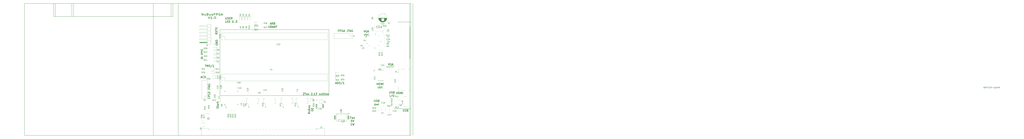
<source format=gbr>
G04 #@! TF.GenerationSoftware,KiCad,Pcbnew,5.0.2+dfsg1-1~bpo9+1*
G04 #@! TF.CreationDate,2022-01-09T11:10:32+01:00*
G04 #@! TF.ProjectId,nubus-to-ztex,6e756275-732d-4746-9f2d-7a7465782e6b,rev?*
G04 #@! TF.SameCoordinates,Original*
G04 #@! TF.FileFunction,Legend,Top*
G04 #@! TF.FilePolarity,Positive*
%FSLAX46Y46*%
G04 Gerber Fmt 4.6, Leading zero omitted, Abs format (unit mm)*
G04 Created by KiCad (PCBNEW 5.0.2+dfsg1-1~bpo9+1) date Sun Jan  9 11:10:32 2022*
%MOMM*%
%LPD*%
G01*
G04 APERTURE LIST*
%ADD10C,0.200000*%
%ADD11C,0.300000*%
%ADD12C,0.250000*%
%ADD13C,0.120000*%
%ADD14C,0.150000*%
%ADD15C,0.127000*%
%ADD16C,0.100000*%
G04 APERTURE END LIST*
D10*
X187885714Y-83442380D02*
X187314285Y-83442380D01*
X187600000Y-83442380D02*
X187600000Y-82442380D01*
X187504761Y-82585238D01*
X187409523Y-82680476D01*
X187314285Y-82728095D01*
D11*
X166142857Y-19225000D02*
X166857142Y-19225000D01*
X166000000Y-19653571D02*
X166500000Y-18153571D01*
X167000000Y-19653571D01*
X168357142Y-19653571D02*
X167857142Y-18939285D01*
X167500000Y-19653571D02*
X167500000Y-18153571D01*
X168071428Y-18153571D01*
X168214285Y-18225000D01*
X168285714Y-18296428D01*
X168357142Y-18439285D01*
X168357142Y-18653571D01*
X168285714Y-18796428D01*
X168214285Y-18867857D01*
X168071428Y-18939285D01*
X167500000Y-18939285D01*
X169500000Y-18867857D02*
X169714285Y-18939285D01*
X169785714Y-19010714D01*
X169857142Y-19153571D01*
X169857142Y-19367857D01*
X169785714Y-19510714D01*
X169714285Y-19582142D01*
X169571428Y-19653571D01*
X169000000Y-19653571D01*
X169000000Y-18153571D01*
X169500000Y-18153571D01*
X169642857Y-18225000D01*
X169714285Y-18296428D01*
X169785714Y-18439285D01*
X169785714Y-18582142D01*
X169714285Y-18725000D01*
X169642857Y-18796428D01*
X169500000Y-18867857D01*
X169000000Y-18867857D01*
X165642857Y-20775000D02*
X165500000Y-20703571D01*
X165285714Y-20703571D01*
X165071428Y-20775000D01*
X164928571Y-20917857D01*
X164857142Y-21060714D01*
X164785714Y-21346428D01*
X164785714Y-21560714D01*
X164857142Y-21846428D01*
X164928571Y-21989285D01*
X165071428Y-22132142D01*
X165285714Y-22203571D01*
X165428571Y-22203571D01*
X165642857Y-22132142D01*
X165714285Y-22060714D01*
X165714285Y-21560714D01*
X165428571Y-21560714D01*
X167214285Y-22203571D02*
X166714285Y-21489285D01*
X166357142Y-22203571D02*
X166357142Y-20703571D01*
X166928571Y-20703571D01*
X167071428Y-20775000D01*
X167142857Y-20846428D01*
X167214285Y-20989285D01*
X167214285Y-21203571D01*
X167142857Y-21346428D01*
X167071428Y-21417857D01*
X166928571Y-21489285D01*
X166357142Y-21489285D01*
X167785714Y-21775000D02*
X168500000Y-21775000D01*
X167642857Y-22203571D02*
X168142857Y-20703571D01*
X168642857Y-22203571D01*
X169142857Y-22203571D02*
X169142857Y-20703571D01*
X170000000Y-22203571D01*
X170000000Y-20703571D01*
X170500000Y-20703571D02*
X171357142Y-20703571D01*
X170928571Y-22203571D02*
X170928571Y-20703571D01*
X216288571Y-65060000D02*
X217002857Y-65060000D01*
X216145714Y-65488571D02*
X216645714Y-63988571D01*
X217145714Y-65488571D01*
X217645714Y-65488571D02*
X217645714Y-63988571D01*
X218002857Y-63988571D01*
X218217142Y-64060000D01*
X218360000Y-64202857D01*
X218431428Y-64345714D01*
X218502857Y-64631428D01*
X218502857Y-64845714D01*
X218431428Y-65131428D01*
X218360000Y-65274285D01*
X218217142Y-65417142D01*
X218002857Y-65488571D01*
X217645714Y-65488571D01*
X219431428Y-63988571D02*
X219574285Y-63988571D01*
X219717142Y-64060000D01*
X219788571Y-64131428D01*
X219860000Y-64274285D01*
X219931428Y-64560000D01*
X219931428Y-64917142D01*
X219860000Y-65202857D01*
X219788571Y-65345714D01*
X219717142Y-65417142D01*
X219574285Y-65488571D01*
X219431428Y-65488571D01*
X219288571Y-65417142D01*
X219217142Y-65345714D01*
X219145714Y-65202857D01*
X219074285Y-64917142D01*
X219074285Y-64560000D01*
X219145714Y-64274285D01*
X219217142Y-64131428D01*
X219288571Y-64060000D01*
X219431428Y-63988571D01*
X221645714Y-63917142D02*
X220360000Y-65845714D01*
X222931428Y-65488571D02*
X222074285Y-65488571D01*
X222502857Y-65488571D02*
X222502857Y-63988571D01*
X222360000Y-64202857D01*
X222217142Y-64345714D01*
X222074285Y-64417142D01*
X126407142Y-84328571D02*
X126478571Y-84114285D01*
X126478571Y-83757142D01*
X126407142Y-83614285D01*
X126335714Y-83542857D01*
X126192857Y-83471428D01*
X126050000Y-83471428D01*
X125907142Y-83542857D01*
X125835714Y-83614285D01*
X125764285Y-83757142D01*
X125692857Y-84042857D01*
X125621428Y-84185714D01*
X125550000Y-84257142D01*
X125407142Y-84328571D01*
X125264285Y-84328571D01*
X125121428Y-84257142D01*
X125050000Y-84185714D01*
X124978571Y-84042857D01*
X124978571Y-83685714D01*
X125050000Y-83471428D01*
X125478571Y-83042857D02*
X125478571Y-82471428D01*
X124978571Y-82828571D02*
X126264285Y-82828571D01*
X126407142Y-82757142D01*
X126478571Y-82614285D01*
X126478571Y-82471428D01*
X126478571Y-81328571D02*
X125692857Y-81328571D01*
X125550000Y-81400000D01*
X125478571Y-81542857D01*
X125478571Y-81828571D01*
X125550000Y-81971428D01*
X126407142Y-81328571D02*
X126478571Y-81471428D01*
X126478571Y-81828571D01*
X126407142Y-81971428D01*
X126264285Y-82042857D01*
X126121428Y-82042857D01*
X125978571Y-81971428D01*
X125907142Y-81828571D01*
X125907142Y-81471428D01*
X125835714Y-81328571D01*
X126478571Y-80614285D02*
X125478571Y-80614285D01*
X125764285Y-80614285D02*
X125621428Y-80542857D01*
X125550000Y-80471428D01*
X125478571Y-80328571D01*
X125478571Y-80185714D01*
X125478571Y-79900000D02*
X125478571Y-79328571D01*
X124978571Y-79685714D02*
X126264285Y-79685714D01*
X126407142Y-79614285D01*
X126478571Y-79471428D01*
X126478571Y-79328571D01*
X112942857Y-60450000D02*
X113657142Y-60450000D01*
X112800000Y-60878571D02*
X113300000Y-59378571D01*
X113800000Y-60878571D01*
X115157142Y-60735714D02*
X115085714Y-60807142D01*
X114871428Y-60878571D01*
X114728571Y-60878571D01*
X114514285Y-60807142D01*
X114371428Y-60664285D01*
X114300000Y-60521428D01*
X114228571Y-60235714D01*
X114228571Y-60021428D01*
X114300000Y-59735714D01*
X114371428Y-59592857D01*
X114514285Y-59450000D01*
X114728571Y-59378571D01*
X114871428Y-59378571D01*
X115085714Y-59450000D01*
X115157142Y-59521428D01*
X115800000Y-60878571D02*
X115800000Y-59378571D01*
X116657142Y-60878571D02*
X116014285Y-60021428D01*
X116657142Y-59378571D02*
X115800000Y-60235714D01*
X116100000Y-50778571D02*
X116957142Y-50778571D01*
X116528571Y-52278571D02*
X116528571Y-50778571D01*
X117457142Y-52278571D02*
X117457142Y-50778571D01*
X117957142Y-51850000D01*
X118457142Y-50778571D01*
X118457142Y-52278571D01*
X119457142Y-50778571D02*
X119600000Y-50778571D01*
X119742857Y-50850000D01*
X119814285Y-50921428D01*
X119885714Y-51064285D01*
X119957142Y-51350000D01*
X119957142Y-51707142D01*
X119885714Y-51992857D01*
X119814285Y-52135714D01*
X119742857Y-52207142D01*
X119600000Y-52278571D01*
X119457142Y-52278571D01*
X119314285Y-52207142D01*
X119242857Y-52135714D01*
X119171428Y-51992857D01*
X119100000Y-51707142D01*
X119100000Y-51350000D01*
X119171428Y-51064285D01*
X119242857Y-50921428D01*
X119314285Y-50850000D01*
X119457142Y-50778571D01*
X121671428Y-50707142D02*
X120385714Y-52635714D01*
X122957142Y-52278571D02*
X122100000Y-52278571D01*
X122528571Y-52278571D02*
X122528571Y-50778571D01*
X122385714Y-50992857D01*
X122242857Y-51135714D01*
X122100000Y-51207142D01*
X196653571Y-88321428D02*
X195153571Y-88321428D01*
X196653571Y-87464285D01*
X195153571Y-87464285D01*
X195653571Y-86107142D02*
X196653571Y-86107142D01*
X195653571Y-86750000D02*
X196439285Y-86750000D01*
X196582142Y-86678571D01*
X196653571Y-86535714D01*
X196653571Y-86321428D01*
X196582142Y-86178571D01*
X196510714Y-86107142D01*
X196653571Y-85392857D02*
X195153571Y-85392857D01*
X195725000Y-85392857D02*
X195653571Y-85250000D01*
X195653571Y-84964285D01*
X195725000Y-84821428D01*
X195796428Y-84750000D01*
X195939285Y-84678571D01*
X196367857Y-84678571D01*
X196510714Y-84750000D01*
X196582142Y-84821428D01*
X196653571Y-84964285D01*
X196653571Y-85250000D01*
X196582142Y-85392857D01*
X195653571Y-83392857D02*
X196653571Y-83392857D01*
X195653571Y-84035714D02*
X196439285Y-84035714D01*
X196582142Y-83964285D01*
X196653571Y-83821428D01*
X196653571Y-83607142D01*
X196582142Y-83464285D01*
X196510714Y-83392857D01*
X196582142Y-82750000D02*
X196653571Y-82607142D01*
X196653571Y-82321428D01*
X196582142Y-82178571D01*
X196439285Y-82107142D01*
X196367857Y-82107142D01*
X196225000Y-82178571D01*
X196153571Y-82321428D01*
X196153571Y-82535714D01*
X196082142Y-82678571D01*
X195939285Y-82750000D01*
X195867857Y-82750000D01*
X195725000Y-82678571D01*
X195653571Y-82535714D01*
X195653571Y-82321428D01*
X195725000Y-82178571D01*
X197703571Y-86071428D02*
X197703571Y-85785714D01*
X197775000Y-85642857D01*
X197917857Y-85500000D01*
X198203571Y-85428571D01*
X198703571Y-85428571D01*
X198989285Y-85500000D01*
X199132142Y-85642857D01*
X199203571Y-85785714D01*
X199203571Y-86071428D01*
X199132142Y-86214285D01*
X198989285Y-86357142D01*
X198703571Y-86428571D01*
X198203571Y-86428571D01*
X197917857Y-86357142D01*
X197775000Y-86214285D01*
X197703571Y-86071428D01*
X198417857Y-84785714D02*
X198417857Y-84285714D01*
X199203571Y-84071428D02*
X199203571Y-84785714D01*
X197703571Y-84785714D01*
X197703571Y-84071428D01*
X112992857Y-38992857D02*
X112921428Y-39207142D01*
X112921428Y-39564285D01*
X112992857Y-39707142D01*
X113064285Y-39778571D01*
X113207142Y-39850000D01*
X113350000Y-39850000D01*
X113492857Y-39778571D01*
X113564285Y-39707142D01*
X113635714Y-39564285D01*
X113707142Y-39278571D01*
X113778571Y-39135714D01*
X113850000Y-39064285D01*
X113992857Y-38992857D01*
X114135714Y-38992857D01*
X114278571Y-39064285D01*
X114350000Y-39135714D01*
X114421428Y-39278571D01*
X114421428Y-39635714D01*
X114350000Y-39850000D01*
X112921428Y-40707142D02*
X112992857Y-40564285D01*
X113135714Y-40492857D01*
X114421428Y-40492857D01*
X112921428Y-41492857D02*
X112992857Y-41350000D01*
X113064285Y-41278571D01*
X113207142Y-41207142D01*
X113635714Y-41207142D01*
X113778571Y-41278571D01*
X113850000Y-41350000D01*
X113921428Y-41492857D01*
X113921428Y-41707142D01*
X113850000Y-41850000D01*
X113778571Y-41921428D01*
X113635714Y-41992857D01*
X113207142Y-41992857D01*
X113064285Y-41921428D01*
X112992857Y-41850000D01*
X112921428Y-41707142D01*
X112921428Y-41492857D01*
X113921428Y-42421428D02*
X113921428Y-42992857D01*
X114421428Y-42635714D02*
X113135714Y-42635714D01*
X112992857Y-42707142D01*
X112921428Y-42850000D01*
X112921428Y-42992857D01*
X112921428Y-44635714D02*
X114421428Y-44635714D01*
X112921428Y-45350000D02*
X114421428Y-45350000D01*
X114421428Y-45707142D01*
X114350000Y-45921428D01*
X114207142Y-46064285D01*
X114064285Y-46135714D01*
X113778571Y-46207142D01*
X113564285Y-46207142D01*
X113278571Y-46135714D01*
X113135714Y-46064285D01*
X112992857Y-45921428D01*
X112921428Y-45707142D01*
X112921428Y-45350000D01*
D10*
X275770000Y-105080000D02*
X275770000Y-3480000D01*
X274170000Y-84560000D02*
X261140000Y-84560000D01*
X239935714Y-29802380D02*
X239364285Y-29802380D01*
X239650000Y-29802380D02*
X239650000Y-28802380D01*
X239554761Y-28945238D01*
X239459523Y-29040476D01*
X239364285Y-29088095D01*
X246185714Y-55552380D02*
X245614285Y-55552380D01*
X245900000Y-55552380D02*
X245900000Y-54552380D01*
X245804761Y-54695238D01*
X245709523Y-54790476D01*
X245614285Y-54838095D01*
X268005714Y-81092380D02*
X267434285Y-81092380D01*
X267720000Y-81092380D02*
X267720000Y-80092380D01*
X267624761Y-80235238D01*
X267529523Y-80330476D01*
X267434285Y-80378095D01*
X176485714Y-83602380D02*
X175914285Y-83602380D01*
X176200000Y-83602380D02*
X176200000Y-82602380D01*
X176104761Y-82745238D01*
X176009523Y-82840476D01*
X175914285Y-82888095D01*
X162935714Y-83502380D02*
X162364285Y-83502380D01*
X162650000Y-83502380D02*
X162650000Y-82502380D01*
X162554761Y-82645238D01*
X162459523Y-82740476D01*
X162364285Y-82788095D01*
X149935714Y-83552380D02*
X149364285Y-83552380D01*
X149650000Y-83552380D02*
X149650000Y-82552380D01*
X149554761Y-82695238D01*
X149459523Y-82790476D01*
X149364285Y-82838095D01*
X132535714Y-84052380D02*
X131964285Y-84052380D01*
X132250000Y-84052380D02*
X132250000Y-83052380D01*
X132154761Y-83195238D01*
X132059523Y-83290476D01*
X131964285Y-83338095D01*
D12*
X220631428Y-87605714D02*
X220631428Y-86843809D01*
X221012380Y-87224761D02*
X220250476Y-87224761D01*
X220012380Y-85891428D02*
X220012380Y-86367619D01*
X220488571Y-86415238D01*
X220440952Y-86367619D01*
X220393333Y-86272380D01*
X220393333Y-86034285D01*
X220440952Y-85939047D01*
X220488571Y-85891428D01*
X220583809Y-85843809D01*
X220821904Y-85843809D01*
X220917142Y-85891428D01*
X220964761Y-85939047D01*
X221012380Y-86034285D01*
X221012380Y-86272380D01*
X220964761Y-86367619D01*
X220917142Y-86415238D01*
X220012380Y-85558095D02*
X221012380Y-85224761D01*
X220012380Y-84891428D01*
X225620000Y-92021904D02*
X225572380Y-92117142D01*
X225572380Y-92260000D01*
X225620000Y-92402857D01*
X225715238Y-92498095D01*
X225810476Y-92545714D01*
X226000952Y-92593333D01*
X226143809Y-92593333D01*
X226334285Y-92545714D01*
X226429523Y-92498095D01*
X226524761Y-92402857D01*
X226572380Y-92260000D01*
X226572380Y-92164761D01*
X226524761Y-92021904D01*
X226477142Y-91974285D01*
X226143809Y-91974285D01*
X226143809Y-92164761D01*
X226572380Y-91545714D02*
X225572380Y-91545714D01*
X226572380Y-90974285D01*
X225572380Y-90974285D01*
X226572380Y-90498095D02*
X225572380Y-90498095D01*
X225572380Y-90260000D01*
X225620000Y-90117142D01*
X225715238Y-90021904D01*
X225810476Y-89974285D01*
X226000952Y-89926666D01*
X226143809Y-89926666D01*
X226334285Y-89974285D01*
X226429523Y-90021904D01*
X226524761Y-90117142D01*
X226572380Y-90260000D01*
X226572380Y-90498095D01*
X215220000Y-92021904D02*
X215172380Y-92117142D01*
X215172380Y-92260000D01*
X215220000Y-92402857D01*
X215315238Y-92498095D01*
X215410476Y-92545714D01*
X215600952Y-92593333D01*
X215743809Y-92593333D01*
X215934285Y-92545714D01*
X216029523Y-92498095D01*
X216124761Y-92402857D01*
X216172380Y-92260000D01*
X216172380Y-92164761D01*
X216124761Y-92021904D01*
X216077142Y-91974285D01*
X215743809Y-91974285D01*
X215743809Y-92164761D01*
X216172380Y-91545714D02*
X215172380Y-91545714D01*
X216172380Y-90974285D01*
X215172380Y-90974285D01*
X216172380Y-90498095D02*
X215172380Y-90498095D01*
X215172380Y-90260000D01*
X215220000Y-90117142D01*
X215315238Y-90021904D01*
X215410476Y-89974285D01*
X215600952Y-89926666D01*
X215743809Y-89926666D01*
X215934285Y-89974285D01*
X216029523Y-90021904D01*
X216124761Y-90117142D01*
X216172380Y-90260000D01*
X216172380Y-90498095D01*
X206200000Y-83261904D02*
X206152380Y-83357142D01*
X206152380Y-83500000D01*
X206200000Y-83642857D01*
X206295238Y-83738095D01*
X206390476Y-83785714D01*
X206580952Y-83833333D01*
X206723809Y-83833333D01*
X206914285Y-83785714D01*
X207009523Y-83738095D01*
X207104761Y-83642857D01*
X207152380Y-83500000D01*
X207152380Y-83404761D01*
X207104761Y-83261904D01*
X207057142Y-83214285D01*
X206723809Y-83214285D01*
X206723809Y-83404761D01*
X207152380Y-82785714D02*
X206152380Y-82785714D01*
X207152380Y-82214285D01*
X206152380Y-82214285D01*
X207152380Y-81738095D02*
X206152380Y-81738095D01*
X206152380Y-81500000D01*
X206200000Y-81357142D01*
X206295238Y-81261904D01*
X206390476Y-81214285D01*
X206580952Y-81166666D01*
X206723809Y-81166666D01*
X206914285Y-81214285D01*
X207009523Y-81261904D01*
X207104761Y-81357142D01*
X207152380Y-81500000D01*
X207152380Y-81738095D01*
X201771428Y-84661904D02*
X201771428Y-83900000D01*
X202152380Y-84280952D02*
X201390476Y-84280952D01*
X201152380Y-83519047D02*
X201152380Y-82900000D01*
X201533333Y-83233333D01*
X201533333Y-83090476D01*
X201580952Y-82995238D01*
X201628571Y-82947619D01*
X201723809Y-82900000D01*
X201961904Y-82900000D01*
X202057142Y-82947619D01*
X202104761Y-82995238D01*
X202152380Y-83090476D01*
X202152380Y-83376190D01*
X202104761Y-83471428D01*
X202057142Y-83519047D01*
X201152380Y-82614285D02*
X202152380Y-82280952D01*
X201152380Y-81947619D01*
X201152380Y-81709523D02*
X201152380Y-81090476D01*
X201533333Y-81423809D01*
X201533333Y-81280952D01*
X201580952Y-81185714D01*
X201628571Y-81138095D01*
X201723809Y-81090476D01*
X201961904Y-81090476D01*
X202057142Y-81138095D01*
X202104761Y-81185714D01*
X202152380Y-81280952D01*
X202152380Y-81566666D01*
X202104761Y-81661904D01*
X202057142Y-81709523D01*
D11*
X119735714Y-75900000D02*
X119807142Y-75971428D01*
X119878571Y-76185714D01*
X119878571Y-76328571D01*
X119807142Y-76542857D01*
X119664285Y-76685714D01*
X119521428Y-76757142D01*
X119235714Y-76828571D01*
X119021428Y-76828571D01*
X118735714Y-76757142D01*
X118592857Y-76685714D01*
X118450000Y-76542857D01*
X118378571Y-76328571D01*
X118378571Y-76185714D01*
X118450000Y-75971428D01*
X118521428Y-75900000D01*
X119878571Y-75257142D02*
X118378571Y-75257142D01*
X118378571Y-74685714D01*
X118450000Y-74542857D01*
X118521428Y-74471428D01*
X118664285Y-74400000D01*
X118878571Y-74400000D01*
X119021428Y-74471428D01*
X119092857Y-74542857D01*
X119164285Y-74685714D01*
X119164285Y-75257142D01*
X119878571Y-73042857D02*
X119878571Y-73757142D01*
X118378571Y-73757142D01*
X119878571Y-72542857D02*
X118378571Y-72542857D01*
X118378571Y-72185714D01*
X118450000Y-71971428D01*
X118592857Y-71828571D01*
X118735714Y-71757142D01*
X119021428Y-71685714D01*
X119235714Y-71685714D01*
X119521428Y-71757142D01*
X119664285Y-71828571D01*
X119807142Y-71971428D01*
X119878571Y-72185714D01*
X119878571Y-72542857D01*
X118378571Y-69471428D02*
X119450000Y-69471428D01*
X119664285Y-69542857D01*
X119807142Y-69685714D01*
X119878571Y-69900000D01*
X119878571Y-70042857D01*
X118378571Y-68971428D02*
X118378571Y-68114285D01*
X119878571Y-68542857D02*
X118378571Y-68542857D01*
X119450000Y-67685714D02*
X119450000Y-66971428D01*
X119878571Y-67828571D02*
X118378571Y-67328571D01*
X119878571Y-66828571D01*
X118450000Y-65542857D02*
X118378571Y-65685714D01*
X118378571Y-65900000D01*
X118450000Y-66114285D01*
X118592857Y-66257142D01*
X118735714Y-66328571D01*
X119021428Y-66400000D01*
X119235714Y-66400000D01*
X119521428Y-66328571D01*
X119664285Y-66257142D01*
X119807142Y-66114285D01*
X119878571Y-65900000D01*
X119878571Y-65757142D01*
X119807142Y-65542857D01*
X119735714Y-65471428D01*
X119235714Y-65471428D01*
X119235714Y-65757142D01*
X228137142Y-91422857D02*
X227637142Y-91422857D01*
X227637142Y-92208571D02*
X227637142Y-90708571D01*
X228351428Y-90708571D01*
X229565714Y-92208571D02*
X229565714Y-91422857D01*
X229494285Y-91280000D01*
X229351428Y-91208571D01*
X229065714Y-91208571D01*
X228922857Y-91280000D01*
X229565714Y-92137142D02*
X229422857Y-92208571D01*
X229065714Y-92208571D01*
X228922857Y-92137142D01*
X228851428Y-91994285D01*
X228851428Y-91851428D01*
X228922857Y-91708571D01*
X229065714Y-91637142D01*
X229422857Y-91637142D01*
X229565714Y-91565714D01*
X230280000Y-91208571D02*
X230280000Y-92208571D01*
X230280000Y-91351428D02*
X230351428Y-91280000D01*
X230494285Y-91208571D01*
X230708571Y-91208571D01*
X230851428Y-91280000D01*
X230922857Y-91422857D01*
X230922857Y-92208571D01*
X228994285Y-93258571D02*
X228280000Y-93258571D01*
X228208571Y-93972857D01*
X228280000Y-93901428D01*
X228422857Y-93830000D01*
X228780000Y-93830000D01*
X228922857Y-93901428D01*
X228994285Y-93972857D01*
X229065714Y-94115714D01*
X229065714Y-94472857D01*
X228994285Y-94615714D01*
X228922857Y-94687142D01*
X228780000Y-94758571D01*
X228422857Y-94758571D01*
X228280000Y-94687142D01*
X228208571Y-94615714D01*
X229494285Y-93258571D02*
X229994285Y-94758571D01*
X230494285Y-93258571D01*
X228851428Y-97308571D02*
X227994285Y-97308571D01*
X228422857Y-97308571D02*
X228422857Y-95808571D01*
X228280000Y-96022857D01*
X228137142Y-96165714D01*
X227994285Y-96237142D01*
X229351428Y-95808571D02*
X229708571Y-97308571D01*
X229994285Y-96237142D01*
X230280000Y-97308571D01*
X230637142Y-95808571D01*
D10*
X211270000Y-74450000D02*
X211270000Y-23650000D01*
D11*
X113595238Y-12653571D02*
X113595238Y-11153571D01*
X114738095Y-12653571D01*
X114738095Y-11153571D01*
X116547619Y-11653571D02*
X116547619Y-12653571D01*
X115690476Y-11653571D02*
X115690476Y-12439285D01*
X115785714Y-12582142D01*
X115976190Y-12653571D01*
X116261904Y-12653571D01*
X116452380Y-12582142D01*
X116547619Y-12510714D01*
X118166666Y-11867857D02*
X118452380Y-11939285D01*
X118547619Y-12010714D01*
X118642857Y-12153571D01*
X118642857Y-12367857D01*
X118547619Y-12510714D01*
X118452380Y-12582142D01*
X118261904Y-12653571D01*
X117499999Y-12653571D01*
X117499999Y-11153571D01*
X118166666Y-11153571D01*
X118357142Y-11225000D01*
X118452380Y-11296428D01*
X118547619Y-11439285D01*
X118547619Y-11582142D01*
X118452380Y-11725000D01*
X118357142Y-11796428D01*
X118166666Y-11867857D01*
X117499999Y-11867857D01*
X120357142Y-11653571D02*
X120357142Y-12653571D01*
X119499999Y-11653571D02*
X119499999Y-12439285D01*
X119595238Y-12582142D01*
X119785714Y-12653571D01*
X120071428Y-12653571D01*
X120261904Y-12582142D01*
X120357142Y-12510714D01*
X121214285Y-12582142D02*
X121404761Y-12653571D01*
X121785714Y-12653571D01*
X121976190Y-12582142D01*
X122071428Y-12439285D01*
X122071428Y-12367857D01*
X121976190Y-12225000D01*
X121785714Y-12153571D01*
X121499999Y-12153571D01*
X121309523Y-12082142D01*
X121214285Y-11939285D01*
X121214285Y-11867857D01*
X121309523Y-11725000D01*
X121499999Y-11653571D01*
X121785714Y-11653571D01*
X121976190Y-11725000D01*
X123595238Y-11867857D02*
X122928571Y-11867857D01*
X122928571Y-12653571D02*
X122928571Y-11153571D01*
X123880952Y-11153571D01*
X124642857Y-12653571D02*
X124642857Y-11153571D01*
X125404761Y-11153571D01*
X125595238Y-11225000D01*
X125690476Y-11296428D01*
X125785714Y-11439285D01*
X125785714Y-11653571D01*
X125690476Y-11796428D01*
X125595238Y-11867857D01*
X125404761Y-11939285D01*
X124642857Y-11939285D01*
X127690476Y-11225000D02*
X127500000Y-11153571D01*
X127214285Y-11153571D01*
X126928571Y-11225000D01*
X126738095Y-11367857D01*
X126642857Y-11510714D01*
X126547619Y-11796428D01*
X126547619Y-12010714D01*
X126642857Y-12296428D01*
X126738095Y-12439285D01*
X126928571Y-12582142D01*
X127214285Y-12653571D01*
X127404761Y-12653571D01*
X127690476Y-12582142D01*
X127785714Y-12510714D01*
X127785714Y-12010714D01*
X127404761Y-12010714D01*
X128547619Y-12225000D02*
X129500000Y-12225000D01*
X128357142Y-12653571D02*
X129023809Y-11153571D01*
X129690476Y-12653571D01*
X118452380Y-13703571D02*
X119119047Y-15203571D01*
X119785714Y-13703571D01*
X121500000Y-15203571D02*
X120357142Y-15203571D01*
X120928571Y-15203571D02*
X120928571Y-13703571D01*
X120738095Y-13917857D01*
X120547619Y-14060714D01*
X120357142Y-14132142D01*
X122357142Y-15060714D02*
X122452380Y-15132142D01*
X122357142Y-15203571D01*
X122261904Y-15132142D01*
X122357142Y-15060714D01*
X122357142Y-15203571D01*
X123690476Y-13703571D02*
X123880952Y-13703571D01*
X124071428Y-13775000D01*
X124166666Y-13846428D01*
X124261904Y-13989285D01*
X124357142Y-14275000D01*
X124357142Y-14632142D01*
X124261904Y-14917857D01*
X124166666Y-15060714D01*
X124071428Y-15132142D01*
X123880952Y-15203571D01*
X123690476Y-15203571D01*
X123500000Y-15132142D01*
X123404761Y-15060714D01*
X123309523Y-14917857D01*
X123214285Y-14632142D01*
X123214285Y-14275000D01*
X123309523Y-13989285D01*
X123404761Y-13846428D01*
X123500000Y-13775000D01*
X123690476Y-13703571D01*
X268247142Y-85148571D02*
X268247142Y-86362857D01*
X268318571Y-86505714D01*
X268390000Y-86577142D01*
X268532857Y-86648571D01*
X268818571Y-86648571D01*
X268961428Y-86577142D01*
X269032857Y-86505714D01*
X269104285Y-86362857D01*
X269104285Y-85148571D01*
X269747142Y-86577142D02*
X269961428Y-86648571D01*
X270318571Y-86648571D01*
X270461428Y-86577142D01*
X270532857Y-86505714D01*
X270604285Y-86362857D01*
X270604285Y-86220000D01*
X270532857Y-86077142D01*
X270461428Y-86005714D01*
X270318571Y-85934285D01*
X270032857Y-85862857D01*
X269890000Y-85791428D01*
X269818571Y-85720000D01*
X269747142Y-85577142D01*
X269747142Y-85434285D01*
X269818571Y-85291428D01*
X269890000Y-85220000D01*
X270032857Y-85148571D01*
X270390000Y-85148571D01*
X270604285Y-85220000D01*
X271747142Y-85862857D02*
X271961428Y-85934285D01*
X272032857Y-86005714D01*
X272104285Y-86148571D01*
X272104285Y-86362857D01*
X272032857Y-86505714D01*
X271961428Y-86577142D01*
X271818571Y-86648571D01*
X271247142Y-86648571D01*
X271247142Y-85148571D01*
X271747142Y-85148571D01*
X271890000Y-85220000D01*
X271961428Y-85291428D01*
X272032857Y-85434285D01*
X272032857Y-85577142D01*
X271961428Y-85720000D01*
X271890000Y-85791428D01*
X271747142Y-85862857D01*
X271247142Y-85862857D01*
X263117142Y-73178571D02*
X263117142Y-71678571D01*
X263117142Y-72392857D02*
X263974285Y-72392857D01*
X263974285Y-73178571D02*
X263974285Y-71678571D01*
X264688571Y-73178571D02*
X264688571Y-71678571D01*
X265045714Y-71678571D01*
X265260000Y-71750000D01*
X265402857Y-71892857D01*
X265474285Y-72035714D01*
X265545714Y-72321428D01*
X265545714Y-72535714D01*
X265474285Y-72821428D01*
X265402857Y-72964285D01*
X265260000Y-73107142D01*
X265045714Y-73178571D01*
X264688571Y-73178571D01*
X266188571Y-73178571D02*
X266188571Y-71678571D01*
X266688571Y-72750000D01*
X267188571Y-71678571D01*
X267188571Y-73178571D01*
X267902857Y-73178571D02*
X267902857Y-71678571D01*
X256827142Y-49578571D02*
X257327142Y-51078571D01*
X257827142Y-49578571D01*
X259112857Y-49650000D02*
X258970000Y-49578571D01*
X258755714Y-49578571D01*
X258541428Y-49650000D01*
X258398571Y-49792857D01*
X258327142Y-49935714D01*
X258255714Y-50221428D01*
X258255714Y-50435714D01*
X258327142Y-50721428D01*
X258398571Y-50864285D01*
X258541428Y-51007142D01*
X258755714Y-51078571D01*
X258898571Y-51078571D01*
X259112857Y-51007142D01*
X259184285Y-50935714D01*
X259184285Y-50435714D01*
X258898571Y-50435714D01*
X259755714Y-50650000D02*
X260470000Y-50650000D01*
X259612857Y-51078571D02*
X260112857Y-49578571D01*
X260612857Y-51078571D01*
X191318571Y-72428571D02*
X192318571Y-72428571D01*
X191318571Y-73928571D01*
X192318571Y-73928571D01*
X192675714Y-72428571D02*
X193532857Y-72428571D01*
X193104285Y-73928571D02*
X193104285Y-72428571D01*
X194604285Y-73857142D02*
X194461428Y-73928571D01*
X194175714Y-73928571D01*
X194032857Y-73857142D01*
X193961428Y-73714285D01*
X193961428Y-73142857D01*
X194032857Y-73000000D01*
X194175714Y-72928571D01*
X194461428Y-72928571D01*
X194604285Y-73000000D01*
X194675714Y-73142857D01*
X194675714Y-73285714D01*
X193961428Y-73428571D01*
X195175714Y-73928571D02*
X195961428Y-72928571D01*
X195175714Y-72928571D02*
X195961428Y-73928571D01*
X197604285Y-72571428D02*
X197675714Y-72500000D01*
X197818571Y-72428571D01*
X198175714Y-72428571D01*
X198318571Y-72500000D01*
X198390000Y-72571428D01*
X198461428Y-72714285D01*
X198461428Y-72857142D01*
X198390000Y-73071428D01*
X197532857Y-73928571D01*
X198461428Y-73928571D01*
X199104285Y-73785714D02*
X199175714Y-73857142D01*
X199104285Y-73928571D01*
X199032857Y-73857142D01*
X199104285Y-73785714D01*
X199104285Y-73928571D01*
X200604285Y-73928571D02*
X199747142Y-73928571D01*
X200175714Y-73928571D02*
X200175714Y-72428571D01*
X200032857Y-72642857D01*
X199890000Y-72785714D01*
X199747142Y-72857142D01*
X201104285Y-72428571D02*
X202032857Y-72428571D01*
X201532857Y-73000000D01*
X201747142Y-73000000D01*
X201890000Y-73071428D01*
X201961428Y-73142857D01*
X202032857Y-73285714D01*
X202032857Y-73642857D01*
X201961428Y-73785714D01*
X201890000Y-73857142D01*
X201747142Y-73928571D01*
X201318571Y-73928571D01*
X201175714Y-73857142D01*
X201104285Y-73785714D01*
X204032857Y-73928571D02*
X203890000Y-73857142D01*
X203818571Y-73785714D01*
X203747142Y-73642857D01*
X203747142Y-73214285D01*
X203818571Y-73071428D01*
X203890000Y-73000000D01*
X204032857Y-72928571D01*
X204247142Y-72928571D01*
X204390000Y-73000000D01*
X204461428Y-73071428D01*
X204532857Y-73214285D01*
X204532857Y-73642857D01*
X204461428Y-73785714D01*
X204390000Y-73857142D01*
X204247142Y-73928571D01*
X204032857Y-73928571D01*
X205818571Y-72928571D02*
X205818571Y-73928571D01*
X205175714Y-72928571D02*
X205175714Y-73714285D01*
X205247142Y-73857142D01*
X205390000Y-73928571D01*
X205604285Y-73928571D01*
X205747142Y-73857142D01*
X205818571Y-73785714D01*
X206318571Y-72928571D02*
X206890000Y-72928571D01*
X206532857Y-72428571D02*
X206532857Y-73714285D01*
X206604285Y-73857142D01*
X206747142Y-73928571D01*
X206890000Y-73928571D01*
X207604285Y-73928571D02*
X207461428Y-73857142D01*
X207390000Y-73714285D01*
X207390000Y-72428571D01*
X208175714Y-73928571D02*
X208175714Y-72928571D01*
X208175714Y-72428571D02*
X208104285Y-72500000D01*
X208175714Y-72571428D01*
X208247142Y-72500000D01*
X208175714Y-72428571D01*
X208175714Y-72571428D01*
X208890000Y-72928571D02*
X208890000Y-73928571D01*
X208890000Y-73071428D02*
X208961428Y-73000000D01*
X209104285Y-72928571D01*
X209318571Y-72928571D01*
X209461428Y-73000000D01*
X209532857Y-73142857D01*
X209532857Y-73928571D01*
X210818571Y-73857142D02*
X210675714Y-73928571D01*
X210390000Y-73928571D01*
X210247142Y-73857142D01*
X210175714Y-73714285D01*
X210175714Y-73142857D01*
X210247142Y-73000000D01*
X210390000Y-72928571D01*
X210675714Y-72928571D01*
X210818571Y-73000000D01*
X210890000Y-73142857D01*
X210890000Y-73285714D01*
X210175714Y-73428571D01*
X246027142Y-77793571D02*
X246027142Y-79007857D01*
X246098571Y-79150714D01*
X246170000Y-79222142D01*
X246312857Y-79293571D01*
X246598571Y-79293571D01*
X246741428Y-79222142D01*
X246812857Y-79150714D01*
X246884285Y-79007857D01*
X246884285Y-77793571D01*
X247527142Y-79222142D02*
X247741428Y-79293571D01*
X248098571Y-79293571D01*
X248241428Y-79222142D01*
X248312857Y-79150714D01*
X248384285Y-79007857D01*
X248384285Y-78865000D01*
X248312857Y-78722142D01*
X248241428Y-78650714D01*
X248098571Y-78579285D01*
X247812857Y-78507857D01*
X247670000Y-78436428D01*
X247598571Y-78365000D01*
X247527142Y-78222142D01*
X247527142Y-78079285D01*
X247598571Y-77936428D01*
X247670000Y-77865000D01*
X247812857Y-77793571D01*
X248170000Y-77793571D01*
X248384285Y-77865000D01*
X249527142Y-78507857D02*
X249741428Y-78579285D01*
X249812857Y-78650714D01*
X249884285Y-78793571D01*
X249884285Y-79007857D01*
X249812857Y-79150714D01*
X249741428Y-79222142D01*
X249598571Y-79293571D01*
X249027142Y-79293571D01*
X249027142Y-77793571D01*
X249527142Y-77793571D01*
X249670000Y-77865000D01*
X249741428Y-77936428D01*
X249812857Y-78079285D01*
X249812857Y-78222142D01*
X249741428Y-78365000D01*
X249670000Y-78436428D01*
X249527142Y-78507857D01*
X249027142Y-78507857D01*
X246348571Y-80843571D02*
X246348571Y-82343571D01*
X246348571Y-80915000D02*
X246491428Y-80843571D01*
X246777142Y-80843571D01*
X246920000Y-80915000D01*
X246991428Y-80986428D01*
X247062857Y-81129285D01*
X247062857Y-81557857D01*
X246991428Y-81700714D01*
X246920000Y-81772142D01*
X246777142Y-81843571D01*
X246491428Y-81843571D01*
X246348571Y-81772142D01*
X247562857Y-80843571D02*
X247848571Y-81843571D01*
X248134285Y-81129285D01*
X248420000Y-81843571D01*
X248705714Y-80843571D01*
X249277142Y-81843571D02*
X249277142Y-80843571D01*
X249277142Y-81129285D02*
X249348571Y-80986428D01*
X249420000Y-80915000D01*
X249562857Y-80843571D01*
X249705714Y-80843571D01*
X257717142Y-71303571D02*
X257717142Y-72517857D01*
X257788571Y-72660714D01*
X257860000Y-72732142D01*
X258002857Y-72803571D01*
X258288571Y-72803571D01*
X258431428Y-72732142D01*
X258502857Y-72660714D01*
X258574285Y-72517857D01*
X258574285Y-71303571D01*
X259217142Y-72732142D02*
X259431428Y-72803571D01*
X259788571Y-72803571D01*
X259931428Y-72732142D01*
X260002857Y-72660714D01*
X260074285Y-72517857D01*
X260074285Y-72375000D01*
X260002857Y-72232142D01*
X259931428Y-72160714D01*
X259788571Y-72089285D01*
X259502857Y-72017857D01*
X259360000Y-71946428D01*
X259288571Y-71875000D01*
X259217142Y-71732142D01*
X259217142Y-71589285D01*
X259288571Y-71446428D01*
X259360000Y-71375000D01*
X259502857Y-71303571D01*
X259860000Y-71303571D01*
X260074285Y-71375000D01*
X261217142Y-72017857D02*
X261431428Y-72089285D01*
X261502857Y-72160714D01*
X261574285Y-72303571D01*
X261574285Y-72517857D01*
X261502857Y-72660714D01*
X261431428Y-72732142D01*
X261288571Y-72803571D01*
X260717142Y-72803571D01*
X260717142Y-71303571D01*
X261217142Y-71303571D01*
X261360000Y-71375000D01*
X261431428Y-71446428D01*
X261502857Y-71589285D01*
X261502857Y-71732142D01*
X261431428Y-71875000D01*
X261360000Y-71946428D01*
X261217142Y-72017857D01*
X260717142Y-72017857D01*
X258038571Y-75353571D02*
X258038571Y-73853571D01*
X259824285Y-73782142D02*
X258538571Y-75710714D01*
X260610000Y-73853571D02*
X260895714Y-73853571D01*
X261038571Y-73925000D01*
X261181428Y-74067857D01*
X261252857Y-74353571D01*
X261252857Y-74853571D01*
X261181428Y-75139285D01*
X261038571Y-75282142D01*
X260895714Y-75353571D01*
X260610000Y-75353571D01*
X260467142Y-75282142D01*
X260324285Y-75139285D01*
X260252857Y-74853571D01*
X260252857Y-74353571D01*
X260324285Y-74067857D01*
X260467142Y-73925000D01*
X260610000Y-73853571D01*
X237997142Y-24163571D02*
X238497142Y-25663571D01*
X238997142Y-24163571D01*
X240282857Y-24235000D02*
X240140000Y-24163571D01*
X239925714Y-24163571D01*
X239711428Y-24235000D01*
X239568571Y-24377857D01*
X239497142Y-24520714D01*
X239425714Y-24806428D01*
X239425714Y-25020714D01*
X239497142Y-25306428D01*
X239568571Y-25449285D01*
X239711428Y-25592142D01*
X239925714Y-25663571D01*
X240068571Y-25663571D01*
X240282857Y-25592142D01*
X240354285Y-25520714D01*
X240354285Y-25020714D01*
X240068571Y-25020714D01*
X240925714Y-25235000D02*
X241640000Y-25235000D01*
X240782857Y-25663571D02*
X241282857Y-24163571D01*
X241782857Y-25663571D01*
X238961428Y-28142142D02*
X238818571Y-28213571D01*
X238532857Y-28213571D01*
X238390000Y-28142142D01*
X238318571Y-28070714D01*
X238247142Y-27927857D01*
X238247142Y-27499285D01*
X238318571Y-27356428D01*
X238390000Y-27285000D01*
X238532857Y-27213571D01*
X238818571Y-27213571D01*
X238961428Y-27285000D01*
X239390000Y-27213571D02*
X239961428Y-27213571D01*
X239604285Y-26713571D02*
X239604285Y-27999285D01*
X239675714Y-28142142D01*
X239818571Y-28213571D01*
X239961428Y-28213571D01*
X240461428Y-28213571D02*
X240461428Y-27213571D01*
X240461428Y-27499285D02*
X240532857Y-27356428D01*
X240604285Y-27285000D01*
X240747142Y-27213571D01*
X240890000Y-27213571D01*
X241604285Y-28213571D02*
X241461428Y-28142142D01*
X241390000Y-27999285D01*
X241390000Y-26713571D01*
X248107142Y-66253571D02*
X248107142Y-64753571D01*
X248107142Y-65467857D02*
X248964285Y-65467857D01*
X248964285Y-66253571D02*
X248964285Y-64753571D01*
X249678571Y-66253571D02*
X249678571Y-64753571D01*
X250035714Y-64753571D01*
X250250000Y-64825000D01*
X250392857Y-64967857D01*
X250464285Y-65110714D01*
X250535714Y-65396428D01*
X250535714Y-65610714D01*
X250464285Y-65896428D01*
X250392857Y-66039285D01*
X250250000Y-66182142D01*
X250035714Y-66253571D01*
X249678571Y-66253571D01*
X251178571Y-66253571D02*
X251178571Y-64753571D01*
X251678571Y-65825000D01*
X252178571Y-64753571D01*
X252178571Y-66253571D01*
X252892857Y-66253571D02*
X252892857Y-64753571D01*
X249571428Y-68732142D02*
X249428571Y-68803571D01*
X249142857Y-68803571D01*
X249000000Y-68732142D01*
X248928571Y-68660714D01*
X248857142Y-68517857D01*
X248857142Y-68089285D01*
X248928571Y-67946428D01*
X249000000Y-67875000D01*
X249142857Y-67803571D01*
X249428571Y-67803571D01*
X249571428Y-67875000D01*
X250000000Y-67803571D02*
X250571428Y-67803571D01*
X250214285Y-67303571D02*
X250214285Y-68589285D01*
X250285714Y-68732142D01*
X250428571Y-68803571D01*
X250571428Y-68803571D01*
X251071428Y-68803571D02*
X251071428Y-67803571D01*
X251071428Y-68089285D02*
X251142857Y-67946428D01*
X251214285Y-67875000D01*
X251357142Y-67803571D01*
X251500000Y-67803571D01*
X252214285Y-68803571D02*
X252071428Y-68732142D01*
X252000000Y-68589285D01*
X252000000Y-67303571D01*
X131802142Y-14153571D02*
X131802142Y-15367857D01*
X131873571Y-15510714D01*
X131945000Y-15582142D01*
X132087857Y-15653571D01*
X132373571Y-15653571D01*
X132516428Y-15582142D01*
X132587857Y-15510714D01*
X132659285Y-15367857D01*
X132659285Y-14153571D01*
X133302142Y-15582142D02*
X133516428Y-15653571D01*
X133873571Y-15653571D01*
X134016428Y-15582142D01*
X134087857Y-15510714D01*
X134159285Y-15367857D01*
X134159285Y-15225000D01*
X134087857Y-15082142D01*
X134016428Y-15010714D01*
X133873571Y-14939285D01*
X133587857Y-14867857D01*
X133445000Y-14796428D01*
X133373571Y-14725000D01*
X133302142Y-14582142D01*
X133302142Y-14439285D01*
X133373571Y-14296428D01*
X133445000Y-14225000D01*
X133587857Y-14153571D01*
X133945000Y-14153571D01*
X134159285Y-14225000D01*
X134802142Y-14867857D02*
X135302142Y-14867857D01*
X135516428Y-15653571D02*
X134802142Y-15653571D01*
X134802142Y-14153571D01*
X135516428Y-14153571D01*
X137016428Y-15653571D02*
X136516428Y-14939285D01*
X136159285Y-15653571D02*
X136159285Y-14153571D01*
X136730714Y-14153571D01*
X136873571Y-14225000D01*
X136945000Y-14296428D01*
X137016428Y-14439285D01*
X137016428Y-14653571D01*
X136945000Y-14796428D01*
X136873571Y-14867857D01*
X136730714Y-14939285D01*
X136159285Y-14939285D01*
X132516428Y-18203571D02*
X131802142Y-18203571D01*
X131802142Y-16703571D01*
X133016428Y-17417857D02*
X133516428Y-17417857D01*
X133730714Y-18203571D02*
X133016428Y-18203571D01*
X133016428Y-16703571D01*
X133730714Y-16703571D01*
X134373571Y-18203571D02*
X134373571Y-16703571D01*
X134730714Y-16703571D01*
X134945000Y-16775000D01*
X135087857Y-16917857D01*
X135159285Y-17060714D01*
X135230714Y-17346428D01*
X135230714Y-17560714D01*
X135159285Y-17846428D01*
X135087857Y-17989285D01*
X134945000Y-18132142D01*
X134730714Y-18203571D01*
X134373571Y-18203571D01*
X137302142Y-16703571D02*
X137445000Y-16703571D01*
X137587857Y-16775000D01*
X137659285Y-16846428D01*
X137730714Y-16989285D01*
X137802142Y-17275000D01*
X137802142Y-17632142D01*
X137730714Y-17917857D01*
X137659285Y-18060714D01*
X137587857Y-18132142D01*
X137445000Y-18203571D01*
X137302142Y-18203571D01*
X137159285Y-18132142D01*
X137087857Y-18060714D01*
X137016428Y-17917857D01*
X136945000Y-17632142D01*
X136945000Y-17275000D01*
X137016428Y-16989285D01*
X137087857Y-16846428D01*
X137159285Y-16775000D01*
X137302142Y-16703571D01*
X138445000Y-18060714D02*
X138516428Y-18132142D01*
X138445000Y-18203571D01*
X138373571Y-18132142D01*
X138445000Y-18060714D01*
X138445000Y-18203571D01*
X139159285Y-18060714D02*
X139230714Y-18132142D01*
X139159285Y-18203571D01*
X139087857Y-18132142D01*
X139159285Y-18060714D01*
X139159285Y-18203571D01*
X139730714Y-16703571D02*
X140659285Y-16703571D01*
X140159285Y-17275000D01*
X140373571Y-17275000D01*
X140516428Y-17346428D01*
X140587857Y-17417857D01*
X140659285Y-17560714D01*
X140659285Y-17917857D01*
X140587857Y-18060714D01*
X140516428Y-18132142D01*
X140373571Y-18203571D01*
X139945000Y-18203571D01*
X139802142Y-18132142D01*
X139730714Y-18060714D01*
X123968571Y-24312857D02*
X123968571Y-23455714D01*
X125468571Y-23884285D02*
X123968571Y-23884285D01*
X123968571Y-23098571D02*
X125468571Y-22098571D01*
X123968571Y-22098571D02*
X125468571Y-23098571D01*
X125538571Y-26230000D02*
X124824285Y-26730000D01*
X125538571Y-27087142D02*
X124038571Y-27087142D01*
X124038571Y-26515714D01*
X124110000Y-26372857D01*
X124181428Y-26301428D01*
X124324285Y-26230000D01*
X124538571Y-26230000D01*
X124681428Y-26301428D01*
X124752857Y-26372857D01*
X124824285Y-26515714D01*
X124824285Y-27087142D01*
X124038571Y-25730000D02*
X125538571Y-24730000D01*
X124038571Y-24730000D02*
X125538571Y-25730000D01*
X124310000Y-34772857D02*
X124238571Y-34915714D01*
X124238571Y-35130000D01*
X124310000Y-35344285D01*
X124452857Y-35487142D01*
X124595714Y-35558571D01*
X124881428Y-35630000D01*
X125095714Y-35630000D01*
X125381428Y-35558571D01*
X125524285Y-35487142D01*
X125667142Y-35344285D01*
X125738571Y-35130000D01*
X125738571Y-34987142D01*
X125667142Y-34772857D01*
X125595714Y-34701428D01*
X125095714Y-34701428D01*
X125095714Y-34987142D01*
X125738571Y-34058571D02*
X124238571Y-34058571D01*
X125738571Y-33201428D01*
X124238571Y-33201428D01*
X125738571Y-32487142D02*
X124238571Y-32487142D01*
X124238571Y-32130000D01*
X124310000Y-31915714D01*
X124452857Y-31772857D01*
X124595714Y-31701428D01*
X124881428Y-31630000D01*
X125095714Y-31630000D01*
X125381428Y-31701428D01*
X125524285Y-31772857D01*
X125667142Y-31915714D01*
X125738571Y-32130000D01*
X125738571Y-32487142D01*
X218844285Y-24502857D02*
X218344285Y-24502857D01*
X218344285Y-25288571D02*
X218344285Y-23788571D01*
X219058571Y-23788571D01*
X219630000Y-25288571D02*
X219630000Y-23788571D01*
X220201428Y-23788571D01*
X220344285Y-23860000D01*
X220415714Y-23931428D01*
X220487142Y-24074285D01*
X220487142Y-24288571D01*
X220415714Y-24431428D01*
X220344285Y-24502857D01*
X220201428Y-24574285D01*
X219630000Y-24574285D01*
X221915714Y-23860000D02*
X221772857Y-23788571D01*
X221558571Y-23788571D01*
X221344285Y-23860000D01*
X221201428Y-24002857D01*
X221130000Y-24145714D01*
X221058571Y-24431428D01*
X221058571Y-24645714D01*
X221130000Y-24931428D01*
X221201428Y-25074285D01*
X221344285Y-25217142D01*
X221558571Y-25288571D01*
X221701428Y-25288571D01*
X221915714Y-25217142D01*
X221987142Y-25145714D01*
X221987142Y-24645714D01*
X221701428Y-24645714D01*
X222558571Y-24860000D02*
X223272857Y-24860000D01*
X222415714Y-25288571D02*
X222915714Y-23788571D01*
X223415714Y-25288571D01*
X225487142Y-23788571D02*
X225487142Y-24860000D01*
X225415714Y-25074285D01*
X225272857Y-25217142D01*
X225058571Y-25288571D01*
X224915714Y-25288571D01*
X225987142Y-23788571D02*
X226844285Y-23788571D01*
X226415714Y-25288571D02*
X226415714Y-23788571D01*
X227272857Y-24860000D02*
X227987142Y-24860000D01*
X227130000Y-25288571D02*
X227630000Y-23788571D01*
X228130000Y-25288571D01*
X229415714Y-23860000D02*
X229272857Y-23788571D01*
X229058571Y-23788571D01*
X228844285Y-23860000D01*
X228701428Y-24002857D01*
X228630000Y-24145714D01*
X228558571Y-24431428D01*
X228558571Y-24645714D01*
X228630000Y-24931428D01*
X228701428Y-25074285D01*
X228844285Y-25217142D01*
X229058571Y-25288571D01*
X229201428Y-25288571D01*
X229415714Y-25217142D01*
X229487142Y-25145714D01*
X229487142Y-24645714D01*
X229201428Y-24645714D01*
D10*
X274170000Y-17750000D02*
X264170000Y-17750000D01*
X15120000Y-3480000D02*
X15120000Y-13480000D01*
X91320000Y-3480000D02*
X91320000Y-13480000D01*
X15120000Y-13480000D02*
X91320000Y-13480000D01*
X15120000Y-13480000D02*
X1120000Y-13480000D01*
X1120000Y-13480000D02*
X1120000Y-3480000D01*
X-170000Y-13480000D02*
X-170000Y-3480000D01*
X13830000Y-13480000D02*
X-170000Y-13480000D01*
X13830000Y-13480000D02*
X90030000Y-13480000D01*
X90030000Y-3480000D02*
X90030000Y-13480000D01*
X13830000Y-3480000D02*
X13830000Y-13480000D01*
X76330000Y-105080000D02*
X76330000Y-3480000D01*
X-22580000Y-105080000D02*
X-22580000Y-3480000D01*
X273330000Y-105080000D02*
X273330000Y-3480000D01*
X95530000Y-105080000D02*
X95530000Y-3480000D01*
X274170000Y-105080000D02*
X-22580000Y-105080000D01*
X274170000Y-3480000D02*
X274170000Y-105080000D01*
X-22580000Y-3480000D02*
X274170000Y-3480000D01*
X127470000Y-74450000D02*
X127470000Y-23650000D01*
X127470000Y-74450000D02*
X211270000Y-74450000D01*
X127470000Y-23650000D02*
X211270000Y-23650000D01*
D13*
G04 #@! TO.C,C26*
X125290000Y-71162779D02*
X125290000Y-70837221D01*
X126310000Y-71162779D02*
X126310000Y-70837221D01*
G04 #@! TO.C,Q2*
X119010000Y-91330000D02*
X119010000Y-90400000D01*
X119010000Y-88170000D02*
X119010000Y-89100000D01*
X119010000Y-88170000D02*
X116850000Y-88170000D01*
X119010000Y-91330000D02*
X117550000Y-91330000D01*
G04 #@! TO.C,R39*
X119510000Y-86412779D02*
X119510000Y-86087221D01*
X118490000Y-86412779D02*
X118490000Y-86087221D01*
G04 #@! TO.C,R40*
X117760000Y-86087221D02*
X117760000Y-86412779D01*
X116740000Y-86087221D02*
X116740000Y-86412779D01*
G04 #@! TO.C,R38*
X114010000Y-93337221D02*
X114010000Y-93662779D01*
X112990000Y-93337221D02*
X112990000Y-93662779D01*
G04 #@! TO.C,R17*
X115760000Y-93662779D02*
X115760000Y-93337221D01*
X114740000Y-93662779D02*
X114740000Y-93337221D01*
G04 #@! TO.C,Q1*
X115260000Y-98580000D02*
X115260000Y-97650000D01*
X115260000Y-95420000D02*
X115260000Y-96350000D01*
X115260000Y-95420000D02*
X113100000Y-95420000D01*
X115260000Y-98580000D02*
X113800000Y-98580000D01*
D14*
G04 #@! TO.C,U8*
X131600000Y-81375000D02*
X131600000Y-82650000D01*
X131025000Y-71025000D02*
X131025000Y-71700000D01*
X141375000Y-71025000D02*
X141375000Y-71700000D01*
X141375000Y-81375000D02*
X141375000Y-80700000D01*
X131025000Y-81375000D02*
X131025000Y-80700000D01*
X141375000Y-81375000D02*
X140700000Y-81375000D01*
X141375000Y-71025000D02*
X140700000Y-71025000D01*
X131025000Y-71025000D02*
X131700000Y-71025000D01*
X131025000Y-81375000D02*
X131600000Y-81375000D01*
D13*
G04 #@! TO.C,U9*
X149200000Y-76425000D02*
X148025000Y-76425000D01*
X149200000Y-80575000D02*
X148025000Y-80575000D01*
X155800000Y-76425000D02*
X156975000Y-76425000D01*
X149200000Y-82000000D02*
X149200000Y-80575000D01*
X148025000Y-80575000D02*
X148025000Y-76425000D01*
X156975000Y-80575000D02*
X156975000Y-76425000D01*
X155800000Y-80575000D02*
X156975000Y-80575000D01*
G04 #@! TO.C,U11*
X182300000Y-80575000D02*
X183475000Y-80575000D01*
X183475000Y-80575000D02*
X183475000Y-76425000D01*
X174525000Y-80575000D02*
X174525000Y-76425000D01*
X175700000Y-82000000D02*
X175700000Y-80575000D01*
X182300000Y-76425000D02*
X183475000Y-76425000D01*
X175700000Y-80575000D02*
X174525000Y-80575000D01*
X175700000Y-76425000D02*
X174525000Y-76425000D01*
G04 #@! TO.C,U12*
X187200000Y-76425000D02*
X186025000Y-76425000D01*
X187200000Y-80575000D02*
X186025000Y-80575000D01*
X193800000Y-76425000D02*
X194975000Y-76425000D01*
X187200000Y-82000000D02*
X187200000Y-80575000D01*
X186025000Y-80575000D02*
X186025000Y-76425000D01*
X194975000Y-80575000D02*
X194975000Y-76425000D01*
X193800000Y-80575000D02*
X194975000Y-80575000D01*
G04 #@! TO.C,U10*
X168800000Y-80575000D02*
X169975000Y-80575000D01*
X169975000Y-80575000D02*
X169975000Y-76425000D01*
X161025000Y-80575000D02*
X161025000Y-76425000D01*
X162200000Y-82000000D02*
X162200000Y-80575000D01*
X168800000Y-76425000D02*
X169975000Y-76425000D01*
X162200000Y-80575000D02*
X161025000Y-80575000D01*
X162200000Y-76425000D02*
X161025000Y-76425000D01*
D10*
G04 #@! TO.C,U5*
X246610000Y-54965000D02*
G75*
G03X246610000Y-54965000I-100000J0D01*
G01*
D15*
X248750000Y-54850000D02*
X253150000Y-54850000D01*
X248750000Y-63050000D02*
X253150000Y-63050000D01*
D13*
G04 #@! TO.C,D16*
X153815000Y-19710000D02*
X156500000Y-19710000D01*
X153815000Y-17790000D02*
X153815000Y-19710000D01*
X156500000Y-17790000D02*
X153815000Y-17790000D01*
G04 #@! TO.C,D17*
X156500000Y-21040000D02*
X153815000Y-21040000D01*
X153815000Y-21040000D02*
X153815000Y-22960000D01*
X153815000Y-22960000D02*
X156500000Y-22960000D01*
G04 #@! TO.C,R36*
X159662779Y-18240000D02*
X159337221Y-18240000D01*
X159662779Y-19260000D02*
X159337221Y-19260000D01*
G04 #@! TO.C,R37*
X159662779Y-22510000D02*
X159337221Y-22510000D01*
X159662779Y-21490000D02*
X159337221Y-21490000D01*
G04 #@! TO.C,D15*
X216065000Y-58460000D02*
X218750000Y-58460000D01*
X216065000Y-56540000D02*
X216065000Y-58460000D01*
X218750000Y-56540000D02*
X216065000Y-56540000D01*
G04 #@! TO.C,D14*
X218750000Y-59790000D02*
X216065000Y-59790000D01*
X216065000Y-59790000D02*
X216065000Y-61710000D01*
X216065000Y-61710000D02*
X218750000Y-61710000D01*
G04 #@! TO.C,R34*
X221912779Y-60240000D02*
X221587221Y-60240000D01*
X221912779Y-61260000D02*
X221587221Y-61260000D01*
G04 #@! TO.C,R35*
X221912779Y-58010000D02*
X221587221Y-58010000D01*
X221912779Y-56990000D02*
X221587221Y-56990000D01*
G04 #@! TO.C,D13*
X125100000Y-78760000D02*
X127785000Y-78760000D01*
X127785000Y-78760000D02*
X127785000Y-76840000D01*
X127785000Y-76840000D02*
X125100000Y-76840000D01*
G04 #@! TO.C,R33*
X125610000Y-74737221D02*
X125610000Y-75062779D01*
X124590000Y-74737221D02*
X124590000Y-75062779D01*
G04 #@! TO.C,D11*
X120560000Y-54890000D02*
X123245000Y-54890000D01*
X123245000Y-54890000D02*
X123245000Y-52970000D01*
X123245000Y-52970000D02*
X120560000Y-52970000D01*
G04 #@! TO.C,R30*
X117647221Y-57190000D02*
X117972779Y-57190000D01*
X117647221Y-56170000D02*
X117972779Y-56170000D01*
G04 #@! TO.C,R31*
X117647221Y-53420000D02*
X117972779Y-53420000D01*
X117647221Y-54440000D02*
X117972779Y-54440000D01*
G04 #@! TO.C,D10*
X123245000Y-55720000D02*
X120560000Y-55720000D01*
X123245000Y-57640000D02*
X123245000Y-55720000D01*
X120560000Y-57640000D02*
X123245000Y-57640000D01*
G04 #@! TO.C,D12*
X121470779Y-61104020D02*
X124155779Y-61104020D01*
X124155779Y-61104020D02*
X124155779Y-59184020D01*
X124155779Y-59184020D02*
X121470779Y-59184020D01*
G04 #@! TO.C,R32*
X118508000Y-59654021D02*
X118833558Y-59654021D01*
X118508000Y-60674021D02*
X118833558Y-60674021D01*
G04 #@! TO.C,R29*
X197240000Y-82162779D02*
X197240000Y-81837221D01*
X198260000Y-82162779D02*
X198260000Y-81837221D01*
G04 #@! TO.C,D9*
X198710000Y-79250000D02*
X198710000Y-76565000D01*
X198710000Y-76565000D02*
X196790000Y-76565000D01*
X196790000Y-76565000D02*
X196790000Y-79250000D01*
G04 #@! TO.C,D1*
X124987634Y-46017042D02*
X122302634Y-46017042D01*
X124987634Y-47937042D02*
X124987634Y-46017042D01*
X122302634Y-47937042D02*
X124987634Y-47937042D01*
G04 #@! TO.C,D8*
X122302634Y-39037042D02*
X124987634Y-39037042D01*
X124987634Y-39037042D02*
X124987634Y-37117042D01*
X124987634Y-37117042D02*
X122302634Y-37117042D01*
G04 #@! TO.C,D7*
X124987634Y-40083708D02*
X122302634Y-40083708D01*
X124987634Y-42003708D02*
X124987634Y-40083708D01*
X122302634Y-42003708D02*
X124987634Y-42003708D01*
G04 #@! TO.C,D6*
X122302634Y-44970374D02*
X124987634Y-44970374D01*
X124987634Y-44970374D02*
X124987634Y-43050374D01*
X124987634Y-43050374D02*
X122302634Y-43050374D01*
G04 #@! TO.C,R21*
X119289855Y-47487042D02*
X119615413Y-47487042D01*
X119289855Y-46467042D02*
X119615413Y-46467042D01*
G04 #@! TO.C,R28*
X119289855Y-37567042D02*
X119615413Y-37567042D01*
X119289855Y-38587042D02*
X119615413Y-38587042D01*
G04 #@! TO.C,R27*
X119289855Y-41553708D02*
X119615413Y-41553708D01*
X119289855Y-40533708D02*
X119615413Y-40533708D01*
G04 #@! TO.C,R22*
X119289855Y-43500374D02*
X119615413Y-43500374D01*
X119289855Y-44520374D02*
X119615413Y-44520374D01*
G04 #@! TO.C,R19*
X252510000Y-39662779D02*
X252510000Y-39337221D01*
X251490000Y-39662779D02*
X251490000Y-39337221D01*
G04 #@! TO.C,J6*
X268897500Y-82970000D02*
X268897500Y-82520000D01*
X270747500Y-82970000D02*
X268897500Y-82970000D01*
X273297500Y-75170000D02*
X273047500Y-75170000D01*
X273297500Y-82970000D02*
X273047500Y-82970000D01*
X270747500Y-75170000D02*
X268897500Y-75170000D01*
X268897500Y-75170000D02*
X268897500Y-75620000D01*
X268347500Y-80770000D02*
X268347500Y-80320000D01*
X268347500Y-80770000D02*
X268797500Y-80770000D01*
G04 #@! TO.C,U2*
X255830000Y-24240000D02*
X254900000Y-24240000D01*
X252670000Y-24240000D02*
X253600000Y-24240000D01*
X252670000Y-24240000D02*
X252670000Y-26400000D01*
X255830000Y-24240000D02*
X255830000Y-25700000D01*
G04 #@! TO.C,R20*
X254162779Y-22760000D02*
X253837221Y-22760000D01*
X254162779Y-21740000D02*
X253837221Y-21740000D01*
G04 #@! TO.C,U4*
X242048900Y-36141100D02*
X242547560Y-36141100D01*
X249491100Y-36141100D02*
X249491100Y-35642440D01*
X249491100Y-28698900D02*
X248992440Y-28698900D01*
X242048900Y-28698900D02*
X242048900Y-29197560D01*
X242048900Y-35642440D02*
X242048900Y-36141100D01*
X248992440Y-36141100D02*
X249491100Y-36141100D01*
X249491100Y-29197560D02*
X249491100Y-28698900D01*
X242547560Y-28698900D02*
X242048900Y-28698900D01*
D16*
G36*
X240309000Y-33979499D02*
X240309000Y-34360499D01*
X240563000Y-34360499D01*
X240563000Y-33979499D01*
X240309000Y-33979499D01*
G37*
X240309000Y-33979499D02*
X240309000Y-34360499D01*
X240563000Y-34360499D01*
X240563000Y-33979499D01*
X240309000Y-33979499D01*
G36*
X246329501Y-37627000D02*
X246329501Y-37881000D01*
X246710501Y-37881000D01*
X246710501Y-37627000D01*
X246329501Y-37627000D01*
G37*
X246329501Y-37627000D02*
X246329501Y-37881000D01*
X246710501Y-37881000D01*
X246710501Y-37627000D01*
X246329501Y-37627000D01*
G36*
X251231000Y-32479499D02*
X251231000Y-32860500D01*
X250977000Y-32860500D01*
X250977000Y-32479499D01*
X251231000Y-32479499D01*
G37*
X251231000Y-32479499D02*
X251231000Y-32860500D01*
X250977000Y-32860500D01*
X250977000Y-32479499D01*
X251231000Y-32479499D01*
G36*
X246829500Y-27213000D02*
X246829500Y-26959000D01*
X247210500Y-26959000D01*
X247210500Y-27213000D01*
X246829500Y-27213000D01*
G37*
X246829500Y-27213000D02*
X246829500Y-26959000D01*
X247210500Y-26959000D01*
X247210500Y-27213000D01*
X246829500Y-27213000D01*
D13*
G04 #@! TO.C,R18*
X249490000Y-39662779D02*
X249490000Y-39337221D01*
X250510000Y-39662779D02*
X250510000Y-39337221D01*
G04 #@! TO.C,R1*
X252010000Y-24837221D02*
X252010000Y-25162779D01*
X250990000Y-24837221D02*
X250990000Y-25162779D01*
G04 #@! TO.C,C32*
X245740000Y-24412779D02*
X245740000Y-24087221D01*
X246760000Y-24412779D02*
X246760000Y-24087221D01*
G04 #@! TO.C,C31*
X204041422Y-81990000D02*
X204558578Y-81990000D01*
X204041422Y-83410000D02*
X204558578Y-83410000D01*
G04 #@! TO.C,C24*
X163510000Y-73062779D02*
X163510000Y-72737221D01*
X162490000Y-73062779D02*
X162490000Y-72737221D01*
G04 #@! TO.C,J9*
X204100000Y-80410000D02*
X204100000Y-77750000D01*
X204100000Y-80410000D02*
X206700000Y-80410000D01*
X206700000Y-80410000D02*
X206700000Y-77750000D01*
X204100000Y-77750000D02*
X206700000Y-77750000D01*
X201500000Y-77750000D02*
X202830000Y-77750000D01*
X201500000Y-79080000D02*
X201500000Y-77750000D01*
G04 #@! TO.C,C30*
X141487221Y-65490000D02*
X141812779Y-65490000D01*
X141487221Y-66510000D02*
X141812779Y-66510000D01*
G04 #@! TO.C,C29*
X253837221Y-30740000D02*
X254162779Y-30740000D01*
X253837221Y-31760000D02*
X254162779Y-31760000D01*
G04 #@! TO.C,J8*
X117660000Y-62740000D02*
X113540000Y-62740000D01*
X117660000Y-74800000D02*
X117660000Y-62740000D01*
X113540000Y-76860000D02*
X113540000Y-62740000D01*
X117660000Y-74800000D02*
X115600000Y-74800000D01*
X115600000Y-74800000D02*
X115600000Y-76860000D01*
X115600000Y-76860000D02*
X113540000Y-76860000D01*
X117660000Y-75800000D02*
X117660000Y-76860000D01*
X117660000Y-76860000D02*
X116600000Y-76860000D01*
G04 #@! TO.C,C28*
X127890000Y-71162779D02*
X127890000Y-70837221D01*
X128910000Y-71162779D02*
X128910000Y-70837221D01*
G04 #@! TO.C,C27*
X146310000Y-78437221D02*
X146310000Y-78762779D01*
X145290000Y-78437221D02*
X145290000Y-78762779D01*
G04 #@! TO.C,C1*
X128910000Y-74937221D02*
X128910000Y-75262779D01*
X127890000Y-74937221D02*
X127890000Y-75262779D01*
G04 #@! TO.C,C25*
X175990000Y-73062779D02*
X175990000Y-72737221D01*
X177010000Y-73062779D02*
X177010000Y-72737221D01*
G04 #@! TO.C,C2*
X188510000Y-73062779D02*
X188510000Y-72737221D01*
X187490000Y-73062779D02*
X187490000Y-72737221D01*
G04 #@! TO.C,C22*
X139637221Y-68210000D02*
X139962779Y-68210000D01*
X139637221Y-67190000D02*
X139962779Y-67190000D01*
G04 #@! TO.C,C23*
X149390000Y-73062779D02*
X149390000Y-72737221D01*
X150410000Y-73062779D02*
X150410000Y-72737221D01*
G04 #@! TO.C,C3*
X144510000Y-78437221D02*
X144510000Y-78762779D01*
X143490000Y-78437221D02*
X143490000Y-78762779D01*
G04 #@! TO.C,C20*
X221521422Y-95290000D02*
X222038578Y-95290000D01*
X221521422Y-96710000D02*
X222038578Y-96710000D01*
G04 #@! TO.C,J7*
X216860000Y-88240000D02*
X216860000Y-94260000D01*
X216860000Y-94260000D02*
X224700000Y-94260000D01*
X224700000Y-94260000D02*
X224700000Y-88240000D01*
X224700000Y-88240000D02*
X216860000Y-88240000D01*
X216570000Y-89270000D02*
X216570000Y-93270000D01*
X218240000Y-94260000D02*
X218240000Y-93260000D01*
X218240000Y-93260000D02*
X223320000Y-93260000D01*
X223320000Y-93260000D02*
X223320000Y-94260000D01*
X218240000Y-93260000D02*
X218490000Y-92730000D01*
X218490000Y-92730000D02*
X223070000Y-92730000D01*
X223070000Y-92730000D02*
X223320000Y-93260000D01*
X218490000Y-94260000D02*
X218490000Y-93260000D01*
X223070000Y-94260000D02*
X223070000Y-93260000D01*
X217440000Y-88240000D02*
X217440000Y-88840000D01*
X217440000Y-88840000D02*
X219040000Y-88840000D01*
X219040000Y-88840000D02*
X219040000Y-88240000D01*
X219980000Y-88240000D02*
X219980000Y-88840000D01*
X219980000Y-88840000D02*
X221580000Y-88840000D01*
X221580000Y-88840000D02*
X221580000Y-88240000D01*
X222520000Y-88240000D02*
X222520000Y-88840000D01*
X222520000Y-88840000D02*
X224120000Y-88840000D01*
X224120000Y-88840000D02*
X224120000Y-88240000D01*
G04 #@! TO.C,R24*
X137957842Y-86169870D02*
X137957842Y-85844312D01*
X136937842Y-86169870D02*
X136937842Y-85844312D01*
G04 #@! TO.C,R25*
X135137842Y-86169870D02*
X135137842Y-85844312D01*
X136157842Y-86169870D02*
X136157842Y-85844312D01*
G04 #@! TO.C,R26*
X134357842Y-86169870D02*
X134357842Y-85844312D01*
X133337842Y-86169870D02*
X133337842Y-85844312D01*
G04 #@! TO.C,R23*
X138737842Y-86169870D02*
X138737842Y-85844312D01*
X139757842Y-86169870D02*
X139757842Y-85844312D01*
G04 #@! TO.C,C21*
X253310000Y-53182779D02*
X253310000Y-52857221D01*
X254330000Y-53182779D02*
X254330000Y-52857221D01*
G04 #@! TO.C,JCD1*
X210070000Y-31330000D02*
X210070000Y-26130000D01*
X131270000Y-31330000D02*
X210070000Y-31330000D01*
X128670000Y-26130000D02*
X210070000Y-26130000D01*
X131270000Y-31330000D02*
X131270000Y-28730000D01*
X131270000Y-28730000D02*
X128670000Y-28730000D01*
X128670000Y-28730000D02*
X128670000Y-26130000D01*
X130000000Y-31330000D02*
X128670000Y-31330000D01*
X128670000Y-31330000D02*
X128670000Y-30000000D01*
G04 #@! TO.C,C19*
X172537779Y-34110000D02*
X172212221Y-34110000D01*
X172537779Y-33090000D02*
X172212221Y-33090000D01*
G04 #@! TO.C,J1*
X215170000Y-26440000D02*
X215170000Y-30560000D01*
X227230000Y-26440000D02*
X215170000Y-26440000D01*
X229290000Y-30560000D02*
X215170000Y-30560000D01*
X227230000Y-26440000D02*
X227230000Y-28500000D01*
X227230000Y-28500000D02*
X229290000Y-28500000D01*
X229290000Y-28500000D02*
X229290000Y-30560000D01*
X228230000Y-26440000D02*
X229290000Y-26440000D01*
X229290000Y-26440000D02*
X229290000Y-27500000D01*
G04 #@! TO.C,C17*
X254467221Y-89570000D02*
X254792779Y-89570000D01*
X254467221Y-88550000D02*
X254792779Y-88550000D01*
G04 #@! TO.C,C18*
X253212779Y-81970000D02*
X252887221Y-81970000D01*
X253212779Y-80950000D02*
X252887221Y-80950000D01*
G04 #@! TO.C,C16*
X258012064Y-87270000D02*
X256807936Y-87270000D01*
X258012064Y-85450000D02*
X256807936Y-85450000D01*
G04 #@! TO.C,FB1*
X257611422Y-83360000D02*
X258128578Y-83360000D01*
X257611422Y-84780000D02*
X258128578Y-84780000D01*
G04 #@! TO.C,U7*
X251290000Y-84310000D02*
X251290000Y-86110000D01*
X254510000Y-86110000D02*
X254510000Y-83660000D01*
G04 #@! TO.C,U6*
X266300000Y-77745000D02*
X264500000Y-77745000D01*
X264500000Y-80965000D02*
X266950000Y-80965000D01*
G04 #@! TO.C,R11*
X263672779Y-76050000D02*
X263347221Y-76050000D01*
X263672779Y-77070000D02*
X263347221Y-77070000D01*
G04 #@! TO.C,R12*
X263672779Y-82660000D02*
X263347221Y-82660000D01*
X263672779Y-81640000D02*
X263347221Y-81640000D01*
G04 #@! TO.C,R14*
X261370000Y-81062779D02*
X261370000Y-80737221D01*
X260350000Y-81062779D02*
X260350000Y-80737221D01*
G04 #@! TO.C,R15*
X249402779Y-86820000D02*
X249077221Y-86820000D01*
X249402779Y-85800000D02*
X249077221Y-85800000D01*
G04 #@! TO.C,R13*
X261370000Y-77972779D02*
X261370000Y-77647221D01*
X260350000Y-77972779D02*
X260350000Y-77647221D01*
G04 #@! TO.C,R16*
X249402779Y-84620000D02*
X249077221Y-84620000D01*
X249402779Y-83600000D02*
X249077221Y-83600000D01*
G04 #@! TO.C,D3*
X146426666Y-16290000D02*
X146426666Y-13605000D01*
X146426666Y-13605000D02*
X144506666Y-13605000D01*
X144506666Y-13605000D02*
X144506666Y-16290000D01*
G04 #@! TO.C,D2*
X142260000Y-13605000D02*
X142260000Y-16290000D01*
X144180000Y-13605000D02*
X142260000Y-13605000D01*
X144180000Y-16290000D02*
X144180000Y-13605000D01*
G04 #@! TO.C,D4*
X146753332Y-13605000D02*
X146753332Y-16290000D01*
X148673332Y-13605000D02*
X146753332Y-13605000D01*
X148673332Y-16290000D02*
X148673332Y-13605000D01*
G04 #@! TO.C,D5*
X150920000Y-16290000D02*
X150920000Y-13605000D01*
X150920000Y-13605000D02*
X149000000Y-13605000D01*
X149000000Y-13605000D02*
X149000000Y-16290000D01*
G04 #@! TO.C,R8*
X145976666Y-19042779D02*
X145976666Y-18717221D01*
X144956666Y-19042779D02*
X144956666Y-18717221D01*
G04 #@! TO.C,R7*
X142710000Y-19042779D02*
X142710000Y-18717221D01*
X143730000Y-19042779D02*
X143730000Y-18717221D01*
G04 #@! TO.C,R9*
X148223332Y-19042779D02*
X148223332Y-18717221D01*
X147203332Y-19042779D02*
X147203332Y-18717221D01*
G04 #@! TO.C,R10*
X149450000Y-19042779D02*
X149450000Y-18717221D01*
X150470000Y-19042779D02*
X150470000Y-18717221D01*
G04 #@! TO.C,C15*
X261520000Y-66407221D02*
X261520000Y-66732779D01*
X262540000Y-66407221D02*
X262540000Y-66732779D01*
G04 #@! TO.C,C14*
X245370000Y-61252779D02*
X245370000Y-60927221D01*
X244350000Y-61252779D02*
X244350000Y-60927221D01*
G04 #@! TO.C,C13*
X255780000Y-54762779D02*
X255780000Y-54437221D01*
X256800000Y-54762779D02*
X256800000Y-54437221D01*
G04 #@! TO.C,C12*
X259798578Y-54520000D02*
X259281422Y-54520000D01*
X259798578Y-53100000D02*
X259281422Y-53100000D01*
G04 #@! TO.C,J5*
X269600000Y-54100000D02*
X266600000Y-54100000D01*
X264500000Y-70500000D02*
X265100000Y-70500000D01*
X264500000Y-56800000D02*
X263850000Y-56800000D01*
X264500000Y-54100000D02*
X264500000Y-56800000D01*
X264500000Y-54100000D02*
X265100000Y-54100000D01*
X273100000Y-54100000D02*
X272100000Y-54100000D01*
X272100000Y-70500000D02*
X273100000Y-70500000D01*
X264500000Y-70500000D02*
X264500000Y-67300000D01*
X269600000Y-70500000D02*
X266600000Y-70500000D01*
D14*
G04 #@! TO.C,J4*
X273430000Y-46130000D02*
X273430000Y-21130000D01*
D13*
G04 #@! TO.C,C9*
X240582779Y-37370000D02*
X240257221Y-37370000D01*
X240582779Y-38390000D02*
X240257221Y-38390000D01*
G04 #@! TO.C,C8*
X253837221Y-32490000D02*
X254162779Y-32490000D01*
X253837221Y-33510000D02*
X254162779Y-33510000D01*
G04 #@! TO.C,C5*
X248520000Y-25162779D02*
X248520000Y-24837221D01*
X247500000Y-25162779D02*
X247500000Y-24837221D01*
G04 #@! TO.C,C6*
X238922779Y-36490000D02*
X238597221Y-36490000D01*
X238922779Y-35470000D02*
X238597221Y-35470000D01*
G04 #@! TO.C,C7*
X253837221Y-30010000D02*
X254162779Y-30010000D01*
X253837221Y-28990000D02*
X254162779Y-28990000D01*
G04 #@! TO.C,C10*
X253167221Y-27300000D02*
X253492779Y-27300000D01*
X253167221Y-28320000D02*
X253492779Y-28320000D01*
G04 #@! TO.C,C11*
X255810000Y-14630000D02*
G75*
G03X255810000Y-14630000I-3270000J0D01*
G01*
X255770000Y-14630000D02*
X249310000Y-14630000D01*
X255770000Y-14670000D02*
X249310000Y-14670000D01*
X255770000Y-14710000D02*
X249310000Y-14710000D01*
X255768000Y-14750000D02*
X249312000Y-14750000D01*
X255767000Y-14790000D02*
X249313000Y-14790000D01*
X255764000Y-14830000D02*
X249316000Y-14830000D01*
X255762000Y-14870000D02*
X253580000Y-14870000D01*
X251500000Y-14870000D02*
X249318000Y-14870000D01*
X255758000Y-14910000D02*
X253580000Y-14910000D01*
X251500000Y-14910000D02*
X249322000Y-14910000D01*
X255755000Y-14950000D02*
X253580000Y-14950000D01*
X251500000Y-14950000D02*
X249325000Y-14950000D01*
X255751000Y-14990000D02*
X253580000Y-14990000D01*
X251500000Y-14990000D02*
X249329000Y-14990000D01*
X255746000Y-15030000D02*
X253580000Y-15030000D01*
X251500000Y-15030000D02*
X249334000Y-15030000D01*
X255741000Y-15070000D02*
X253580000Y-15070000D01*
X251500000Y-15070000D02*
X249339000Y-15070000D01*
X255735000Y-15110000D02*
X253580000Y-15110000D01*
X251500000Y-15110000D02*
X249345000Y-15110000D01*
X255729000Y-15150000D02*
X253580000Y-15150000D01*
X251500000Y-15150000D02*
X249351000Y-15150000D01*
X255722000Y-15190000D02*
X253580000Y-15190000D01*
X251500000Y-15190000D02*
X249358000Y-15190000D01*
X255715000Y-15230000D02*
X253580000Y-15230000D01*
X251500000Y-15230000D02*
X249365000Y-15230000D01*
X255707000Y-15270000D02*
X253580000Y-15270000D01*
X251500000Y-15270000D02*
X249373000Y-15270000D01*
X255699000Y-15310000D02*
X253580000Y-15310000D01*
X251500000Y-15310000D02*
X249381000Y-15310000D01*
X255690000Y-15351000D02*
X253580000Y-15351000D01*
X251500000Y-15351000D02*
X249390000Y-15351000D01*
X255681000Y-15391000D02*
X253580000Y-15391000D01*
X251500000Y-15391000D02*
X249399000Y-15391000D01*
X255671000Y-15431000D02*
X253580000Y-15431000D01*
X251500000Y-15431000D02*
X249409000Y-15431000D01*
X255661000Y-15471000D02*
X253580000Y-15471000D01*
X251500000Y-15471000D02*
X249419000Y-15471000D01*
X255650000Y-15511000D02*
X253580000Y-15511000D01*
X251500000Y-15511000D02*
X249430000Y-15511000D01*
X255638000Y-15551000D02*
X253580000Y-15551000D01*
X251500000Y-15551000D02*
X249442000Y-15551000D01*
X255626000Y-15591000D02*
X253580000Y-15591000D01*
X251500000Y-15591000D02*
X249454000Y-15591000D01*
X255614000Y-15631000D02*
X253580000Y-15631000D01*
X251500000Y-15631000D02*
X249466000Y-15631000D01*
X255601000Y-15671000D02*
X253580000Y-15671000D01*
X251500000Y-15671000D02*
X249479000Y-15671000D01*
X255587000Y-15711000D02*
X253580000Y-15711000D01*
X251500000Y-15711000D02*
X249493000Y-15711000D01*
X255573000Y-15751000D02*
X253580000Y-15751000D01*
X251500000Y-15751000D02*
X249507000Y-15751000D01*
X255558000Y-15791000D02*
X253580000Y-15791000D01*
X251500000Y-15791000D02*
X249522000Y-15791000D01*
X255542000Y-15831000D02*
X253580000Y-15831000D01*
X251500000Y-15831000D02*
X249538000Y-15831000D01*
X255526000Y-15871000D02*
X253580000Y-15871000D01*
X251500000Y-15871000D02*
X249554000Y-15871000D01*
X255510000Y-15911000D02*
X253580000Y-15911000D01*
X251500000Y-15911000D02*
X249570000Y-15911000D01*
X255492000Y-15951000D02*
X253580000Y-15951000D01*
X251500000Y-15951000D02*
X249588000Y-15951000D01*
X255474000Y-15991000D02*
X253580000Y-15991000D01*
X251500000Y-15991000D02*
X249606000Y-15991000D01*
X255456000Y-16031000D02*
X253580000Y-16031000D01*
X251500000Y-16031000D02*
X249624000Y-16031000D01*
X255436000Y-16071000D02*
X253580000Y-16071000D01*
X251500000Y-16071000D02*
X249644000Y-16071000D01*
X255416000Y-16111000D02*
X253580000Y-16111000D01*
X251500000Y-16111000D02*
X249664000Y-16111000D01*
X255396000Y-16151000D02*
X253580000Y-16151000D01*
X251500000Y-16151000D02*
X249684000Y-16151000D01*
X255374000Y-16191000D02*
X253580000Y-16191000D01*
X251500000Y-16191000D02*
X249706000Y-16191000D01*
X255352000Y-16231000D02*
X253580000Y-16231000D01*
X251500000Y-16231000D02*
X249728000Y-16231000D01*
X255330000Y-16271000D02*
X253580000Y-16271000D01*
X251500000Y-16271000D02*
X249750000Y-16271000D01*
X255306000Y-16311000D02*
X253580000Y-16311000D01*
X251500000Y-16311000D02*
X249774000Y-16311000D01*
X255282000Y-16351000D02*
X253580000Y-16351000D01*
X251500000Y-16351000D02*
X249798000Y-16351000D01*
X255256000Y-16391000D02*
X253580000Y-16391000D01*
X251500000Y-16391000D02*
X249824000Y-16391000D01*
X255230000Y-16431000D02*
X253580000Y-16431000D01*
X251500000Y-16431000D02*
X249850000Y-16431000D01*
X255204000Y-16471000D02*
X253580000Y-16471000D01*
X251500000Y-16471000D02*
X249876000Y-16471000D01*
X255176000Y-16511000D02*
X253580000Y-16511000D01*
X251500000Y-16511000D02*
X249904000Y-16511000D01*
X255147000Y-16551000D02*
X253580000Y-16551000D01*
X251500000Y-16551000D02*
X249933000Y-16551000D01*
X255118000Y-16591000D02*
X253580000Y-16591000D01*
X251500000Y-16591000D02*
X249962000Y-16591000D01*
X255088000Y-16631000D02*
X253580000Y-16631000D01*
X251500000Y-16631000D02*
X249992000Y-16631000D01*
X255056000Y-16671000D02*
X253580000Y-16671000D01*
X251500000Y-16671000D02*
X250024000Y-16671000D01*
X255024000Y-16711000D02*
X253580000Y-16711000D01*
X251500000Y-16711000D02*
X250056000Y-16711000D01*
X254990000Y-16751000D02*
X253580000Y-16751000D01*
X251500000Y-16751000D02*
X250090000Y-16751000D01*
X254956000Y-16791000D02*
X253580000Y-16791000D01*
X251500000Y-16791000D02*
X250124000Y-16791000D01*
X254920000Y-16831000D02*
X253580000Y-16831000D01*
X251500000Y-16831000D02*
X250160000Y-16831000D01*
X254883000Y-16871000D02*
X253580000Y-16871000D01*
X251500000Y-16871000D02*
X250197000Y-16871000D01*
X254845000Y-16911000D02*
X253580000Y-16911000D01*
X251500000Y-16911000D02*
X250235000Y-16911000D01*
X254805000Y-16951000D02*
X250275000Y-16951000D01*
X254764000Y-16991000D02*
X250316000Y-16991000D01*
X254722000Y-17031000D02*
X250358000Y-17031000D01*
X254677000Y-17071000D02*
X250403000Y-17071000D01*
X254632000Y-17111000D02*
X250448000Y-17111000D01*
X254584000Y-17151000D02*
X250496000Y-17151000D01*
X254535000Y-17191000D02*
X250545000Y-17191000D01*
X254484000Y-17231000D02*
X250596000Y-17231000D01*
X254430000Y-17271000D02*
X250650000Y-17271000D01*
X254374000Y-17311000D02*
X250706000Y-17311000D01*
X254316000Y-17351000D02*
X250764000Y-17351000D01*
X254254000Y-17391000D02*
X250826000Y-17391000D01*
X254190000Y-17431000D02*
X250890000Y-17431000D01*
X254121000Y-17471000D02*
X250959000Y-17471000D01*
X254049000Y-17511000D02*
X251031000Y-17511000D01*
X253972000Y-17551000D02*
X251108000Y-17551000D01*
X253890000Y-17591000D02*
X251190000Y-17591000D01*
X253802000Y-17631000D02*
X251278000Y-17631000D01*
X253705000Y-17671000D02*
X251375000Y-17671000D01*
X253599000Y-17711000D02*
X251481000Y-17711000D01*
X253480000Y-17751000D02*
X251600000Y-17751000D01*
X253342000Y-17791000D02*
X251738000Y-17791000D01*
X253173000Y-17831000D02*
X251907000Y-17831000D01*
X252942000Y-17871000D02*
X252138000Y-17871000D01*
X254379000Y-11129759D02*
X254379000Y-11759759D01*
X254694000Y-11444759D02*
X254064000Y-11444759D01*
G04 #@! TO.C,R6*
X253747221Y-35950000D02*
X254072779Y-35950000D01*
X253747221Y-36970000D02*
X254072779Y-36970000D01*
G04 #@! TO.C,R3*
X250260000Y-25162779D02*
X250260000Y-24837221D01*
X249240000Y-25162779D02*
X249240000Y-24837221D01*
G04 #@! TO.C,R5*
X253757221Y-34220000D02*
X254082779Y-34220000D01*
X253757221Y-35240000D02*
X254082779Y-35240000D01*
G04 #@! TO.C,R4*
X248180000Y-14167936D02*
X248180000Y-15372064D01*
X245460000Y-14167936D02*
X245460000Y-15372064D01*
G04 #@! TO.C,J3*
X207890000Y-105300000D02*
X207890000Y-99740000D01*
X207890000Y-99740000D02*
X202370000Y-99740000D01*
X202370000Y-99740000D02*
X202370000Y-100740000D01*
X113370000Y-105300000D02*
X113370000Y-99740000D01*
X113370000Y-99740000D02*
X118890000Y-99740000D01*
X118890000Y-99740000D02*
X118890000Y-100740000D01*
X202371000Y-100740000D02*
X201095000Y-100740000D01*
X198905000Y-100740000D02*
X198329000Y-100740000D01*
X196590000Y-100740000D02*
X195789000Y-100740000D01*
X194050000Y-100740000D02*
X193249000Y-100740000D01*
X191510000Y-100740000D02*
X190709000Y-100740000D01*
X188970000Y-100740000D02*
X188169000Y-100740000D01*
X186430000Y-100740000D02*
X185629000Y-100740000D01*
X183890000Y-100740000D02*
X183089000Y-100740000D01*
X181350000Y-100740000D02*
X180549000Y-100740000D01*
X178810000Y-100740000D02*
X178009000Y-100740000D01*
X176270000Y-100740000D02*
X175469000Y-100740000D01*
X173730000Y-100740000D02*
X172929000Y-100740000D01*
X171190000Y-100740000D02*
X170389000Y-100740000D01*
X168650000Y-100740000D02*
X167849000Y-100740000D01*
X166110000Y-100740000D02*
X165309000Y-100740000D01*
X163570000Y-100740000D02*
X162769000Y-100740000D01*
X161030000Y-100740000D02*
X160229000Y-100740000D01*
X158490000Y-100740000D02*
X157689000Y-100740000D01*
X155950000Y-100740000D02*
X155149000Y-100740000D01*
X153410000Y-100740000D02*
X152609000Y-100740000D01*
X150870000Y-100740000D02*
X150069000Y-100740000D01*
X148330000Y-100740000D02*
X147529000Y-100740000D01*
X145790000Y-100740000D02*
X144989000Y-100740000D01*
X143250000Y-100740000D02*
X142449000Y-100740000D01*
X140710000Y-100740000D02*
X139909000Y-100740000D01*
X138170000Y-100740000D02*
X137369000Y-100740000D01*
X135630000Y-100740000D02*
X134829000Y-100740000D01*
X133090000Y-100740000D02*
X132289000Y-100740000D01*
X130550000Y-100740000D02*
X129749000Y-100740000D01*
X128010000Y-100740000D02*
X127209000Y-100740000D01*
X125470000Y-100740000D02*
X124669000Y-100740000D01*
X122930000Y-100740000D02*
X122129000Y-100740000D01*
X120390000Y-100740000D02*
X118890000Y-100740000D01*
X201095000Y-100000000D02*
X201695000Y-100300000D01*
X201695000Y-100300000D02*
X201695000Y-99700000D01*
X201695000Y-99700000D02*
X201095000Y-100000000D01*
G04 #@! TO.C,C4*
X166677221Y-56270000D02*
X167002779Y-56270000D01*
X166677221Y-55250000D02*
X167002779Y-55250000D01*
G04 #@! TO.C,R2*
X160662779Y-71690000D02*
X160337221Y-71690000D01*
X160662779Y-72710000D02*
X160337221Y-72710000D01*
G04 #@! TO.C,J2*
X123170000Y-34770000D02*
X121900000Y-34770000D01*
X123170000Y-33500000D02*
X123170000Y-34770000D01*
X120857071Y-20420000D02*
X120460000Y-20420000D01*
X120857071Y-21180000D02*
X120460000Y-21180000D01*
X111800000Y-20420000D02*
X117800000Y-20420000D01*
X111800000Y-21180000D02*
X111800000Y-20420000D01*
X117800000Y-21180000D02*
X111800000Y-21180000D01*
X120460000Y-22070000D02*
X117800000Y-22070000D01*
X120857071Y-22960000D02*
X120460000Y-22960000D01*
X120857071Y-23720000D02*
X120460000Y-23720000D01*
X111800000Y-22960000D02*
X117800000Y-22960000D01*
X111800000Y-23720000D02*
X111800000Y-22960000D01*
X117800000Y-23720000D02*
X111800000Y-23720000D01*
X120460000Y-24610000D02*
X117800000Y-24610000D01*
X120857071Y-25500000D02*
X120460000Y-25500000D01*
X120857071Y-26260000D02*
X120460000Y-26260000D01*
X111800000Y-25500000D02*
X117800000Y-25500000D01*
X111800000Y-26260000D02*
X111800000Y-25500000D01*
X117800000Y-26260000D02*
X111800000Y-26260000D01*
X120460000Y-27150000D02*
X117800000Y-27150000D01*
X120857071Y-28040000D02*
X120460000Y-28040000D01*
X120857071Y-28800000D02*
X120460000Y-28800000D01*
X111800000Y-28040000D02*
X117800000Y-28040000D01*
X111800000Y-28800000D02*
X111800000Y-28040000D01*
X117800000Y-28800000D02*
X111800000Y-28800000D01*
X120460000Y-29690000D02*
X117800000Y-29690000D01*
X120857071Y-30580000D02*
X120460000Y-30580000D01*
X120857071Y-31340000D02*
X120460000Y-31340000D01*
X111800000Y-30580000D02*
X117800000Y-30580000D01*
X111800000Y-31340000D02*
X111800000Y-30580000D01*
X117800000Y-31340000D02*
X111800000Y-31340000D01*
X120460000Y-32230000D02*
X117800000Y-32230000D01*
X120790000Y-33120000D02*
X120460000Y-33120000D01*
X120790000Y-33880000D02*
X120460000Y-33880000D01*
X117800000Y-33220000D02*
X111800000Y-33220000D01*
X117800000Y-33340000D02*
X111800000Y-33340000D01*
X117800000Y-33460000D02*
X111800000Y-33460000D01*
X117800000Y-33580000D02*
X111800000Y-33580000D01*
X117800000Y-33700000D02*
X111800000Y-33700000D01*
X117800000Y-33820000D02*
X111800000Y-33820000D01*
X111800000Y-33120000D02*
X117800000Y-33120000D01*
X111800000Y-33880000D02*
X111800000Y-33120000D01*
X117800000Y-33880000D02*
X111800000Y-33880000D01*
X117800000Y-34830000D02*
X120460000Y-34830000D01*
X117800000Y-19470000D02*
X117800000Y-34830000D01*
X120460000Y-19470000D02*
X117800000Y-19470000D01*
X120460000Y-34830000D02*
X120460000Y-19470000D01*
G04 #@! TO.C,JAB1*
X128670000Y-63080000D02*
X128670000Y-61750000D01*
X130000000Y-63080000D02*
X128670000Y-63080000D01*
X128670000Y-60480000D02*
X128670000Y-57880000D01*
X131270000Y-60480000D02*
X128670000Y-60480000D01*
X131270000Y-63080000D02*
X131270000Y-60480000D01*
X128670000Y-57880000D02*
X210070000Y-57880000D01*
X131270000Y-63080000D02*
X210070000Y-63080000D01*
X210070000Y-63080000D02*
X210070000Y-57880000D01*
G04 #@! TO.C,C26*
D14*
X126157142Y-68642857D02*
X126204761Y-68690476D01*
X126252380Y-68833333D01*
X126252380Y-68928571D01*
X126204761Y-69071428D01*
X126109523Y-69166666D01*
X126014285Y-69214285D01*
X125823809Y-69261904D01*
X125680952Y-69261904D01*
X125490476Y-69214285D01*
X125395238Y-69166666D01*
X125300000Y-69071428D01*
X125252380Y-68928571D01*
X125252380Y-68833333D01*
X125300000Y-68690476D01*
X125347619Y-68642857D01*
X125347619Y-68261904D02*
X125300000Y-68214285D01*
X125252380Y-68119047D01*
X125252380Y-67880952D01*
X125300000Y-67785714D01*
X125347619Y-67738095D01*
X125442857Y-67690476D01*
X125538095Y-67690476D01*
X125680952Y-67738095D01*
X126252380Y-68309523D01*
X126252380Y-67690476D01*
X125252380Y-66833333D02*
X125252380Y-67023809D01*
X125300000Y-67119047D01*
X125347619Y-67166666D01*
X125490476Y-67261904D01*
X125680952Y-67309523D01*
X126061904Y-67309523D01*
X126157142Y-67261904D01*
X126204761Y-67214285D01*
X126252380Y-67119047D01*
X126252380Y-66928571D01*
X126204761Y-66833333D01*
X126157142Y-66785714D01*
X126061904Y-66738095D01*
X125823809Y-66738095D01*
X125728571Y-66785714D01*
X125680952Y-66833333D01*
X125633333Y-66928571D01*
X125633333Y-67119047D01*
X125680952Y-67214285D01*
X125728571Y-67261904D01*
X125823809Y-67309523D01*
G04 #@! TO.C,Q2*
X118654761Y-92797619D02*
X118559523Y-92750000D01*
X118464285Y-92654761D01*
X118321428Y-92511904D01*
X118226190Y-92464285D01*
X118130952Y-92464285D01*
X118178571Y-92702380D02*
X118083333Y-92654761D01*
X117988095Y-92559523D01*
X117940476Y-92369047D01*
X117940476Y-92035714D01*
X117988095Y-91845238D01*
X118083333Y-91750000D01*
X118178571Y-91702380D01*
X118369047Y-91702380D01*
X118464285Y-91750000D01*
X118559523Y-91845238D01*
X118607142Y-92035714D01*
X118607142Y-92369047D01*
X118559523Y-92559523D01*
X118464285Y-92654761D01*
X118369047Y-92702380D01*
X118178571Y-92702380D01*
X118988095Y-91797619D02*
X119035714Y-91750000D01*
X119130952Y-91702380D01*
X119369047Y-91702380D01*
X119464285Y-91750000D01*
X119511904Y-91797619D01*
X119559523Y-91892857D01*
X119559523Y-91988095D01*
X119511904Y-92130952D01*
X118940476Y-92702380D01*
X119559523Y-92702380D01*
G04 #@! TO.C,R39*
X119452380Y-83892857D02*
X118976190Y-84226190D01*
X119452380Y-84464285D02*
X118452380Y-84464285D01*
X118452380Y-84083333D01*
X118500000Y-83988095D01*
X118547619Y-83940476D01*
X118642857Y-83892857D01*
X118785714Y-83892857D01*
X118880952Y-83940476D01*
X118928571Y-83988095D01*
X118976190Y-84083333D01*
X118976190Y-84464285D01*
X118452380Y-83559523D02*
X118452380Y-82940476D01*
X118833333Y-83273809D01*
X118833333Y-83130952D01*
X118880952Y-83035714D01*
X118928571Y-82988095D01*
X119023809Y-82940476D01*
X119261904Y-82940476D01*
X119357142Y-82988095D01*
X119404761Y-83035714D01*
X119452380Y-83130952D01*
X119452380Y-83416666D01*
X119404761Y-83511904D01*
X119357142Y-83559523D01*
X119452380Y-82464285D02*
X119452380Y-82273809D01*
X119404761Y-82178571D01*
X119357142Y-82130952D01*
X119214285Y-82035714D01*
X119023809Y-81988095D01*
X118642857Y-81988095D01*
X118547619Y-82035714D01*
X118500000Y-82083333D01*
X118452380Y-82178571D01*
X118452380Y-82369047D01*
X118500000Y-82464285D01*
X118547619Y-82511904D01*
X118642857Y-82559523D01*
X118880952Y-82559523D01*
X118976190Y-82511904D01*
X119023809Y-82464285D01*
X119071428Y-82369047D01*
X119071428Y-82178571D01*
X119023809Y-82083333D01*
X118976190Y-82035714D01*
X118880952Y-81988095D01*
G04 #@! TO.C,R40*
X116452380Y-84642857D02*
X115976190Y-84976190D01*
X116452380Y-85214285D02*
X115452380Y-85214285D01*
X115452380Y-84833333D01*
X115500000Y-84738095D01*
X115547619Y-84690476D01*
X115642857Y-84642857D01*
X115785714Y-84642857D01*
X115880952Y-84690476D01*
X115928571Y-84738095D01*
X115976190Y-84833333D01*
X115976190Y-85214285D01*
X115785714Y-83785714D02*
X116452380Y-83785714D01*
X115404761Y-84023809D02*
X116119047Y-84261904D01*
X116119047Y-83642857D01*
X115452380Y-83071428D02*
X115452380Y-82976190D01*
X115500000Y-82880952D01*
X115547619Y-82833333D01*
X115642857Y-82785714D01*
X115833333Y-82738095D01*
X116071428Y-82738095D01*
X116261904Y-82785714D01*
X116357142Y-82833333D01*
X116404761Y-82880952D01*
X116452380Y-82976190D01*
X116452380Y-83071428D01*
X116404761Y-83166666D01*
X116357142Y-83214285D01*
X116261904Y-83261904D01*
X116071428Y-83309523D01*
X115833333Y-83309523D01*
X115642857Y-83261904D01*
X115547619Y-83214285D01*
X115500000Y-83166666D01*
X115452380Y-83071428D01*
G04 #@! TO.C,R38*
X113952380Y-91142857D02*
X113476190Y-91476190D01*
X113952380Y-91714285D02*
X112952380Y-91714285D01*
X112952380Y-91333333D01*
X113000000Y-91238095D01*
X113047619Y-91190476D01*
X113142857Y-91142857D01*
X113285714Y-91142857D01*
X113380952Y-91190476D01*
X113428571Y-91238095D01*
X113476190Y-91333333D01*
X113476190Y-91714285D01*
X112952380Y-90809523D02*
X112952380Y-90190476D01*
X113333333Y-90523809D01*
X113333333Y-90380952D01*
X113380952Y-90285714D01*
X113428571Y-90238095D01*
X113523809Y-90190476D01*
X113761904Y-90190476D01*
X113857142Y-90238095D01*
X113904761Y-90285714D01*
X113952380Y-90380952D01*
X113952380Y-90666666D01*
X113904761Y-90761904D01*
X113857142Y-90809523D01*
X113380952Y-89619047D02*
X113333333Y-89714285D01*
X113285714Y-89761904D01*
X113190476Y-89809523D01*
X113142857Y-89809523D01*
X113047619Y-89761904D01*
X113000000Y-89714285D01*
X112952380Y-89619047D01*
X112952380Y-89428571D01*
X113000000Y-89333333D01*
X113047619Y-89285714D01*
X113142857Y-89238095D01*
X113190476Y-89238095D01*
X113285714Y-89285714D01*
X113333333Y-89333333D01*
X113380952Y-89428571D01*
X113380952Y-89619047D01*
X113428571Y-89714285D01*
X113476190Y-89761904D01*
X113571428Y-89809523D01*
X113761904Y-89809523D01*
X113857142Y-89761904D01*
X113904761Y-89714285D01*
X113952380Y-89619047D01*
X113952380Y-89428571D01*
X113904761Y-89333333D01*
X113857142Y-89285714D01*
X113761904Y-89238095D01*
X113571428Y-89238095D01*
X113476190Y-89285714D01*
X113428571Y-89333333D01*
X113380952Y-89428571D01*
G04 #@! TO.C,R17*
X115702380Y-91142857D02*
X115226190Y-91476190D01*
X115702380Y-91714285D02*
X114702380Y-91714285D01*
X114702380Y-91333333D01*
X114750000Y-91238095D01*
X114797619Y-91190476D01*
X114892857Y-91142857D01*
X115035714Y-91142857D01*
X115130952Y-91190476D01*
X115178571Y-91238095D01*
X115226190Y-91333333D01*
X115226190Y-91714285D01*
X115702380Y-90190476D02*
X115702380Y-90761904D01*
X115702380Y-90476190D02*
X114702380Y-90476190D01*
X114845238Y-90571428D01*
X114940476Y-90666666D01*
X114988095Y-90761904D01*
X114702380Y-89857142D02*
X114702380Y-89190476D01*
X115702380Y-89619047D01*
G04 #@! TO.C,Q1*
X113247619Y-99805238D02*
X113200000Y-99900476D01*
X113104761Y-99995714D01*
X112961904Y-100138571D01*
X112914285Y-100233809D01*
X112914285Y-100329047D01*
X113152380Y-100281428D02*
X113104761Y-100376666D01*
X113009523Y-100471904D01*
X112819047Y-100519523D01*
X112485714Y-100519523D01*
X112295238Y-100471904D01*
X112200000Y-100376666D01*
X112152380Y-100281428D01*
X112152380Y-100090952D01*
X112200000Y-99995714D01*
X112295238Y-99900476D01*
X112485714Y-99852857D01*
X112819047Y-99852857D01*
X113009523Y-99900476D01*
X113104761Y-99995714D01*
X113152380Y-100090952D01*
X113152380Y-100281428D01*
X113152380Y-98900476D02*
X113152380Y-99471904D01*
X113152380Y-99186190D02*
X112152380Y-99186190D01*
X112295238Y-99281428D01*
X112390476Y-99376666D01*
X112438095Y-99471904D01*
G04 #@! TO.C,U8*
X128352380Y-82761904D02*
X129161904Y-82761904D01*
X129257142Y-82714285D01*
X129304761Y-82666666D01*
X129352380Y-82571428D01*
X129352380Y-82380952D01*
X129304761Y-82285714D01*
X129257142Y-82238095D01*
X129161904Y-82190476D01*
X128352380Y-82190476D01*
X128780952Y-81571428D02*
X128733333Y-81666666D01*
X128685714Y-81714285D01*
X128590476Y-81761904D01*
X128542857Y-81761904D01*
X128447619Y-81714285D01*
X128400000Y-81666666D01*
X128352380Y-81571428D01*
X128352380Y-81380952D01*
X128400000Y-81285714D01*
X128447619Y-81238095D01*
X128542857Y-81190476D01*
X128590476Y-81190476D01*
X128685714Y-81238095D01*
X128733333Y-81285714D01*
X128780952Y-81380952D01*
X128780952Y-81571428D01*
X128828571Y-81666666D01*
X128876190Y-81714285D01*
X128971428Y-81761904D01*
X129161904Y-81761904D01*
X129257142Y-81714285D01*
X129304761Y-81666666D01*
X129352380Y-81571428D01*
X129352380Y-81380952D01*
X129304761Y-81285714D01*
X129257142Y-81238095D01*
X129161904Y-81190476D01*
X128971428Y-81190476D01*
X128876190Y-81238095D01*
X128828571Y-81285714D01*
X128780952Y-81380952D01*
G04 #@! TO.C,U9*
X146852380Y-82261904D02*
X147661904Y-82261904D01*
X147757142Y-82214285D01*
X147804761Y-82166666D01*
X147852380Y-82071428D01*
X147852380Y-81880952D01*
X147804761Y-81785714D01*
X147757142Y-81738095D01*
X147661904Y-81690476D01*
X146852380Y-81690476D01*
X147852380Y-81166666D02*
X147852380Y-80976190D01*
X147804761Y-80880952D01*
X147757142Y-80833333D01*
X147614285Y-80738095D01*
X147423809Y-80690476D01*
X147042857Y-80690476D01*
X146947619Y-80738095D01*
X146900000Y-80785714D01*
X146852380Y-80880952D01*
X146852380Y-81071428D01*
X146900000Y-81166666D01*
X146947619Y-81214285D01*
X147042857Y-81261904D01*
X147280952Y-81261904D01*
X147376190Y-81214285D01*
X147423809Y-81166666D01*
X147471428Y-81071428D01*
X147471428Y-80880952D01*
X147423809Y-80785714D01*
X147376190Y-80738095D01*
X147280952Y-80690476D01*
G04 #@! TO.C,U11*
X173352380Y-82738095D02*
X174161904Y-82738095D01*
X174257142Y-82690476D01*
X174304761Y-82642857D01*
X174352380Y-82547619D01*
X174352380Y-82357142D01*
X174304761Y-82261904D01*
X174257142Y-82214285D01*
X174161904Y-82166666D01*
X173352380Y-82166666D01*
X174352380Y-81166666D02*
X174352380Y-81738095D01*
X174352380Y-81452380D02*
X173352380Y-81452380D01*
X173495238Y-81547619D01*
X173590476Y-81642857D01*
X173638095Y-81738095D01*
X174352380Y-80214285D02*
X174352380Y-80785714D01*
X174352380Y-80500000D02*
X173352380Y-80500000D01*
X173495238Y-80595238D01*
X173590476Y-80690476D01*
X173638095Y-80785714D01*
G04 #@! TO.C,U12*
X184852380Y-82738095D02*
X185661904Y-82738095D01*
X185757142Y-82690476D01*
X185804761Y-82642857D01*
X185852380Y-82547619D01*
X185852380Y-82357142D01*
X185804761Y-82261904D01*
X185757142Y-82214285D01*
X185661904Y-82166666D01*
X184852380Y-82166666D01*
X185852380Y-81166666D02*
X185852380Y-81738095D01*
X185852380Y-81452380D02*
X184852380Y-81452380D01*
X184995238Y-81547619D01*
X185090476Y-81642857D01*
X185138095Y-81738095D01*
X184947619Y-80785714D02*
X184900000Y-80738095D01*
X184852380Y-80642857D01*
X184852380Y-80404761D01*
X184900000Y-80309523D01*
X184947619Y-80261904D01*
X185042857Y-80214285D01*
X185138095Y-80214285D01*
X185280952Y-80261904D01*
X185852380Y-80833333D01*
X185852380Y-80214285D01*
G04 #@! TO.C,U10*
X159852380Y-82738095D02*
X160661904Y-82738095D01*
X160757142Y-82690476D01*
X160804761Y-82642857D01*
X160852380Y-82547619D01*
X160852380Y-82357142D01*
X160804761Y-82261904D01*
X160757142Y-82214285D01*
X160661904Y-82166666D01*
X159852380Y-82166666D01*
X160852380Y-81166666D02*
X160852380Y-81738095D01*
X160852380Y-81452380D02*
X159852380Y-81452380D01*
X159995238Y-81547619D01*
X160090476Y-81642857D01*
X160138095Y-81738095D01*
X159852380Y-80547619D02*
X159852380Y-80452380D01*
X159900000Y-80357142D01*
X159947619Y-80309523D01*
X160042857Y-80261904D01*
X160233333Y-80214285D01*
X160471428Y-80214285D01*
X160661904Y-80261904D01*
X160757142Y-80309523D01*
X160804761Y-80357142D01*
X160852380Y-80452380D01*
X160852380Y-80547619D01*
X160804761Y-80642857D01*
X160757142Y-80690476D01*
X160661904Y-80738095D01*
X160471428Y-80785714D01*
X160233333Y-80785714D01*
X160042857Y-80738095D01*
X159947619Y-80690476D01*
X159900000Y-80642857D01*
X159852380Y-80547619D01*
G04 #@! TO.C,U5*
X249543095Y-53490380D02*
X249543095Y-54299904D01*
X249590714Y-54395142D01*
X249638333Y-54442761D01*
X249733571Y-54490380D01*
X249924047Y-54490380D01*
X250019285Y-54442761D01*
X250066904Y-54395142D01*
X250114523Y-54299904D01*
X250114523Y-53490380D01*
X251066904Y-53490380D02*
X250590714Y-53490380D01*
X250543095Y-53966571D01*
X250590714Y-53918952D01*
X250685952Y-53871333D01*
X250924047Y-53871333D01*
X251019285Y-53918952D01*
X251066904Y-53966571D01*
X251114523Y-54061809D01*
X251114523Y-54299904D01*
X251066904Y-54395142D01*
X251019285Y-54442761D01*
X250924047Y-54490380D01*
X250685952Y-54490380D01*
X250590714Y-54442761D01*
X250543095Y-54395142D01*
G04 #@! TO.C,D16*
X154285714Y-20952380D02*
X154285714Y-19952380D01*
X154523809Y-19952380D01*
X154666666Y-20000000D01*
X154761904Y-20095238D01*
X154809523Y-20190476D01*
X154857142Y-20380952D01*
X154857142Y-20523809D01*
X154809523Y-20714285D01*
X154761904Y-20809523D01*
X154666666Y-20904761D01*
X154523809Y-20952380D01*
X154285714Y-20952380D01*
X155809523Y-20952380D02*
X155238095Y-20952380D01*
X155523809Y-20952380D02*
X155523809Y-19952380D01*
X155428571Y-20095238D01*
X155333333Y-20190476D01*
X155238095Y-20238095D01*
X156666666Y-19952380D02*
X156476190Y-19952380D01*
X156380952Y-20000000D01*
X156333333Y-20047619D01*
X156238095Y-20190476D01*
X156190476Y-20380952D01*
X156190476Y-20761904D01*
X156238095Y-20857142D01*
X156285714Y-20904761D01*
X156380952Y-20952380D01*
X156571428Y-20952380D01*
X156666666Y-20904761D01*
X156714285Y-20857142D01*
X156761904Y-20761904D01*
X156761904Y-20523809D01*
X156714285Y-20428571D01*
X156666666Y-20380952D01*
X156571428Y-20333333D01*
X156380952Y-20333333D01*
X156285714Y-20380952D01*
X156238095Y-20428571D01*
X156190476Y-20523809D01*
G04 #@! TO.C,D17*
X154285714Y-24202380D02*
X154285714Y-23202380D01*
X154523809Y-23202380D01*
X154666666Y-23250000D01*
X154761904Y-23345238D01*
X154809523Y-23440476D01*
X154857142Y-23630952D01*
X154857142Y-23773809D01*
X154809523Y-23964285D01*
X154761904Y-24059523D01*
X154666666Y-24154761D01*
X154523809Y-24202380D01*
X154285714Y-24202380D01*
X155809523Y-24202380D02*
X155238095Y-24202380D01*
X155523809Y-24202380D02*
X155523809Y-23202380D01*
X155428571Y-23345238D01*
X155333333Y-23440476D01*
X155238095Y-23488095D01*
X156142857Y-23202380D02*
X156809523Y-23202380D01*
X156380952Y-24202380D01*
G04 #@! TO.C,R36*
X161857142Y-19202380D02*
X161523809Y-18726190D01*
X161285714Y-19202380D02*
X161285714Y-18202380D01*
X161666666Y-18202380D01*
X161761904Y-18250000D01*
X161809523Y-18297619D01*
X161857142Y-18392857D01*
X161857142Y-18535714D01*
X161809523Y-18630952D01*
X161761904Y-18678571D01*
X161666666Y-18726190D01*
X161285714Y-18726190D01*
X162190476Y-18202380D02*
X162809523Y-18202380D01*
X162476190Y-18583333D01*
X162619047Y-18583333D01*
X162714285Y-18630952D01*
X162761904Y-18678571D01*
X162809523Y-18773809D01*
X162809523Y-19011904D01*
X162761904Y-19107142D01*
X162714285Y-19154761D01*
X162619047Y-19202380D01*
X162333333Y-19202380D01*
X162238095Y-19154761D01*
X162190476Y-19107142D01*
X163666666Y-18202380D02*
X163476190Y-18202380D01*
X163380952Y-18250000D01*
X163333333Y-18297619D01*
X163238095Y-18440476D01*
X163190476Y-18630952D01*
X163190476Y-19011904D01*
X163238095Y-19107142D01*
X163285714Y-19154761D01*
X163380952Y-19202380D01*
X163571428Y-19202380D01*
X163666666Y-19154761D01*
X163714285Y-19107142D01*
X163761904Y-19011904D01*
X163761904Y-18773809D01*
X163714285Y-18678571D01*
X163666666Y-18630952D01*
X163571428Y-18583333D01*
X163380952Y-18583333D01*
X163285714Y-18630952D01*
X163238095Y-18678571D01*
X163190476Y-18773809D01*
G04 #@! TO.C,R37*
X161857142Y-22452380D02*
X161523809Y-21976190D01*
X161285714Y-22452380D02*
X161285714Y-21452380D01*
X161666666Y-21452380D01*
X161761904Y-21500000D01*
X161809523Y-21547619D01*
X161857142Y-21642857D01*
X161857142Y-21785714D01*
X161809523Y-21880952D01*
X161761904Y-21928571D01*
X161666666Y-21976190D01*
X161285714Y-21976190D01*
X162190476Y-21452380D02*
X162809523Y-21452380D01*
X162476190Y-21833333D01*
X162619047Y-21833333D01*
X162714285Y-21880952D01*
X162761904Y-21928571D01*
X162809523Y-22023809D01*
X162809523Y-22261904D01*
X162761904Y-22357142D01*
X162714285Y-22404761D01*
X162619047Y-22452380D01*
X162333333Y-22452380D01*
X162238095Y-22404761D01*
X162190476Y-22357142D01*
X163142857Y-21452380D02*
X163809523Y-21452380D01*
X163380952Y-22452380D01*
G04 #@! TO.C,D15*
X216535714Y-59702380D02*
X216535714Y-58702380D01*
X216773809Y-58702380D01*
X216916666Y-58750000D01*
X217011904Y-58845238D01*
X217059523Y-58940476D01*
X217107142Y-59130952D01*
X217107142Y-59273809D01*
X217059523Y-59464285D01*
X217011904Y-59559523D01*
X216916666Y-59654761D01*
X216773809Y-59702380D01*
X216535714Y-59702380D01*
X218059523Y-59702380D02*
X217488095Y-59702380D01*
X217773809Y-59702380D02*
X217773809Y-58702380D01*
X217678571Y-58845238D01*
X217583333Y-58940476D01*
X217488095Y-58988095D01*
X218964285Y-58702380D02*
X218488095Y-58702380D01*
X218440476Y-59178571D01*
X218488095Y-59130952D01*
X218583333Y-59083333D01*
X218821428Y-59083333D01*
X218916666Y-59130952D01*
X218964285Y-59178571D01*
X219011904Y-59273809D01*
X219011904Y-59511904D01*
X218964285Y-59607142D01*
X218916666Y-59654761D01*
X218821428Y-59702380D01*
X218583333Y-59702380D01*
X218488095Y-59654761D01*
X218440476Y-59607142D01*
G04 #@! TO.C,D14*
X216535714Y-62952380D02*
X216535714Y-61952380D01*
X216773809Y-61952380D01*
X216916666Y-62000000D01*
X217011904Y-62095238D01*
X217059523Y-62190476D01*
X217107142Y-62380952D01*
X217107142Y-62523809D01*
X217059523Y-62714285D01*
X217011904Y-62809523D01*
X216916666Y-62904761D01*
X216773809Y-62952380D01*
X216535714Y-62952380D01*
X218059523Y-62952380D02*
X217488095Y-62952380D01*
X217773809Y-62952380D02*
X217773809Y-61952380D01*
X217678571Y-62095238D01*
X217583333Y-62190476D01*
X217488095Y-62238095D01*
X218916666Y-62285714D02*
X218916666Y-62952380D01*
X218678571Y-61904761D02*
X218440476Y-62619047D01*
X219059523Y-62619047D01*
G04 #@! TO.C,R34*
X221107142Y-62632380D02*
X220773809Y-62156190D01*
X220535714Y-62632380D02*
X220535714Y-61632380D01*
X220916666Y-61632380D01*
X221011904Y-61680000D01*
X221059523Y-61727619D01*
X221107142Y-61822857D01*
X221107142Y-61965714D01*
X221059523Y-62060952D01*
X221011904Y-62108571D01*
X220916666Y-62156190D01*
X220535714Y-62156190D01*
X221440476Y-61632380D02*
X222059523Y-61632380D01*
X221726190Y-62013333D01*
X221869047Y-62013333D01*
X221964285Y-62060952D01*
X222011904Y-62108571D01*
X222059523Y-62203809D01*
X222059523Y-62441904D01*
X222011904Y-62537142D01*
X221964285Y-62584761D01*
X221869047Y-62632380D01*
X221583333Y-62632380D01*
X221488095Y-62584761D01*
X221440476Y-62537142D01*
X222916666Y-61965714D02*
X222916666Y-62632380D01*
X222678571Y-61584761D02*
X222440476Y-62299047D01*
X223059523Y-62299047D01*
G04 #@! TO.C,R35*
X221107142Y-59382380D02*
X220773809Y-58906190D01*
X220535714Y-59382380D02*
X220535714Y-58382380D01*
X220916666Y-58382380D01*
X221011904Y-58430000D01*
X221059523Y-58477619D01*
X221107142Y-58572857D01*
X221107142Y-58715714D01*
X221059523Y-58810952D01*
X221011904Y-58858571D01*
X220916666Y-58906190D01*
X220535714Y-58906190D01*
X221440476Y-58382380D02*
X222059523Y-58382380D01*
X221726190Y-58763333D01*
X221869047Y-58763333D01*
X221964285Y-58810952D01*
X222011904Y-58858571D01*
X222059523Y-58953809D01*
X222059523Y-59191904D01*
X222011904Y-59287142D01*
X221964285Y-59334761D01*
X221869047Y-59382380D01*
X221583333Y-59382380D01*
X221488095Y-59334761D01*
X221440476Y-59287142D01*
X222964285Y-58382380D02*
X222488095Y-58382380D01*
X222440476Y-58858571D01*
X222488095Y-58810952D01*
X222583333Y-58763333D01*
X222821428Y-58763333D01*
X222916666Y-58810952D01*
X222964285Y-58858571D01*
X223011904Y-58953809D01*
X223011904Y-59191904D01*
X222964285Y-59287142D01*
X222916666Y-59334761D01*
X222821428Y-59382380D01*
X222583333Y-59382380D01*
X222488095Y-59334761D01*
X222440476Y-59287142D01*
G04 #@! TO.C,D13*
X121830715Y-78452380D02*
X121830715Y-77452380D01*
X122068810Y-77452380D01*
X122211667Y-77500000D01*
X122306905Y-77595238D01*
X122354524Y-77690476D01*
X122402143Y-77880952D01*
X122402143Y-78023809D01*
X122354524Y-78214285D01*
X122306905Y-78309523D01*
X122211667Y-78404761D01*
X122068810Y-78452380D01*
X121830715Y-78452380D01*
X123354524Y-78452380D02*
X122783096Y-78452380D01*
X123068810Y-78452380D02*
X123068810Y-77452380D01*
X122973572Y-77595238D01*
X122878334Y-77690476D01*
X122783096Y-77738095D01*
X123687858Y-77452380D02*
X124306905Y-77452380D01*
X123973572Y-77833333D01*
X124116429Y-77833333D01*
X124211667Y-77880952D01*
X124259286Y-77928571D01*
X124306905Y-78023809D01*
X124306905Y-78261904D01*
X124259286Y-78357142D01*
X124211667Y-78404761D01*
X124116429Y-78452380D01*
X123830715Y-78452380D01*
X123735477Y-78404761D01*
X123687858Y-78357142D01*
G04 #@! TO.C,R33*
X124052380Y-75542857D02*
X123576190Y-75876190D01*
X124052380Y-76114285D02*
X123052380Y-76114285D01*
X123052380Y-75733333D01*
X123100000Y-75638095D01*
X123147619Y-75590476D01*
X123242857Y-75542857D01*
X123385714Y-75542857D01*
X123480952Y-75590476D01*
X123528571Y-75638095D01*
X123576190Y-75733333D01*
X123576190Y-76114285D01*
X123052380Y-75209523D02*
X123052380Y-74590476D01*
X123433333Y-74923809D01*
X123433333Y-74780952D01*
X123480952Y-74685714D01*
X123528571Y-74638095D01*
X123623809Y-74590476D01*
X123861904Y-74590476D01*
X123957142Y-74638095D01*
X124004761Y-74685714D01*
X124052380Y-74780952D01*
X124052380Y-75066666D01*
X124004761Y-75161904D01*
X123957142Y-75209523D01*
X123052380Y-74257142D02*
X123052380Y-73638095D01*
X123433333Y-73971428D01*
X123433333Y-73828571D01*
X123480952Y-73733333D01*
X123528571Y-73685714D01*
X123623809Y-73638095D01*
X123861904Y-73638095D01*
X123957142Y-73685714D01*
X124004761Y-73733333D01*
X124052380Y-73828571D01*
X124052380Y-74114285D01*
X124004761Y-74209523D01*
X123957142Y-74257142D01*
G04 #@! TO.C,D11*
X124385714Y-54452380D02*
X124385714Y-53452380D01*
X124623809Y-53452380D01*
X124766666Y-53500000D01*
X124861904Y-53595238D01*
X124909523Y-53690476D01*
X124957142Y-53880952D01*
X124957142Y-54023809D01*
X124909523Y-54214285D01*
X124861904Y-54309523D01*
X124766666Y-54404761D01*
X124623809Y-54452380D01*
X124385714Y-54452380D01*
X125909523Y-54452380D02*
X125338095Y-54452380D01*
X125623809Y-54452380D02*
X125623809Y-53452380D01*
X125528571Y-53595238D01*
X125433333Y-53690476D01*
X125338095Y-53738095D01*
X126861904Y-54452380D02*
X126290476Y-54452380D01*
X126576190Y-54452380D02*
X126576190Y-53452380D01*
X126480952Y-53595238D01*
X126385714Y-53690476D01*
X126290476Y-53738095D01*
G04 #@! TO.C,R30*
X114167142Y-57132380D02*
X113833809Y-56656190D01*
X113595714Y-57132380D02*
X113595714Y-56132380D01*
X113976666Y-56132380D01*
X114071904Y-56180000D01*
X114119523Y-56227619D01*
X114167142Y-56322857D01*
X114167142Y-56465714D01*
X114119523Y-56560952D01*
X114071904Y-56608571D01*
X113976666Y-56656190D01*
X113595714Y-56656190D01*
X114500476Y-56132380D02*
X115119523Y-56132380D01*
X114786190Y-56513333D01*
X114929047Y-56513333D01*
X115024285Y-56560952D01*
X115071904Y-56608571D01*
X115119523Y-56703809D01*
X115119523Y-56941904D01*
X115071904Y-57037142D01*
X115024285Y-57084761D01*
X114929047Y-57132380D01*
X114643333Y-57132380D01*
X114548095Y-57084761D01*
X114500476Y-57037142D01*
X115738571Y-56132380D02*
X115833809Y-56132380D01*
X115929047Y-56180000D01*
X115976666Y-56227619D01*
X116024285Y-56322857D01*
X116071904Y-56513333D01*
X116071904Y-56751428D01*
X116024285Y-56941904D01*
X115976666Y-57037142D01*
X115929047Y-57084761D01*
X115833809Y-57132380D01*
X115738571Y-57132380D01*
X115643333Y-57084761D01*
X115595714Y-57037142D01*
X115548095Y-56941904D01*
X115500476Y-56751428D01*
X115500476Y-56513333D01*
X115548095Y-56322857D01*
X115595714Y-56227619D01*
X115643333Y-56180000D01*
X115738571Y-56132380D01*
G04 #@! TO.C,R31*
X114167142Y-54382380D02*
X113833809Y-53906190D01*
X113595714Y-54382380D02*
X113595714Y-53382380D01*
X113976666Y-53382380D01*
X114071904Y-53430000D01*
X114119523Y-53477619D01*
X114167142Y-53572857D01*
X114167142Y-53715714D01*
X114119523Y-53810952D01*
X114071904Y-53858571D01*
X113976666Y-53906190D01*
X113595714Y-53906190D01*
X114500476Y-53382380D02*
X115119523Y-53382380D01*
X114786190Y-53763333D01*
X114929047Y-53763333D01*
X115024285Y-53810952D01*
X115071904Y-53858571D01*
X115119523Y-53953809D01*
X115119523Y-54191904D01*
X115071904Y-54287142D01*
X115024285Y-54334761D01*
X114929047Y-54382380D01*
X114643333Y-54382380D01*
X114548095Y-54334761D01*
X114500476Y-54287142D01*
X116071904Y-54382380D02*
X115500476Y-54382380D01*
X115786190Y-54382380D02*
X115786190Y-53382380D01*
X115690952Y-53525238D01*
X115595714Y-53620476D01*
X115500476Y-53668095D01*
G04 #@! TO.C,D10*
X124385714Y-57132380D02*
X124385714Y-56132380D01*
X124623809Y-56132380D01*
X124766666Y-56180000D01*
X124861904Y-56275238D01*
X124909523Y-56370476D01*
X124957142Y-56560952D01*
X124957142Y-56703809D01*
X124909523Y-56894285D01*
X124861904Y-56989523D01*
X124766666Y-57084761D01*
X124623809Y-57132380D01*
X124385714Y-57132380D01*
X125909523Y-57132380D02*
X125338095Y-57132380D01*
X125623809Y-57132380D02*
X125623809Y-56132380D01*
X125528571Y-56275238D01*
X125433333Y-56370476D01*
X125338095Y-56418095D01*
X126528571Y-56132380D02*
X126623809Y-56132380D01*
X126719047Y-56180000D01*
X126766666Y-56227619D01*
X126814285Y-56322857D01*
X126861904Y-56513333D01*
X126861904Y-56751428D01*
X126814285Y-56941904D01*
X126766666Y-57037142D01*
X126719047Y-57084761D01*
X126623809Y-57132380D01*
X126528571Y-57132380D01*
X126433333Y-57084761D01*
X126385714Y-57037142D01*
X126338095Y-56941904D01*
X126290476Y-56751428D01*
X126290476Y-56513333D01*
X126338095Y-56322857D01*
X126385714Y-56227619D01*
X126433333Y-56180000D01*
X126528571Y-56132380D01*
G04 #@! TO.C,D12*
X126252380Y-61414285D02*
X125252380Y-61414285D01*
X125252380Y-61176190D01*
X125300000Y-61033333D01*
X125395238Y-60938095D01*
X125490476Y-60890476D01*
X125680952Y-60842857D01*
X125823809Y-60842857D01*
X126014285Y-60890476D01*
X126109523Y-60938095D01*
X126204761Y-61033333D01*
X126252380Y-61176190D01*
X126252380Y-61414285D01*
X126252380Y-59890476D02*
X126252380Y-60461904D01*
X126252380Y-60176190D02*
X125252380Y-60176190D01*
X125395238Y-60271428D01*
X125490476Y-60366666D01*
X125538095Y-60461904D01*
X125347619Y-59509523D02*
X125300000Y-59461904D01*
X125252380Y-59366666D01*
X125252380Y-59128571D01*
X125300000Y-59033333D01*
X125347619Y-58985714D01*
X125442857Y-58938095D01*
X125538095Y-58938095D01*
X125680952Y-58985714D01*
X126252380Y-59557142D01*
X126252380Y-58938095D01*
G04 #@! TO.C,R32*
X118157142Y-62052380D02*
X117823809Y-61576190D01*
X117585714Y-62052380D02*
X117585714Y-61052380D01*
X117966666Y-61052380D01*
X118061904Y-61100000D01*
X118109523Y-61147619D01*
X118157142Y-61242857D01*
X118157142Y-61385714D01*
X118109523Y-61480952D01*
X118061904Y-61528571D01*
X117966666Y-61576190D01*
X117585714Y-61576190D01*
X118490476Y-61052380D02*
X119109523Y-61052380D01*
X118776190Y-61433333D01*
X118919047Y-61433333D01*
X119014285Y-61480952D01*
X119061904Y-61528571D01*
X119109523Y-61623809D01*
X119109523Y-61861904D01*
X119061904Y-61957142D01*
X119014285Y-62004761D01*
X118919047Y-62052380D01*
X118633333Y-62052380D01*
X118538095Y-62004761D01*
X118490476Y-61957142D01*
X119490476Y-61147619D02*
X119538095Y-61100000D01*
X119633333Y-61052380D01*
X119871428Y-61052380D01*
X119966666Y-61100000D01*
X120014285Y-61147619D01*
X120061904Y-61242857D01*
X120061904Y-61338095D01*
X120014285Y-61480952D01*
X119442857Y-62052380D01*
X120061904Y-62052380D01*
G04 #@! TO.C,R29*
X199952380Y-82392857D02*
X199476190Y-82726190D01*
X199952380Y-82964285D02*
X198952380Y-82964285D01*
X198952380Y-82583333D01*
X199000000Y-82488095D01*
X199047619Y-82440476D01*
X199142857Y-82392857D01*
X199285714Y-82392857D01*
X199380952Y-82440476D01*
X199428571Y-82488095D01*
X199476190Y-82583333D01*
X199476190Y-82964285D01*
X199047619Y-82011904D02*
X199000000Y-81964285D01*
X198952380Y-81869047D01*
X198952380Y-81630952D01*
X199000000Y-81535714D01*
X199047619Y-81488095D01*
X199142857Y-81440476D01*
X199238095Y-81440476D01*
X199380952Y-81488095D01*
X199952380Y-82059523D01*
X199952380Y-81440476D01*
X199952380Y-80964285D02*
X199952380Y-80773809D01*
X199904761Y-80678571D01*
X199857142Y-80630952D01*
X199714285Y-80535714D01*
X199523809Y-80488095D01*
X199142857Y-80488095D01*
X199047619Y-80535714D01*
X199000000Y-80583333D01*
X198952380Y-80678571D01*
X198952380Y-80869047D01*
X199000000Y-80964285D01*
X199047619Y-81011904D01*
X199142857Y-81059523D01*
X199380952Y-81059523D01*
X199476190Y-81011904D01*
X199523809Y-80964285D01*
X199571428Y-80869047D01*
X199571428Y-80678571D01*
X199523809Y-80583333D01*
X199476190Y-80535714D01*
X199380952Y-80488095D01*
G04 #@! TO.C,D9*
X199952380Y-78738095D02*
X198952380Y-78738095D01*
X198952380Y-78500000D01*
X199000000Y-78357142D01*
X199095238Y-78261904D01*
X199190476Y-78214285D01*
X199380952Y-78166666D01*
X199523809Y-78166666D01*
X199714285Y-78214285D01*
X199809523Y-78261904D01*
X199904761Y-78357142D01*
X199952380Y-78500000D01*
X199952380Y-78738095D01*
X199952380Y-77690476D02*
X199952380Y-77500000D01*
X199904761Y-77404761D01*
X199857142Y-77357142D01*
X199714285Y-77261904D01*
X199523809Y-77214285D01*
X199142857Y-77214285D01*
X199047619Y-77261904D01*
X199000000Y-77309523D01*
X198952380Y-77404761D01*
X198952380Y-77595238D01*
X199000000Y-77690476D01*
X199047619Y-77738095D01*
X199142857Y-77785714D01*
X199380952Y-77785714D01*
X199476190Y-77738095D01*
X199523809Y-77690476D01*
X199571428Y-77595238D01*
X199571428Y-77404761D01*
X199523809Y-77309523D01*
X199476190Y-77261904D01*
X199380952Y-77214285D01*
G04 #@! TO.C,D1*
X125294538Y-48719422D02*
X125294538Y-47719422D01*
X125532634Y-47719422D01*
X125675491Y-47767042D01*
X125770729Y-47862280D01*
X125818348Y-47957518D01*
X125865967Y-48147994D01*
X125865967Y-48290851D01*
X125818348Y-48481327D01*
X125770729Y-48576565D01*
X125675491Y-48671803D01*
X125532634Y-48719422D01*
X125294538Y-48719422D01*
X126818348Y-48719422D02*
X126246919Y-48719422D01*
X126532634Y-48719422D02*
X126532634Y-47719422D01*
X126437395Y-47862280D01*
X126342157Y-47957518D01*
X126246919Y-48005137D01*
G04 #@! TO.C,D8*
X125294538Y-39729422D02*
X125294538Y-38729422D01*
X125532634Y-38729422D01*
X125675491Y-38777042D01*
X125770729Y-38872280D01*
X125818348Y-38967518D01*
X125865967Y-39157994D01*
X125865967Y-39300851D01*
X125818348Y-39491327D01*
X125770729Y-39586565D01*
X125675491Y-39681803D01*
X125532634Y-39729422D01*
X125294538Y-39729422D01*
X126437395Y-39157994D02*
X126342157Y-39110375D01*
X126294538Y-39062756D01*
X126246919Y-38967518D01*
X126246919Y-38919899D01*
X126294538Y-38824661D01*
X126342157Y-38777042D01*
X126437395Y-38729422D01*
X126627872Y-38729422D01*
X126723110Y-38777042D01*
X126770729Y-38824661D01*
X126818348Y-38919899D01*
X126818348Y-38967518D01*
X126770729Y-39062756D01*
X126723110Y-39110375D01*
X126627872Y-39157994D01*
X126437395Y-39157994D01*
X126342157Y-39205613D01*
X126294538Y-39253232D01*
X126246919Y-39348470D01*
X126246919Y-39538946D01*
X126294538Y-39634184D01*
X126342157Y-39681803D01*
X126437395Y-39729422D01*
X126627872Y-39729422D01*
X126723110Y-39681803D01*
X126770729Y-39634184D01*
X126818348Y-39538946D01*
X126818348Y-39348470D01*
X126770729Y-39253232D01*
X126723110Y-39205613D01*
X126627872Y-39157994D01*
G04 #@! TO.C,D7*
X125294538Y-42729420D02*
X125294538Y-41729420D01*
X125532634Y-41729420D01*
X125675491Y-41777040D01*
X125770729Y-41872278D01*
X125818348Y-41967516D01*
X125865967Y-42157992D01*
X125865967Y-42300849D01*
X125818348Y-42491325D01*
X125770729Y-42586563D01*
X125675491Y-42681801D01*
X125532634Y-42729420D01*
X125294538Y-42729420D01*
X126199300Y-41729420D02*
X126865967Y-41729420D01*
X126437395Y-42729420D01*
G04 #@! TO.C,D6*
X125294538Y-45689420D02*
X125294538Y-44689420D01*
X125532634Y-44689420D01*
X125675491Y-44737040D01*
X125770729Y-44832278D01*
X125818348Y-44927516D01*
X125865967Y-45117992D01*
X125865967Y-45260849D01*
X125818348Y-45451325D01*
X125770729Y-45546563D01*
X125675491Y-45641801D01*
X125532634Y-45689420D01*
X125294538Y-45689420D01*
X126723110Y-44689420D02*
X126532634Y-44689420D01*
X126437395Y-44737040D01*
X126389776Y-44784659D01*
X126294538Y-44927516D01*
X126246919Y-45117992D01*
X126246919Y-45498944D01*
X126294538Y-45594182D01*
X126342157Y-45641801D01*
X126437395Y-45689420D01*
X126627872Y-45689420D01*
X126723110Y-45641801D01*
X126770729Y-45594182D01*
X126818348Y-45498944D01*
X126818348Y-45260849D01*
X126770729Y-45165611D01*
X126723110Y-45117992D01*
X126627872Y-45070373D01*
X126437395Y-45070373D01*
X126342157Y-45117992D01*
X126294538Y-45165611D01*
X126246919Y-45260849D01*
G04 #@! TO.C,R21*
X115829776Y-47509422D02*
X115496443Y-47033232D01*
X115258348Y-47509422D02*
X115258348Y-46509422D01*
X115639300Y-46509422D01*
X115734538Y-46557042D01*
X115782157Y-46604661D01*
X115829776Y-46699899D01*
X115829776Y-46842756D01*
X115782157Y-46937994D01*
X115734538Y-46985613D01*
X115639300Y-47033232D01*
X115258348Y-47033232D01*
X116210729Y-46604661D02*
X116258348Y-46557042D01*
X116353586Y-46509422D01*
X116591681Y-46509422D01*
X116686919Y-46557042D01*
X116734538Y-46604661D01*
X116782157Y-46699899D01*
X116782157Y-46795137D01*
X116734538Y-46937994D01*
X116163110Y-47509422D01*
X116782157Y-47509422D01*
X117734538Y-47509422D02*
X117163110Y-47509422D01*
X117448824Y-47509422D02*
X117448824Y-46509422D01*
X117353586Y-46652280D01*
X117258348Y-46747518D01*
X117163110Y-46795137D01*
G04 #@! TO.C,R28*
X115829776Y-38529422D02*
X115496443Y-38053232D01*
X115258348Y-38529422D02*
X115258348Y-37529422D01*
X115639300Y-37529422D01*
X115734538Y-37577042D01*
X115782157Y-37624661D01*
X115829776Y-37719899D01*
X115829776Y-37862756D01*
X115782157Y-37957994D01*
X115734538Y-38005613D01*
X115639300Y-38053232D01*
X115258348Y-38053232D01*
X116210729Y-37624661D02*
X116258348Y-37577042D01*
X116353586Y-37529422D01*
X116591681Y-37529422D01*
X116686919Y-37577042D01*
X116734538Y-37624661D01*
X116782157Y-37719899D01*
X116782157Y-37815137D01*
X116734538Y-37957994D01*
X116163110Y-38529422D01*
X116782157Y-38529422D01*
X117353586Y-37957994D02*
X117258348Y-37910375D01*
X117210729Y-37862756D01*
X117163110Y-37767518D01*
X117163110Y-37719899D01*
X117210729Y-37624661D01*
X117258348Y-37577042D01*
X117353586Y-37529422D01*
X117544062Y-37529422D01*
X117639300Y-37577042D01*
X117686919Y-37624661D01*
X117734538Y-37719899D01*
X117734538Y-37767518D01*
X117686919Y-37862756D01*
X117639300Y-37910375D01*
X117544062Y-37957994D01*
X117353586Y-37957994D01*
X117258348Y-38005613D01*
X117210729Y-38053232D01*
X117163110Y-38148470D01*
X117163110Y-38338946D01*
X117210729Y-38434184D01*
X117258348Y-38481803D01*
X117353586Y-38529422D01*
X117544062Y-38529422D01*
X117639300Y-38481803D01*
X117686919Y-38434184D01*
X117734538Y-38338946D01*
X117734538Y-38148470D01*
X117686919Y-38053232D01*
X117639300Y-38005613D01*
X117544062Y-37957994D01*
G04 #@! TO.C,R27*
X115829776Y-41532756D02*
X115496443Y-41056566D01*
X115258348Y-41532756D02*
X115258348Y-40532756D01*
X115639300Y-40532756D01*
X115734538Y-40580376D01*
X115782157Y-40627995D01*
X115829776Y-40723233D01*
X115829776Y-40866090D01*
X115782157Y-40961328D01*
X115734538Y-41008947D01*
X115639300Y-41056566D01*
X115258348Y-41056566D01*
X116210729Y-40627995D02*
X116258348Y-40580376D01*
X116353586Y-40532756D01*
X116591681Y-40532756D01*
X116686919Y-40580376D01*
X116734538Y-40627995D01*
X116782157Y-40723233D01*
X116782157Y-40818471D01*
X116734538Y-40961328D01*
X116163110Y-41532756D01*
X116782157Y-41532756D01*
X117115491Y-40532756D02*
X117782157Y-40532756D01*
X117353586Y-41532756D01*
G04 #@! TO.C,R22*
X115829776Y-44506088D02*
X115496443Y-44029898D01*
X115258348Y-44506088D02*
X115258348Y-43506088D01*
X115639300Y-43506088D01*
X115734538Y-43553708D01*
X115782157Y-43601327D01*
X115829776Y-43696565D01*
X115829776Y-43839422D01*
X115782157Y-43934660D01*
X115734538Y-43982279D01*
X115639300Y-44029898D01*
X115258348Y-44029898D01*
X116210729Y-43601327D02*
X116258348Y-43553708D01*
X116353586Y-43506088D01*
X116591681Y-43506088D01*
X116686919Y-43553708D01*
X116734538Y-43601327D01*
X116782157Y-43696565D01*
X116782157Y-43791803D01*
X116734538Y-43934660D01*
X116163110Y-44506088D01*
X116782157Y-44506088D01*
X117163110Y-43601327D02*
X117210729Y-43553708D01*
X117305967Y-43506088D01*
X117544062Y-43506088D01*
X117639300Y-43553708D01*
X117686919Y-43601327D01*
X117734538Y-43696565D01*
X117734538Y-43791803D01*
X117686919Y-43934660D01*
X117115491Y-44506088D01*
X117734538Y-44506088D01*
G04 #@! TO.C,R19*
X252452380Y-43142857D02*
X251976190Y-43476190D01*
X252452380Y-43714285D02*
X251452380Y-43714285D01*
X251452380Y-43333333D01*
X251500000Y-43238095D01*
X251547619Y-43190476D01*
X251642857Y-43142857D01*
X251785714Y-43142857D01*
X251880952Y-43190476D01*
X251928571Y-43238095D01*
X251976190Y-43333333D01*
X251976190Y-43714285D01*
X252452380Y-42190476D02*
X252452380Y-42761904D01*
X252452380Y-42476190D02*
X251452380Y-42476190D01*
X251595238Y-42571428D01*
X251690476Y-42666666D01*
X251738095Y-42761904D01*
X252452380Y-41714285D02*
X252452380Y-41523809D01*
X252404761Y-41428571D01*
X252357142Y-41380952D01*
X252214285Y-41285714D01*
X252023809Y-41238095D01*
X251642857Y-41238095D01*
X251547619Y-41285714D01*
X251500000Y-41333333D01*
X251452380Y-41428571D01*
X251452380Y-41619047D01*
X251500000Y-41714285D01*
X251547619Y-41761904D01*
X251642857Y-41809523D01*
X251880952Y-41809523D01*
X251976190Y-41761904D01*
X252023809Y-41714285D01*
X252071428Y-41619047D01*
X252071428Y-41428571D01*
X252023809Y-41333333D01*
X251976190Y-41285714D01*
X251880952Y-41238095D01*
G04 #@! TO.C,J6*
X266999880Y-79403333D02*
X267714166Y-79403333D01*
X267857023Y-79450952D01*
X267952261Y-79546190D01*
X267999880Y-79689047D01*
X267999880Y-79784285D01*
X266999880Y-78498571D02*
X266999880Y-78689047D01*
X267047500Y-78784285D01*
X267095119Y-78831904D01*
X267237976Y-78927142D01*
X267428452Y-78974761D01*
X267809404Y-78974761D01*
X267904642Y-78927142D01*
X267952261Y-78879523D01*
X267999880Y-78784285D01*
X267999880Y-78593809D01*
X267952261Y-78498571D01*
X267904642Y-78450952D01*
X267809404Y-78403333D01*
X267571309Y-78403333D01*
X267476071Y-78450952D01*
X267428452Y-78498571D01*
X267380833Y-78593809D01*
X267380833Y-78784285D01*
X267428452Y-78879523D01*
X267476071Y-78927142D01*
X267571309Y-78974761D01*
G04 #@! TO.C,U2*
X256202380Y-25011904D02*
X257011904Y-25011904D01*
X257107142Y-24964285D01*
X257154761Y-24916666D01*
X257202380Y-24821428D01*
X257202380Y-24630952D01*
X257154761Y-24535714D01*
X257107142Y-24488095D01*
X257011904Y-24440476D01*
X256202380Y-24440476D01*
X256297619Y-24011904D02*
X256250000Y-23964285D01*
X256202380Y-23869047D01*
X256202380Y-23630952D01*
X256250000Y-23535714D01*
X256297619Y-23488095D01*
X256392857Y-23440476D01*
X256488095Y-23440476D01*
X256630952Y-23488095D01*
X257202380Y-24059523D01*
X257202380Y-23440476D01*
G04 #@! TO.C,R20*
X253357142Y-21202380D02*
X253023809Y-20726190D01*
X252785714Y-21202380D02*
X252785714Y-20202380D01*
X253166666Y-20202380D01*
X253261904Y-20250000D01*
X253309523Y-20297619D01*
X253357142Y-20392857D01*
X253357142Y-20535714D01*
X253309523Y-20630952D01*
X253261904Y-20678571D01*
X253166666Y-20726190D01*
X252785714Y-20726190D01*
X253738095Y-20297619D02*
X253785714Y-20250000D01*
X253880952Y-20202380D01*
X254119047Y-20202380D01*
X254214285Y-20250000D01*
X254261904Y-20297619D01*
X254309523Y-20392857D01*
X254309523Y-20488095D01*
X254261904Y-20630952D01*
X253690476Y-21202380D01*
X254309523Y-21202380D01*
X254928571Y-20202380D02*
X255023809Y-20202380D01*
X255119047Y-20250000D01*
X255166666Y-20297619D01*
X255214285Y-20392857D01*
X255261904Y-20583333D01*
X255261904Y-20821428D01*
X255214285Y-21011904D01*
X255166666Y-21107142D01*
X255119047Y-21154761D01*
X255023809Y-21202380D01*
X254928571Y-21202380D01*
X254833333Y-21154761D01*
X254785714Y-21107142D01*
X254738095Y-21011904D01*
X254690476Y-20821428D01*
X254690476Y-20583333D01*
X254738095Y-20392857D01*
X254785714Y-20297619D01*
X254833333Y-20250000D01*
X254928571Y-20202380D01*
G04 #@! TO.C,U4*
X237968095Y-31342380D02*
X237968095Y-32151904D01*
X238015714Y-32247142D01*
X238063333Y-32294761D01*
X238158571Y-32342380D01*
X238349047Y-32342380D01*
X238444285Y-32294761D01*
X238491904Y-32247142D01*
X238539523Y-32151904D01*
X238539523Y-31342380D01*
X239444285Y-31675714D02*
X239444285Y-32342380D01*
X239206190Y-31294761D02*
X238968095Y-32009047D01*
X239587142Y-32009047D01*
X714064761Y-68416666D02*
X714540952Y-68416666D01*
X713969523Y-68702380D02*
X714302857Y-67702380D01*
X714636190Y-68702380D01*
X714969523Y-68702380D02*
X714969523Y-67702380D01*
X715207619Y-67702380D01*
X715350476Y-67750000D01*
X715445714Y-67845238D01*
X715493333Y-67940476D01*
X715540952Y-68130952D01*
X715540952Y-68273809D01*
X715493333Y-68464285D01*
X715445714Y-68559523D01*
X715350476Y-68654761D01*
X715207619Y-68702380D01*
X714969523Y-68702380D01*
X715826666Y-67702380D02*
X716160000Y-68702380D01*
X716493333Y-67702380D01*
X716731428Y-67702380D02*
X717398095Y-67702380D01*
X716969523Y-68702380D01*
X718302857Y-68702380D02*
X717731428Y-68702380D01*
X718017142Y-68702380D02*
X718017142Y-67702380D01*
X717921904Y-67845238D01*
X717826666Y-67940476D01*
X717731428Y-67988095D01*
X718683809Y-67797619D02*
X718731428Y-67750000D01*
X718826666Y-67702380D01*
X719064761Y-67702380D01*
X719160000Y-67750000D01*
X719207619Y-67797619D01*
X719255238Y-67892857D01*
X719255238Y-67988095D01*
X719207619Y-68130952D01*
X718636190Y-68702380D01*
X719255238Y-68702380D01*
X720160000Y-67702380D02*
X719683809Y-67702380D01*
X719636190Y-68178571D01*
X719683809Y-68130952D01*
X719779047Y-68083333D01*
X720017142Y-68083333D01*
X720112380Y-68130952D01*
X720160000Y-68178571D01*
X720207619Y-68273809D01*
X720207619Y-68511904D01*
X720160000Y-68607142D01*
X720112380Y-68654761D01*
X720017142Y-68702380D01*
X719779047Y-68702380D01*
X719683809Y-68654761D01*
X719636190Y-68607142D01*
X720636190Y-68321428D02*
X721398095Y-68321428D01*
X722017142Y-68702380D02*
X721921904Y-68654761D01*
X721874285Y-68559523D01*
X721874285Y-67702380D01*
X722826666Y-68035714D02*
X722826666Y-69035714D01*
X722826666Y-68654761D02*
X722731428Y-68702380D01*
X722540952Y-68702380D01*
X722445714Y-68654761D01*
X722398095Y-68607142D01*
X722350476Y-68511904D01*
X722350476Y-68226190D01*
X722398095Y-68130952D01*
X722445714Y-68083333D01*
X722540952Y-68035714D01*
X722731428Y-68035714D01*
X722826666Y-68083333D01*
X723160000Y-68035714D02*
X723540952Y-68035714D01*
X723302857Y-68702380D02*
X723302857Y-67845238D01*
X723350476Y-67750000D01*
X723445714Y-67702380D01*
X723540952Y-67702380D01*
X723874285Y-68035714D02*
X723874285Y-69035714D01*
X723874285Y-68083333D02*
X723969523Y-68035714D01*
X724160000Y-68035714D01*
X724255238Y-68083333D01*
X724302857Y-68130952D01*
X724350476Y-68226190D01*
X724350476Y-68511904D01*
X724302857Y-68607142D01*
X724255238Y-68654761D01*
X724160000Y-68702380D01*
X723969523Y-68702380D01*
X723874285Y-68654761D01*
X725207619Y-68035714D02*
X725207619Y-68702380D01*
X724969523Y-67654761D02*
X724731428Y-68369047D01*
X725350476Y-68369047D01*
X725874285Y-68130952D02*
X725779047Y-68083333D01*
X725731428Y-68035714D01*
X725683809Y-67940476D01*
X725683809Y-67892857D01*
X725731428Y-67797619D01*
X725779047Y-67750000D01*
X725874285Y-67702380D01*
X726064761Y-67702380D01*
X726160000Y-67750000D01*
X726207619Y-67797619D01*
X726255238Y-67892857D01*
X726255238Y-67940476D01*
X726207619Y-68035714D01*
X726160000Y-68083333D01*
X726064761Y-68130952D01*
X725874285Y-68130952D01*
X725779047Y-68178571D01*
X725731428Y-68226190D01*
X725683809Y-68321428D01*
X725683809Y-68511904D01*
X725731428Y-68607142D01*
X725779047Y-68654761D01*
X725874285Y-68702380D01*
X726064761Y-68702380D01*
X726160000Y-68654761D01*
X726207619Y-68607142D01*
X726255238Y-68511904D01*
X726255238Y-68321428D01*
X726207619Y-68226190D01*
X726160000Y-68178571D01*
X726064761Y-68130952D01*
X240182000Y-28491380D02*
X240182000Y-28729476D01*
X239943904Y-28634238D02*
X240182000Y-28729476D01*
X240420095Y-28634238D01*
X240039142Y-28919952D02*
X240182000Y-28729476D01*
X240324857Y-28919952D01*
X240182000Y-28491380D02*
X240182000Y-28729476D01*
X239943904Y-28634238D02*
X240182000Y-28729476D01*
X240420095Y-28634238D01*
X240039142Y-28919952D02*
X240182000Y-28729476D01*
X240324857Y-28919952D01*
G04 #@! TO.C,R18*
X250452380Y-43142857D02*
X249976190Y-43476190D01*
X250452380Y-43714285D02*
X249452380Y-43714285D01*
X249452380Y-43333333D01*
X249500000Y-43238095D01*
X249547619Y-43190476D01*
X249642857Y-43142857D01*
X249785714Y-43142857D01*
X249880952Y-43190476D01*
X249928571Y-43238095D01*
X249976190Y-43333333D01*
X249976190Y-43714285D01*
X250452380Y-42190476D02*
X250452380Y-42761904D01*
X250452380Y-42476190D02*
X249452380Y-42476190D01*
X249595238Y-42571428D01*
X249690476Y-42666666D01*
X249738095Y-42761904D01*
X249880952Y-41619047D02*
X249833333Y-41714285D01*
X249785714Y-41761904D01*
X249690476Y-41809523D01*
X249642857Y-41809523D01*
X249547619Y-41761904D01*
X249500000Y-41714285D01*
X249452380Y-41619047D01*
X249452380Y-41428571D01*
X249500000Y-41333333D01*
X249547619Y-41285714D01*
X249642857Y-41238095D01*
X249690476Y-41238095D01*
X249785714Y-41285714D01*
X249833333Y-41333333D01*
X249880952Y-41428571D01*
X249880952Y-41619047D01*
X249928571Y-41714285D01*
X249976190Y-41761904D01*
X250071428Y-41809523D01*
X250261904Y-41809523D01*
X250357142Y-41761904D01*
X250404761Y-41714285D01*
X250452380Y-41619047D01*
X250452380Y-41428571D01*
X250404761Y-41333333D01*
X250357142Y-41285714D01*
X250261904Y-41238095D01*
X250071428Y-41238095D01*
X249976190Y-41285714D01*
X249928571Y-41333333D01*
X249880952Y-41428571D01*
G04 #@! TO.C,R1*
X251952380Y-21666666D02*
X251476190Y-22000000D01*
X251952380Y-22238095D02*
X250952380Y-22238095D01*
X250952380Y-21857142D01*
X251000000Y-21761904D01*
X251047619Y-21714285D01*
X251142857Y-21666666D01*
X251285714Y-21666666D01*
X251380952Y-21714285D01*
X251428571Y-21761904D01*
X251476190Y-21857142D01*
X251476190Y-22238095D01*
X251952380Y-20714285D02*
X251952380Y-21285714D01*
X251952380Y-21000000D02*
X250952380Y-21000000D01*
X251095238Y-21095238D01*
X251190476Y-21190476D01*
X251238095Y-21285714D01*
G04 #@! TO.C,C32*
X245107142Y-23892857D02*
X245154761Y-23940476D01*
X245202380Y-24083333D01*
X245202380Y-24178571D01*
X245154761Y-24321428D01*
X245059523Y-24416666D01*
X244964285Y-24464285D01*
X244773809Y-24511904D01*
X244630952Y-24511904D01*
X244440476Y-24464285D01*
X244345238Y-24416666D01*
X244250000Y-24321428D01*
X244202380Y-24178571D01*
X244202380Y-24083333D01*
X244250000Y-23940476D01*
X244297619Y-23892857D01*
X244202380Y-23559523D02*
X244202380Y-22940476D01*
X244583333Y-23273809D01*
X244583333Y-23130952D01*
X244630952Y-23035714D01*
X244678571Y-22988095D01*
X244773809Y-22940476D01*
X245011904Y-22940476D01*
X245107142Y-22988095D01*
X245154761Y-23035714D01*
X245202380Y-23130952D01*
X245202380Y-23416666D01*
X245154761Y-23511904D01*
X245107142Y-23559523D01*
X244297619Y-22559523D02*
X244250000Y-22511904D01*
X244202380Y-22416666D01*
X244202380Y-22178571D01*
X244250000Y-22083333D01*
X244297619Y-22035714D01*
X244392857Y-21988095D01*
X244488095Y-21988095D01*
X244630952Y-22035714D01*
X245202380Y-22607142D01*
X245202380Y-21988095D01*
G04 #@! TO.C,C31*
X203657142Y-84957142D02*
X203609523Y-85004761D01*
X203466666Y-85052380D01*
X203371428Y-85052380D01*
X203228571Y-85004761D01*
X203133333Y-84909523D01*
X203085714Y-84814285D01*
X203038095Y-84623809D01*
X203038095Y-84480952D01*
X203085714Y-84290476D01*
X203133333Y-84195238D01*
X203228571Y-84100000D01*
X203371428Y-84052380D01*
X203466666Y-84052380D01*
X203609523Y-84100000D01*
X203657142Y-84147619D01*
X203990476Y-84052380D02*
X204609523Y-84052380D01*
X204276190Y-84433333D01*
X204419047Y-84433333D01*
X204514285Y-84480952D01*
X204561904Y-84528571D01*
X204609523Y-84623809D01*
X204609523Y-84861904D01*
X204561904Y-84957142D01*
X204514285Y-85004761D01*
X204419047Y-85052380D01*
X204133333Y-85052380D01*
X204038095Y-85004761D01*
X203990476Y-84957142D01*
X205561904Y-85052380D02*
X204990476Y-85052380D01*
X205276190Y-85052380D02*
X205276190Y-84052380D01*
X205180952Y-84195238D01*
X205085714Y-84290476D01*
X204990476Y-84338095D01*
G04 #@! TO.C,C24*
X161607142Y-70607142D02*
X161559523Y-70654761D01*
X161416666Y-70702380D01*
X161321428Y-70702380D01*
X161178571Y-70654761D01*
X161083333Y-70559523D01*
X161035714Y-70464285D01*
X160988095Y-70273809D01*
X160988095Y-70130952D01*
X161035714Y-69940476D01*
X161083333Y-69845238D01*
X161178571Y-69750000D01*
X161321428Y-69702380D01*
X161416666Y-69702380D01*
X161559523Y-69750000D01*
X161607142Y-69797619D01*
X161988095Y-69797619D02*
X162035714Y-69750000D01*
X162130952Y-69702380D01*
X162369047Y-69702380D01*
X162464285Y-69750000D01*
X162511904Y-69797619D01*
X162559523Y-69892857D01*
X162559523Y-69988095D01*
X162511904Y-70130952D01*
X161940476Y-70702380D01*
X162559523Y-70702380D01*
X163416666Y-70035714D02*
X163416666Y-70702380D01*
X163178571Y-69654761D02*
X162940476Y-70369047D01*
X163559523Y-70369047D01*
G04 #@! TO.C,J9*
X207552380Y-79783333D02*
X208266666Y-79783333D01*
X208409523Y-79830952D01*
X208504761Y-79926190D01*
X208552380Y-80069047D01*
X208552380Y-80164285D01*
X208552380Y-79259523D02*
X208552380Y-79069047D01*
X208504761Y-78973809D01*
X208457142Y-78926190D01*
X208314285Y-78830952D01*
X208123809Y-78783333D01*
X207742857Y-78783333D01*
X207647619Y-78830952D01*
X207600000Y-78878571D01*
X207552380Y-78973809D01*
X207552380Y-79164285D01*
X207600000Y-79259523D01*
X207647619Y-79307142D01*
X207742857Y-79354761D01*
X207980952Y-79354761D01*
X208076190Y-79307142D01*
X208123809Y-79259523D01*
X208171428Y-79164285D01*
X208171428Y-78973809D01*
X208123809Y-78878571D01*
X208076190Y-78830952D01*
X207980952Y-78783333D01*
G04 #@! TO.C,C30*
X141357142Y-64857142D02*
X141309523Y-64904761D01*
X141166666Y-64952380D01*
X141071428Y-64952380D01*
X140928571Y-64904761D01*
X140833333Y-64809523D01*
X140785714Y-64714285D01*
X140738095Y-64523809D01*
X140738095Y-64380952D01*
X140785714Y-64190476D01*
X140833333Y-64095238D01*
X140928571Y-64000000D01*
X141071428Y-63952380D01*
X141166666Y-63952380D01*
X141309523Y-64000000D01*
X141357142Y-64047619D01*
X141690476Y-63952380D02*
X142309523Y-63952380D01*
X141976190Y-64333333D01*
X142119047Y-64333333D01*
X142214285Y-64380952D01*
X142261904Y-64428571D01*
X142309523Y-64523809D01*
X142309523Y-64761904D01*
X142261904Y-64857142D01*
X142214285Y-64904761D01*
X142119047Y-64952380D01*
X141833333Y-64952380D01*
X141738095Y-64904761D01*
X141690476Y-64857142D01*
X142928571Y-63952380D02*
X143023809Y-63952380D01*
X143119047Y-64000000D01*
X143166666Y-64047619D01*
X143214285Y-64142857D01*
X143261904Y-64333333D01*
X143261904Y-64571428D01*
X143214285Y-64761904D01*
X143166666Y-64857142D01*
X143119047Y-64904761D01*
X143023809Y-64952380D01*
X142928571Y-64952380D01*
X142833333Y-64904761D01*
X142785714Y-64857142D01*
X142738095Y-64761904D01*
X142690476Y-64571428D01*
X142690476Y-64333333D01*
X142738095Y-64142857D01*
X142785714Y-64047619D01*
X142833333Y-64000000D01*
X142928571Y-63952380D01*
G04 #@! TO.C,C29*
X256107142Y-31607142D02*
X256059523Y-31654761D01*
X255916666Y-31702380D01*
X255821428Y-31702380D01*
X255678571Y-31654761D01*
X255583333Y-31559523D01*
X255535714Y-31464285D01*
X255488095Y-31273809D01*
X255488095Y-31130952D01*
X255535714Y-30940476D01*
X255583333Y-30845238D01*
X255678571Y-30750000D01*
X255821428Y-30702380D01*
X255916666Y-30702380D01*
X256059523Y-30750000D01*
X256107142Y-30797619D01*
X256488095Y-30797619D02*
X256535714Y-30750000D01*
X256630952Y-30702380D01*
X256869047Y-30702380D01*
X256964285Y-30750000D01*
X257011904Y-30797619D01*
X257059523Y-30892857D01*
X257059523Y-30988095D01*
X257011904Y-31130952D01*
X256440476Y-31702380D01*
X257059523Y-31702380D01*
X257535714Y-31702380D02*
X257726190Y-31702380D01*
X257821428Y-31654761D01*
X257869047Y-31607142D01*
X257964285Y-31464285D01*
X258011904Y-31273809D01*
X258011904Y-30892857D01*
X257964285Y-30797619D01*
X257916666Y-30750000D01*
X257821428Y-30702380D01*
X257630952Y-30702380D01*
X257535714Y-30750000D01*
X257488095Y-30797619D01*
X257440476Y-30892857D01*
X257440476Y-31130952D01*
X257488095Y-31226190D01*
X257535714Y-31273809D01*
X257630952Y-31321428D01*
X257821428Y-31321428D01*
X257916666Y-31273809D01*
X257964285Y-31226190D01*
X258011904Y-31130952D01*
G04 #@! TO.C,J8*
X115266666Y-77312380D02*
X115266666Y-78026666D01*
X115219047Y-78169523D01*
X115123809Y-78264761D01*
X114980952Y-78312380D01*
X114885714Y-78312380D01*
X115885714Y-77740952D02*
X115790476Y-77693333D01*
X115742857Y-77645714D01*
X115695238Y-77550476D01*
X115695238Y-77502857D01*
X115742857Y-77407619D01*
X115790476Y-77360000D01*
X115885714Y-77312380D01*
X116076190Y-77312380D01*
X116171428Y-77360000D01*
X116219047Y-77407619D01*
X116266666Y-77502857D01*
X116266666Y-77550476D01*
X116219047Y-77645714D01*
X116171428Y-77693333D01*
X116076190Y-77740952D01*
X115885714Y-77740952D01*
X115790476Y-77788571D01*
X115742857Y-77836190D01*
X115695238Y-77931428D01*
X115695238Y-78121904D01*
X115742857Y-78217142D01*
X115790476Y-78264761D01*
X115885714Y-78312380D01*
X116076190Y-78312380D01*
X116171428Y-78264761D01*
X116219047Y-78217142D01*
X116266666Y-78121904D01*
X116266666Y-77931428D01*
X116219047Y-77836190D01*
X116171428Y-77788571D01*
X116076190Y-77740952D01*
G04 #@! TO.C,C28*
X128757142Y-68542857D02*
X128804761Y-68590476D01*
X128852380Y-68733333D01*
X128852380Y-68828571D01*
X128804761Y-68971428D01*
X128709523Y-69066666D01*
X128614285Y-69114285D01*
X128423809Y-69161904D01*
X128280952Y-69161904D01*
X128090476Y-69114285D01*
X127995238Y-69066666D01*
X127900000Y-68971428D01*
X127852380Y-68828571D01*
X127852380Y-68733333D01*
X127900000Y-68590476D01*
X127947619Y-68542857D01*
X127947619Y-68161904D02*
X127900000Y-68114285D01*
X127852380Y-68019047D01*
X127852380Y-67780952D01*
X127900000Y-67685714D01*
X127947619Y-67638095D01*
X128042857Y-67590476D01*
X128138095Y-67590476D01*
X128280952Y-67638095D01*
X128852380Y-68209523D01*
X128852380Y-67590476D01*
X128280952Y-67019047D02*
X128233333Y-67114285D01*
X128185714Y-67161904D01*
X128090476Y-67209523D01*
X128042857Y-67209523D01*
X127947619Y-67161904D01*
X127900000Y-67114285D01*
X127852380Y-67019047D01*
X127852380Y-66828571D01*
X127900000Y-66733333D01*
X127947619Y-66685714D01*
X128042857Y-66638095D01*
X128090476Y-66638095D01*
X128185714Y-66685714D01*
X128233333Y-66733333D01*
X128280952Y-66828571D01*
X128280952Y-67019047D01*
X128328571Y-67114285D01*
X128376190Y-67161904D01*
X128471428Y-67209523D01*
X128661904Y-67209523D01*
X128757142Y-67161904D01*
X128804761Y-67114285D01*
X128852380Y-67019047D01*
X128852380Y-66828571D01*
X128804761Y-66733333D01*
X128757142Y-66685714D01*
X128661904Y-66638095D01*
X128471428Y-66638095D01*
X128376190Y-66685714D01*
X128328571Y-66733333D01*
X128280952Y-66828571D01*
G04 #@! TO.C,C27*
X146357142Y-82342857D02*
X146404761Y-82390476D01*
X146452380Y-82533333D01*
X146452380Y-82628571D01*
X146404761Y-82771428D01*
X146309523Y-82866666D01*
X146214285Y-82914285D01*
X146023809Y-82961904D01*
X145880952Y-82961904D01*
X145690476Y-82914285D01*
X145595238Y-82866666D01*
X145500000Y-82771428D01*
X145452380Y-82628571D01*
X145452380Y-82533333D01*
X145500000Y-82390476D01*
X145547619Y-82342857D01*
X145547619Y-81961904D02*
X145500000Y-81914285D01*
X145452380Y-81819047D01*
X145452380Y-81580952D01*
X145500000Y-81485714D01*
X145547619Y-81438095D01*
X145642857Y-81390476D01*
X145738095Y-81390476D01*
X145880952Y-81438095D01*
X146452380Y-82009523D01*
X146452380Y-81390476D01*
X145452380Y-81057142D02*
X145452380Y-80390476D01*
X146452380Y-80819047D01*
G04 #@! TO.C,C1*
X127257142Y-75866666D02*
X127304761Y-75914285D01*
X127352380Y-76057142D01*
X127352380Y-76152380D01*
X127304761Y-76295238D01*
X127209523Y-76390476D01*
X127114285Y-76438095D01*
X126923809Y-76485714D01*
X126780952Y-76485714D01*
X126590476Y-76438095D01*
X126495238Y-76390476D01*
X126400000Y-76295238D01*
X126352380Y-76152380D01*
X126352380Y-76057142D01*
X126400000Y-75914285D01*
X126447619Y-75866666D01*
X127352380Y-74914285D02*
X127352380Y-75485714D01*
X127352380Y-75200000D02*
X126352380Y-75200000D01*
X126495238Y-75295238D01*
X126590476Y-75390476D01*
X126638095Y-75485714D01*
G04 #@! TO.C,C25*
X175857142Y-70642857D02*
X175904761Y-70690476D01*
X175952380Y-70833333D01*
X175952380Y-70928571D01*
X175904761Y-71071428D01*
X175809523Y-71166666D01*
X175714285Y-71214285D01*
X175523809Y-71261904D01*
X175380952Y-71261904D01*
X175190476Y-71214285D01*
X175095238Y-71166666D01*
X175000000Y-71071428D01*
X174952380Y-70928571D01*
X174952380Y-70833333D01*
X175000000Y-70690476D01*
X175047619Y-70642857D01*
X175047619Y-70261904D02*
X175000000Y-70214285D01*
X174952380Y-70119047D01*
X174952380Y-69880952D01*
X175000000Y-69785714D01*
X175047619Y-69738095D01*
X175142857Y-69690476D01*
X175238095Y-69690476D01*
X175380952Y-69738095D01*
X175952380Y-70309523D01*
X175952380Y-69690476D01*
X174952380Y-68785714D02*
X174952380Y-69261904D01*
X175428571Y-69309523D01*
X175380952Y-69261904D01*
X175333333Y-69166666D01*
X175333333Y-68928571D01*
X175380952Y-68833333D01*
X175428571Y-68785714D01*
X175523809Y-68738095D01*
X175761904Y-68738095D01*
X175857142Y-68785714D01*
X175904761Y-68833333D01*
X175952380Y-68928571D01*
X175952380Y-69166666D01*
X175904761Y-69261904D01*
X175857142Y-69309523D01*
G04 #@! TO.C,C2*
X187257142Y-70566666D02*
X187304761Y-70614285D01*
X187352380Y-70757142D01*
X187352380Y-70852380D01*
X187304761Y-70995238D01*
X187209523Y-71090476D01*
X187114285Y-71138095D01*
X186923809Y-71185714D01*
X186780952Y-71185714D01*
X186590476Y-71138095D01*
X186495238Y-71090476D01*
X186400000Y-70995238D01*
X186352380Y-70852380D01*
X186352380Y-70757142D01*
X186400000Y-70614285D01*
X186447619Y-70566666D01*
X186447619Y-70185714D02*
X186400000Y-70138095D01*
X186352380Y-70042857D01*
X186352380Y-69804761D01*
X186400000Y-69709523D01*
X186447619Y-69661904D01*
X186542857Y-69614285D01*
X186638095Y-69614285D01*
X186780952Y-69661904D01*
X187352380Y-70233333D01*
X187352380Y-69614285D01*
G04 #@! TO.C,C22*
X141957142Y-69057142D02*
X141909523Y-69104761D01*
X141766666Y-69152380D01*
X141671428Y-69152380D01*
X141528571Y-69104761D01*
X141433333Y-69009523D01*
X141385714Y-68914285D01*
X141338095Y-68723809D01*
X141338095Y-68580952D01*
X141385714Y-68390476D01*
X141433333Y-68295238D01*
X141528571Y-68200000D01*
X141671428Y-68152380D01*
X141766666Y-68152380D01*
X141909523Y-68200000D01*
X141957142Y-68247619D01*
X142338095Y-68247619D02*
X142385714Y-68200000D01*
X142480952Y-68152380D01*
X142719047Y-68152380D01*
X142814285Y-68200000D01*
X142861904Y-68247619D01*
X142909523Y-68342857D01*
X142909523Y-68438095D01*
X142861904Y-68580952D01*
X142290476Y-69152380D01*
X142909523Y-69152380D01*
X143290476Y-68247619D02*
X143338095Y-68200000D01*
X143433333Y-68152380D01*
X143671428Y-68152380D01*
X143766666Y-68200000D01*
X143814285Y-68247619D01*
X143861904Y-68342857D01*
X143861904Y-68438095D01*
X143814285Y-68580952D01*
X143242857Y-69152380D01*
X143861904Y-69152380D01*
G04 #@! TO.C,C23*
X149257142Y-70642857D02*
X149304761Y-70690476D01*
X149352380Y-70833333D01*
X149352380Y-70928571D01*
X149304761Y-71071428D01*
X149209523Y-71166666D01*
X149114285Y-71214285D01*
X148923809Y-71261904D01*
X148780952Y-71261904D01*
X148590476Y-71214285D01*
X148495238Y-71166666D01*
X148400000Y-71071428D01*
X148352380Y-70928571D01*
X148352380Y-70833333D01*
X148400000Y-70690476D01*
X148447619Y-70642857D01*
X148447619Y-70261904D02*
X148400000Y-70214285D01*
X148352380Y-70119047D01*
X148352380Y-69880952D01*
X148400000Y-69785714D01*
X148447619Y-69738095D01*
X148542857Y-69690476D01*
X148638095Y-69690476D01*
X148780952Y-69738095D01*
X149352380Y-70309523D01*
X149352380Y-69690476D01*
X148352380Y-69357142D02*
X148352380Y-68738095D01*
X148733333Y-69071428D01*
X148733333Y-68928571D01*
X148780952Y-68833333D01*
X148828571Y-68785714D01*
X148923809Y-68738095D01*
X149161904Y-68738095D01*
X149257142Y-68785714D01*
X149304761Y-68833333D01*
X149352380Y-68928571D01*
X149352380Y-69214285D01*
X149304761Y-69309523D01*
X149257142Y-69357142D01*
G04 #@! TO.C,C3*
X144357142Y-81266666D02*
X144404761Y-81314285D01*
X144452380Y-81457142D01*
X144452380Y-81552380D01*
X144404761Y-81695238D01*
X144309523Y-81790476D01*
X144214285Y-81838095D01*
X144023809Y-81885714D01*
X143880952Y-81885714D01*
X143690476Y-81838095D01*
X143595238Y-81790476D01*
X143500000Y-81695238D01*
X143452380Y-81552380D01*
X143452380Y-81457142D01*
X143500000Y-81314285D01*
X143547619Y-81266666D01*
X143452380Y-80933333D02*
X143452380Y-80314285D01*
X143833333Y-80647619D01*
X143833333Y-80504761D01*
X143880952Y-80409523D01*
X143928571Y-80361904D01*
X144023809Y-80314285D01*
X144261904Y-80314285D01*
X144357142Y-80361904D01*
X144404761Y-80409523D01*
X144452380Y-80504761D01*
X144452380Y-80790476D01*
X144404761Y-80885714D01*
X144357142Y-80933333D01*
G04 #@! TO.C,C20*
X221137142Y-94707142D02*
X221089523Y-94754761D01*
X220946666Y-94802380D01*
X220851428Y-94802380D01*
X220708571Y-94754761D01*
X220613333Y-94659523D01*
X220565714Y-94564285D01*
X220518095Y-94373809D01*
X220518095Y-94230952D01*
X220565714Y-94040476D01*
X220613333Y-93945238D01*
X220708571Y-93850000D01*
X220851428Y-93802380D01*
X220946666Y-93802380D01*
X221089523Y-93850000D01*
X221137142Y-93897619D01*
X221518095Y-93897619D02*
X221565714Y-93850000D01*
X221660952Y-93802380D01*
X221899047Y-93802380D01*
X221994285Y-93850000D01*
X222041904Y-93897619D01*
X222089523Y-93992857D01*
X222089523Y-94088095D01*
X222041904Y-94230952D01*
X221470476Y-94802380D01*
X222089523Y-94802380D01*
X222708571Y-93802380D02*
X222803809Y-93802380D01*
X222899047Y-93850000D01*
X222946666Y-93897619D01*
X222994285Y-93992857D01*
X223041904Y-94183333D01*
X223041904Y-94421428D01*
X222994285Y-94611904D01*
X222946666Y-94707142D01*
X222899047Y-94754761D01*
X222803809Y-94802380D01*
X222708571Y-94802380D01*
X222613333Y-94754761D01*
X222565714Y-94707142D01*
X222518095Y-94611904D01*
X222470476Y-94421428D01*
X222470476Y-94183333D01*
X222518095Y-93992857D01*
X222565714Y-93897619D01*
X222613333Y-93850000D01*
X222708571Y-93802380D01*
G04 #@! TO.C,J7*
X225766666Y-88002380D02*
X225766666Y-88716666D01*
X225719047Y-88859523D01*
X225623809Y-88954761D01*
X225480952Y-89002380D01*
X225385714Y-89002380D01*
X226147619Y-88002380D02*
X226814285Y-88002380D01*
X226385714Y-89002380D01*
G04 #@! TO.C,R24*
X137852380Y-90542857D02*
X137376190Y-90876190D01*
X137852380Y-91114285D02*
X136852380Y-91114285D01*
X136852380Y-90733333D01*
X136900000Y-90638095D01*
X136947619Y-90590476D01*
X137042857Y-90542857D01*
X137185714Y-90542857D01*
X137280952Y-90590476D01*
X137328571Y-90638095D01*
X137376190Y-90733333D01*
X137376190Y-91114285D01*
X136947619Y-90161904D02*
X136900000Y-90114285D01*
X136852380Y-90019047D01*
X136852380Y-89780952D01*
X136900000Y-89685714D01*
X136947619Y-89638095D01*
X137042857Y-89590476D01*
X137138095Y-89590476D01*
X137280952Y-89638095D01*
X137852380Y-90209523D01*
X137852380Y-89590476D01*
X137185714Y-88733333D02*
X137852380Y-88733333D01*
X136804761Y-88971428D02*
X137519047Y-89209523D01*
X137519047Y-88590476D01*
G04 #@! TO.C,R25*
X136152380Y-90542857D02*
X135676190Y-90876190D01*
X136152380Y-91114285D02*
X135152380Y-91114285D01*
X135152380Y-90733333D01*
X135200000Y-90638095D01*
X135247619Y-90590476D01*
X135342857Y-90542857D01*
X135485714Y-90542857D01*
X135580952Y-90590476D01*
X135628571Y-90638095D01*
X135676190Y-90733333D01*
X135676190Y-91114285D01*
X135247619Y-90161904D02*
X135200000Y-90114285D01*
X135152380Y-90019047D01*
X135152380Y-89780952D01*
X135200000Y-89685714D01*
X135247619Y-89638095D01*
X135342857Y-89590476D01*
X135438095Y-89590476D01*
X135580952Y-89638095D01*
X136152380Y-90209523D01*
X136152380Y-89590476D01*
X135152380Y-88685714D02*
X135152380Y-89161904D01*
X135628571Y-89209523D01*
X135580952Y-89161904D01*
X135533333Y-89066666D01*
X135533333Y-88828571D01*
X135580952Y-88733333D01*
X135628571Y-88685714D01*
X135723809Y-88638095D01*
X135961904Y-88638095D01*
X136057142Y-88685714D01*
X136104761Y-88733333D01*
X136152380Y-88828571D01*
X136152380Y-89066666D01*
X136104761Y-89161904D01*
X136057142Y-89209523D01*
G04 #@! TO.C,R26*
X134352380Y-90542857D02*
X133876190Y-90876190D01*
X134352380Y-91114285D02*
X133352380Y-91114285D01*
X133352380Y-90733333D01*
X133400000Y-90638095D01*
X133447619Y-90590476D01*
X133542857Y-90542857D01*
X133685714Y-90542857D01*
X133780952Y-90590476D01*
X133828571Y-90638095D01*
X133876190Y-90733333D01*
X133876190Y-91114285D01*
X133447619Y-90161904D02*
X133400000Y-90114285D01*
X133352380Y-90019047D01*
X133352380Y-89780952D01*
X133400000Y-89685714D01*
X133447619Y-89638095D01*
X133542857Y-89590476D01*
X133638095Y-89590476D01*
X133780952Y-89638095D01*
X134352380Y-90209523D01*
X134352380Y-89590476D01*
X133352380Y-88733333D02*
X133352380Y-88923809D01*
X133400000Y-89019047D01*
X133447619Y-89066666D01*
X133590476Y-89161904D01*
X133780952Y-89209523D01*
X134161904Y-89209523D01*
X134257142Y-89161904D01*
X134304761Y-89114285D01*
X134352380Y-89019047D01*
X134352380Y-88828571D01*
X134304761Y-88733333D01*
X134257142Y-88685714D01*
X134161904Y-88638095D01*
X133923809Y-88638095D01*
X133828571Y-88685714D01*
X133780952Y-88733333D01*
X133733333Y-88828571D01*
X133733333Y-89019047D01*
X133780952Y-89114285D01*
X133828571Y-89161904D01*
X133923809Y-89209523D01*
G04 #@! TO.C,R23*
X139752380Y-90542857D02*
X139276190Y-90876190D01*
X139752380Y-91114285D02*
X138752380Y-91114285D01*
X138752380Y-90733333D01*
X138800000Y-90638095D01*
X138847619Y-90590476D01*
X138942857Y-90542857D01*
X139085714Y-90542857D01*
X139180952Y-90590476D01*
X139228571Y-90638095D01*
X139276190Y-90733333D01*
X139276190Y-91114285D01*
X138847619Y-90161904D02*
X138800000Y-90114285D01*
X138752380Y-90019047D01*
X138752380Y-89780952D01*
X138800000Y-89685714D01*
X138847619Y-89638095D01*
X138942857Y-89590476D01*
X139038095Y-89590476D01*
X139180952Y-89638095D01*
X139752380Y-90209523D01*
X139752380Y-89590476D01*
X138752380Y-89257142D02*
X138752380Y-88638095D01*
X139133333Y-88971428D01*
X139133333Y-88828571D01*
X139180952Y-88733333D01*
X139228571Y-88685714D01*
X139323809Y-88638095D01*
X139561904Y-88638095D01*
X139657142Y-88685714D01*
X139704761Y-88733333D01*
X139752380Y-88828571D01*
X139752380Y-89114285D01*
X139704761Y-89209523D01*
X139657142Y-89257142D01*
G04 #@! TO.C,C21*
X251857142Y-51407142D02*
X251809523Y-51454761D01*
X251666666Y-51502380D01*
X251571428Y-51502380D01*
X251428571Y-51454761D01*
X251333333Y-51359523D01*
X251285714Y-51264285D01*
X251238095Y-51073809D01*
X251238095Y-50930952D01*
X251285714Y-50740476D01*
X251333333Y-50645238D01*
X251428571Y-50550000D01*
X251571428Y-50502380D01*
X251666666Y-50502380D01*
X251809523Y-50550000D01*
X251857142Y-50597619D01*
X252238095Y-50597619D02*
X252285714Y-50550000D01*
X252380952Y-50502380D01*
X252619047Y-50502380D01*
X252714285Y-50550000D01*
X252761904Y-50597619D01*
X252809523Y-50692857D01*
X252809523Y-50788095D01*
X252761904Y-50930952D01*
X252190476Y-51502380D01*
X252809523Y-51502380D01*
X253761904Y-51502380D02*
X253190476Y-51502380D01*
X253476190Y-51502380D02*
X253476190Y-50502380D01*
X253380952Y-50645238D01*
X253285714Y-50740476D01*
X253190476Y-50788095D01*
G04 #@! TO.C,JCD1*
X127122380Y-30063333D02*
X127836666Y-30063333D01*
X127979523Y-30110952D01*
X128074761Y-30206190D01*
X128122380Y-30349047D01*
X128122380Y-30444285D01*
X128027142Y-29015714D02*
X128074761Y-29063333D01*
X128122380Y-29206190D01*
X128122380Y-29301428D01*
X128074761Y-29444285D01*
X127979523Y-29539523D01*
X127884285Y-29587142D01*
X127693809Y-29634761D01*
X127550952Y-29634761D01*
X127360476Y-29587142D01*
X127265238Y-29539523D01*
X127170000Y-29444285D01*
X127122380Y-29301428D01*
X127122380Y-29206190D01*
X127170000Y-29063333D01*
X127217619Y-29015714D01*
X128122380Y-28587142D02*
X127122380Y-28587142D01*
X127122380Y-28349047D01*
X127170000Y-28206190D01*
X127265238Y-28110952D01*
X127360476Y-28063333D01*
X127550952Y-28015714D01*
X127693809Y-28015714D01*
X127884285Y-28063333D01*
X127979523Y-28110952D01*
X128074761Y-28206190D01*
X128122380Y-28349047D01*
X128122380Y-28587142D01*
X128122380Y-27063333D02*
X128122380Y-27634761D01*
X128122380Y-27349047D02*
X127122380Y-27349047D01*
X127265238Y-27444285D01*
X127360476Y-27539523D01*
X127408095Y-27634761D01*
G04 #@! TO.C,C19*
X171732142Y-35387142D02*
X171684523Y-35434761D01*
X171541666Y-35482380D01*
X171446428Y-35482380D01*
X171303571Y-35434761D01*
X171208333Y-35339523D01*
X171160714Y-35244285D01*
X171113095Y-35053809D01*
X171113095Y-34910952D01*
X171160714Y-34720476D01*
X171208333Y-34625238D01*
X171303571Y-34530000D01*
X171446428Y-34482380D01*
X171541666Y-34482380D01*
X171684523Y-34530000D01*
X171732142Y-34577619D01*
X172684523Y-35482380D02*
X172113095Y-35482380D01*
X172398809Y-35482380D02*
X172398809Y-34482380D01*
X172303571Y-34625238D01*
X172208333Y-34720476D01*
X172113095Y-34768095D01*
X173160714Y-35482380D02*
X173351190Y-35482380D01*
X173446428Y-35434761D01*
X173494047Y-35387142D01*
X173589285Y-35244285D01*
X173636904Y-35053809D01*
X173636904Y-34672857D01*
X173589285Y-34577619D01*
X173541666Y-34530000D01*
X173446428Y-34482380D01*
X173255952Y-34482380D01*
X173160714Y-34530000D01*
X173113095Y-34577619D01*
X173065476Y-34672857D01*
X173065476Y-34910952D01*
X173113095Y-35006190D01*
X173160714Y-35053809D01*
X173255952Y-35101428D01*
X173446428Y-35101428D01*
X173541666Y-35053809D01*
X173589285Y-35006190D01*
X173636904Y-34910952D01*
G04 #@! TO.C,J1*
X229742380Y-28833333D02*
X230456666Y-28833333D01*
X230599523Y-28880952D01*
X230694761Y-28976190D01*
X230742380Y-29119047D01*
X230742380Y-29214285D01*
X230742380Y-27833333D02*
X230742380Y-28404761D01*
X230742380Y-28119047D02*
X229742380Y-28119047D01*
X229885238Y-28214285D01*
X229980476Y-28309523D01*
X230028095Y-28404761D01*
G04 #@! TO.C,C17*
X257097142Y-89607142D02*
X257049523Y-89654761D01*
X256906666Y-89702380D01*
X256811428Y-89702380D01*
X256668571Y-89654761D01*
X256573333Y-89559523D01*
X256525714Y-89464285D01*
X256478095Y-89273809D01*
X256478095Y-89130952D01*
X256525714Y-88940476D01*
X256573333Y-88845238D01*
X256668571Y-88750000D01*
X256811428Y-88702380D01*
X256906666Y-88702380D01*
X257049523Y-88750000D01*
X257097142Y-88797619D01*
X258049523Y-89702380D02*
X257478095Y-89702380D01*
X257763809Y-89702380D02*
X257763809Y-88702380D01*
X257668571Y-88845238D01*
X257573333Y-88940476D01*
X257478095Y-88988095D01*
X258382857Y-88702380D02*
X259049523Y-88702380D01*
X258620952Y-89702380D01*
G04 #@! TO.C,C18*
X252307142Y-80347142D02*
X252259523Y-80394761D01*
X252116666Y-80442380D01*
X252021428Y-80442380D01*
X251878571Y-80394761D01*
X251783333Y-80299523D01*
X251735714Y-80204285D01*
X251688095Y-80013809D01*
X251688095Y-79870952D01*
X251735714Y-79680476D01*
X251783333Y-79585238D01*
X251878571Y-79490000D01*
X252021428Y-79442380D01*
X252116666Y-79442380D01*
X252259523Y-79490000D01*
X252307142Y-79537619D01*
X253259523Y-80442380D02*
X252688095Y-80442380D01*
X252973809Y-80442380D02*
X252973809Y-79442380D01*
X252878571Y-79585238D01*
X252783333Y-79680476D01*
X252688095Y-79728095D01*
X253830952Y-79870952D02*
X253735714Y-79823333D01*
X253688095Y-79775714D01*
X253640476Y-79680476D01*
X253640476Y-79632857D01*
X253688095Y-79537619D01*
X253735714Y-79490000D01*
X253830952Y-79442380D01*
X254021428Y-79442380D01*
X254116666Y-79490000D01*
X254164285Y-79537619D01*
X254211904Y-79632857D01*
X254211904Y-79680476D01*
X254164285Y-79775714D01*
X254116666Y-79823333D01*
X254021428Y-79870952D01*
X253830952Y-79870952D01*
X253735714Y-79918571D01*
X253688095Y-79966190D01*
X253640476Y-80061428D01*
X253640476Y-80251904D01*
X253688095Y-80347142D01*
X253735714Y-80394761D01*
X253830952Y-80442380D01*
X254021428Y-80442380D01*
X254116666Y-80394761D01*
X254164285Y-80347142D01*
X254211904Y-80251904D01*
X254211904Y-80061428D01*
X254164285Y-79966190D01*
X254116666Y-79918571D01*
X254021428Y-79870952D01*
G04 #@! TO.C,C16*
X260967142Y-86617142D02*
X260919523Y-86664761D01*
X260776666Y-86712380D01*
X260681428Y-86712380D01*
X260538571Y-86664761D01*
X260443333Y-86569523D01*
X260395714Y-86474285D01*
X260348095Y-86283809D01*
X260348095Y-86140952D01*
X260395714Y-85950476D01*
X260443333Y-85855238D01*
X260538571Y-85760000D01*
X260681428Y-85712380D01*
X260776666Y-85712380D01*
X260919523Y-85760000D01*
X260967142Y-85807619D01*
X261919523Y-86712380D02*
X261348095Y-86712380D01*
X261633809Y-86712380D02*
X261633809Y-85712380D01*
X261538571Y-85855238D01*
X261443333Y-85950476D01*
X261348095Y-85998095D01*
X262776666Y-85712380D02*
X262586190Y-85712380D01*
X262490952Y-85760000D01*
X262443333Y-85807619D01*
X262348095Y-85950476D01*
X262300476Y-86140952D01*
X262300476Y-86521904D01*
X262348095Y-86617142D01*
X262395714Y-86664761D01*
X262490952Y-86712380D01*
X262681428Y-86712380D01*
X262776666Y-86664761D01*
X262824285Y-86617142D01*
X262871904Y-86521904D01*
X262871904Y-86283809D01*
X262824285Y-86188571D01*
X262776666Y-86140952D01*
X262681428Y-86093333D01*
X262490952Y-86093333D01*
X262395714Y-86140952D01*
X262348095Y-86188571D01*
X262300476Y-86283809D01*
G04 #@! TO.C,FB1*
X256326666Y-82418571D02*
X255993333Y-82418571D01*
X255993333Y-82942380D02*
X255993333Y-81942380D01*
X256469523Y-81942380D01*
X257183809Y-82418571D02*
X257326666Y-82466190D01*
X257374285Y-82513809D01*
X257421904Y-82609047D01*
X257421904Y-82751904D01*
X257374285Y-82847142D01*
X257326666Y-82894761D01*
X257231428Y-82942380D01*
X256850476Y-82942380D01*
X256850476Y-81942380D01*
X257183809Y-81942380D01*
X257279047Y-81990000D01*
X257326666Y-82037619D01*
X257374285Y-82132857D01*
X257374285Y-82228095D01*
X257326666Y-82323333D01*
X257279047Y-82370952D01*
X257183809Y-82418571D01*
X256850476Y-82418571D01*
X258374285Y-82942380D02*
X257802857Y-82942380D01*
X258088571Y-82942380D02*
X258088571Y-81942380D01*
X257993333Y-82085238D01*
X257898095Y-82180476D01*
X257802857Y-82228095D01*
G04 #@! TO.C,U7*
X251468095Y-87422380D02*
X251468095Y-88231904D01*
X251515714Y-88327142D01*
X251563333Y-88374761D01*
X251658571Y-88422380D01*
X251849047Y-88422380D01*
X251944285Y-88374761D01*
X251991904Y-88327142D01*
X252039523Y-88231904D01*
X252039523Y-87422380D01*
X252420476Y-87422380D02*
X253087142Y-87422380D01*
X252658571Y-88422380D01*
G04 #@! TO.C,U6*
X265538095Y-81402380D02*
X265538095Y-82211904D01*
X265585714Y-82307142D01*
X265633333Y-82354761D01*
X265728571Y-82402380D01*
X265919047Y-82402380D01*
X266014285Y-82354761D01*
X266061904Y-82307142D01*
X266109523Y-82211904D01*
X266109523Y-81402380D01*
X267014285Y-81402380D02*
X266823809Y-81402380D01*
X266728571Y-81450000D01*
X266680952Y-81497619D01*
X266585714Y-81640476D01*
X266538095Y-81830952D01*
X266538095Y-82211904D01*
X266585714Y-82307142D01*
X266633333Y-82354761D01*
X266728571Y-82402380D01*
X266919047Y-82402380D01*
X267014285Y-82354761D01*
X267061904Y-82307142D01*
X267109523Y-82211904D01*
X267109523Y-81973809D01*
X267061904Y-81878571D01*
X267014285Y-81830952D01*
X266919047Y-81783333D01*
X266728571Y-81783333D01*
X266633333Y-81830952D01*
X266585714Y-81878571D01*
X266538095Y-81973809D01*
G04 #@! TO.C,R11*
X262797142Y-75592380D02*
X262463809Y-75116190D01*
X262225714Y-75592380D02*
X262225714Y-74592380D01*
X262606666Y-74592380D01*
X262701904Y-74640000D01*
X262749523Y-74687619D01*
X262797142Y-74782857D01*
X262797142Y-74925714D01*
X262749523Y-75020952D01*
X262701904Y-75068571D01*
X262606666Y-75116190D01*
X262225714Y-75116190D01*
X263749523Y-75592380D02*
X263178095Y-75592380D01*
X263463809Y-75592380D02*
X263463809Y-74592380D01*
X263368571Y-74735238D01*
X263273333Y-74830476D01*
X263178095Y-74878095D01*
X264701904Y-75592380D02*
X264130476Y-75592380D01*
X264416190Y-75592380D02*
X264416190Y-74592380D01*
X264320952Y-74735238D01*
X264225714Y-74830476D01*
X264130476Y-74878095D01*
G04 #@! TO.C,R12*
X262867142Y-84032380D02*
X262533809Y-83556190D01*
X262295714Y-84032380D02*
X262295714Y-83032380D01*
X262676666Y-83032380D01*
X262771904Y-83080000D01*
X262819523Y-83127619D01*
X262867142Y-83222857D01*
X262867142Y-83365714D01*
X262819523Y-83460952D01*
X262771904Y-83508571D01*
X262676666Y-83556190D01*
X262295714Y-83556190D01*
X263819523Y-84032380D02*
X263248095Y-84032380D01*
X263533809Y-84032380D02*
X263533809Y-83032380D01*
X263438571Y-83175238D01*
X263343333Y-83270476D01*
X263248095Y-83318095D01*
X264200476Y-83127619D02*
X264248095Y-83080000D01*
X264343333Y-83032380D01*
X264581428Y-83032380D01*
X264676666Y-83080000D01*
X264724285Y-83127619D01*
X264771904Y-83222857D01*
X264771904Y-83318095D01*
X264724285Y-83460952D01*
X264152857Y-84032380D01*
X264771904Y-84032380D01*
G04 #@! TO.C,R14*
X259882380Y-81542857D02*
X259406190Y-81876190D01*
X259882380Y-82114285D02*
X258882380Y-82114285D01*
X258882380Y-81733333D01*
X258930000Y-81638095D01*
X258977619Y-81590476D01*
X259072857Y-81542857D01*
X259215714Y-81542857D01*
X259310952Y-81590476D01*
X259358571Y-81638095D01*
X259406190Y-81733333D01*
X259406190Y-82114285D01*
X259882380Y-80590476D02*
X259882380Y-81161904D01*
X259882380Y-80876190D02*
X258882380Y-80876190D01*
X259025238Y-80971428D01*
X259120476Y-81066666D01*
X259168095Y-81161904D01*
X259215714Y-79733333D02*
X259882380Y-79733333D01*
X258834761Y-79971428D02*
X259549047Y-80209523D01*
X259549047Y-79590476D01*
G04 #@! TO.C,R15*
X245437142Y-86842380D02*
X245103809Y-86366190D01*
X244865714Y-86842380D02*
X244865714Y-85842380D01*
X245246666Y-85842380D01*
X245341904Y-85890000D01*
X245389523Y-85937619D01*
X245437142Y-86032857D01*
X245437142Y-86175714D01*
X245389523Y-86270952D01*
X245341904Y-86318571D01*
X245246666Y-86366190D01*
X244865714Y-86366190D01*
X246389523Y-86842380D02*
X245818095Y-86842380D01*
X246103809Y-86842380D02*
X246103809Y-85842380D01*
X246008571Y-85985238D01*
X245913333Y-86080476D01*
X245818095Y-86128095D01*
X247294285Y-85842380D02*
X246818095Y-85842380D01*
X246770476Y-86318571D01*
X246818095Y-86270952D01*
X246913333Y-86223333D01*
X247151428Y-86223333D01*
X247246666Y-86270952D01*
X247294285Y-86318571D01*
X247341904Y-86413809D01*
X247341904Y-86651904D01*
X247294285Y-86747142D01*
X247246666Y-86794761D01*
X247151428Y-86842380D01*
X246913333Y-86842380D01*
X246818095Y-86794761D01*
X246770476Y-86747142D01*
G04 #@! TO.C,R13*
X259882380Y-78452857D02*
X259406190Y-78786190D01*
X259882380Y-79024285D02*
X258882380Y-79024285D01*
X258882380Y-78643333D01*
X258930000Y-78548095D01*
X258977619Y-78500476D01*
X259072857Y-78452857D01*
X259215714Y-78452857D01*
X259310952Y-78500476D01*
X259358571Y-78548095D01*
X259406190Y-78643333D01*
X259406190Y-79024285D01*
X259882380Y-77500476D02*
X259882380Y-78071904D01*
X259882380Y-77786190D02*
X258882380Y-77786190D01*
X259025238Y-77881428D01*
X259120476Y-77976666D01*
X259168095Y-78071904D01*
X258882380Y-77167142D02*
X258882380Y-76548095D01*
X259263333Y-76881428D01*
X259263333Y-76738571D01*
X259310952Y-76643333D01*
X259358571Y-76595714D01*
X259453809Y-76548095D01*
X259691904Y-76548095D01*
X259787142Y-76595714D01*
X259834761Y-76643333D01*
X259882380Y-76738571D01*
X259882380Y-77024285D01*
X259834761Y-77119523D01*
X259787142Y-77167142D01*
G04 #@! TO.C,R16*
X245437142Y-84532380D02*
X245103809Y-84056190D01*
X244865714Y-84532380D02*
X244865714Y-83532380D01*
X245246666Y-83532380D01*
X245341904Y-83580000D01*
X245389523Y-83627619D01*
X245437142Y-83722857D01*
X245437142Y-83865714D01*
X245389523Y-83960952D01*
X245341904Y-84008571D01*
X245246666Y-84056190D01*
X244865714Y-84056190D01*
X246389523Y-84532380D02*
X245818095Y-84532380D01*
X246103809Y-84532380D02*
X246103809Y-83532380D01*
X246008571Y-83675238D01*
X245913333Y-83770476D01*
X245818095Y-83818095D01*
X247246666Y-83532380D02*
X247056190Y-83532380D01*
X246960952Y-83580000D01*
X246913333Y-83627619D01*
X246818095Y-83770476D01*
X246770476Y-83960952D01*
X246770476Y-84341904D01*
X246818095Y-84437142D01*
X246865714Y-84484761D01*
X246960952Y-84532380D01*
X247151428Y-84532380D01*
X247246666Y-84484761D01*
X247294285Y-84437142D01*
X247341904Y-84341904D01*
X247341904Y-84103809D01*
X247294285Y-84008571D01*
X247246666Y-83960952D01*
X247151428Y-83913333D01*
X246960952Y-83913333D01*
X246865714Y-83960952D01*
X246818095Y-84008571D01*
X246770476Y-84103809D01*
G04 #@! TO.C,D3*
X145902380Y-13098095D02*
X144902380Y-13098095D01*
X144902380Y-12860000D01*
X144950000Y-12717142D01*
X145045238Y-12621904D01*
X145140476Y-12574285D01*
X145330952Y-12526666D01*
X145473809Y-12526666D01*
X145664285Y-12574285D01*
X145759523Y-12621904D01*
X145854761Y-12717142D01*
X145902380Y-12860000D01*
X145902380Y-13098095D01*
X144902380Y-12193333D02*
X144902380Y-11574285D01*
X145283333Y-11907619D01*
X145283333Y-11764761D01*
X145330952Y-11669523D01*
X145378571Y-11621904D01*
X145473809Y-11574285D01*
X145711904Y-11574285D01*
X145807142Y-11621904D01*
X145854761Y-11669523D01*
X145902380Y-11764761D01*
X145902380Y-12050476D01*
X145854761Y-12145714D01*
X145807142Y-12193333D01*
G04 #@! TO.C,D2*
X143692380Y-13038095D02*
X142692380Y-13038095D01*
X142692380Y-12800000D01*
X142740000Y-12657142D01*
X142835238Y-12561904D01*
X142930476Y-12514285D01*
X143120952Y-12466666D01*
X143263809Y-12466666D01*
X143454285Y-12514285D01*
X143549523Y-12561904D01*
X143644761Y-12657142D01*
X143692380Y-12800000D01*
X143692380Y-13038095D01*
X142787619Y-12085714D02*
X142740000Y-12038095D01*
X142692380Y-11942857D01*
X142692380Y-11704761D01*
X142740000Y-11609523D01*
X142787619Y-11561904D01*
X142882857Y-11514285D01*
X142978095Y-11514285D01*
X143120952Y-11561904D01*
X143692380Y-12133333D01*
X143692380Y-11514285D01*
G04 #@! TO.C,D4*
X148152380Y-13138095D02*
X147152380Y-13138095D01*
X147152380Y-12900000D01*
X147200000Y-12757142D01*
X147295238Y-12661904D01*
X147390476Y-12614285D01*
X147580952Y-12566666D01*
X147723809Y-12566666D01*
X147914285Y-12614285D01*
X148009523Y-12661904D01*
X148104761Y-12757142D01*
X148152380Y-12900000D01*
X148152380Y-13138095D01*
X147485714Y-11709523D02*
X148152380Y-11709523D01*
X147104761Y-11947619D02*
X147819047Y-12185714D01*
X147819047Y-11566666D01*
G04 #@! TO.C,D5*
X150532380Y-13138095D02*
X149532380Y-13138095D01*
X149532380Y-12900000D01*
X149580000Y-12757142D01*
X149675238Y-12661904D01*
X149770476Y-12614285D01*
X149960952Y-12566666D01*
X150103809Y-12566666D01*
X150294285Y-12614285D01*
X150389523Y-12661904D01*
X150484761Y-12757142D01*
X150532380Y-12900000D01*
X150532380Y-13138095D01*
X149532380Y-11661904D02*
X149532380Y-12138095D01*
X150008571Y-12185714D01*
X149960952Y-12138095D01*
X149913333Y-12042857D01*
X149913333Y-11804761D01*
X149960952Y-11709523D01*
X150008571Y-11661904D01*
X150103809Y-11614285D01*
X150341904Y-11614285D01*
X150437142Y-11661904D01*
X150484761Y-11709523D01*
X150532380Y-11804761D01*
X150532380Y-12042857D01*
X150484761Y-12138095D01*
X150437142Y-12185714D01*
G04 #@! TO.C,R8*
X145872380Y-21936666D02*
X145396190Y-22270000D01*
X145872380Y-22508095D02*
X144872380Y-22508095D01*
X144872380Y-22127142D01*
X144920000Y-22031904D01*
X144967619Y-21984285D01*
X145062857Y-21936666D01*
X145205714Y-21936666D01*
X145300952Y-21984285D01*
X145348571Y-22031904D01*
X145396190Y-22127142D01*
X145396190Y-22508095D01*
X145300952Y-21365238D02*
X145253333Y-21460476D01*
X145205714Y-21508095D01*
X145110476Y-21555714D01*
X145062857Y-21555714D01*
X144967619Y-21508095D01*
X144920000Y-21460476D01*
X144872380Y-21365238D01*
X144872380Y-21174761D01*
X144920000Y-21079523D01*
X144967619Y-21031904D01*
X145062857Y-20984285D01*
X145110476Y-20984285D01*
X145205714Y-21031904D01*
X145253333Y-21079523D01*
X145300952Y-21174761D01*
X145300952Y-21365238D01*
X145348571Y-21460476D01*
X145396190Y-21508095D01*
X145491428Y-21555714D01*
X145681904Y-21555714D01*
X145777142Y-21508095D01*
X145824761Y-21460476D01*
X145872380Y-21365238D01*
X145872380Y-21174761D01*
X145824761Y-21079523D01*
X145777142Y-21031904D01*
X145681904Y-20984285D01*
X145491428Y-20984285D01*
X145396190Y-21031904D01*
X145348571Y-21079523D01*
X145300952Y-21174761D01*
G04 #@! TO.C,R7*
X143892380Y-21896666D02*
X143416190Y-22230000D01*
X143892380Y-22468095D02*
X142892380Y-22468095D01*
X142892380Y-22087142D01*
X142940000Y-21991904D01*
X142987619Y-21944285D01*
X143082857Y-21896666D01*
X143225714Y-21896666D01*
X143320952Y-21944285D01*
X143368571Y-21991904D01*
X143416190Y-22087142D01*
X143416190Y-22468095D01*
X142892380Y-21563333D02*
X142892380Y-20896666D01*
X143892380Y-21325238D01*
G04 #@! TO.C,R9*
X148282380Y-22006666D02*
X147806190Y-22340000D01*
X148282380Y-22578095D02*
X147282380Y-22578095D01*
X147282380Y-22197142D01*
X147330000Y-22101904D01*
X147377619Y-22054285D01*
X147472857Y-22006666D01*
X147615714Y-22006666D01*
X147710952Y-22054285D01*
X147758571Y-22101904D01*
X147806190Y-22197142D01*
X147806190Y-22578095D01*
X148282380Y-21530476D02*
X148282380Y-21340000D01*
X148234761Y-21244761D01*
X148187142Y-21197142D01*
X148044285Y-21101904D01*
X147853809Y-21054285D01*
X147472857Y-21054285D01*
X147377619Y-21101904D01*
X147330000Y-21149523D01*
X147282380Y-21244761D01*
X147282380Y-21435238D01*
X147330000Y-21530476D01*
X147377619Y-21578095D01*
X147472857Y-21625714D01*
X147710952Y-21625714D01*
X147806190Y-21578095D01*
X147853809Y-21530476D01*
X147901428Y-21435238D01*
X147901428Y-21244761D01*
X147853809Y-21149523D01*
X147806190Y-21101904D01*
X147710952Y-21054285D01*
G04 #@! TO.C,R10*
X150462380Y-22402857D02*
X149986190Y-22736190D01*
X150462380Y-22974285D02*
X149462380Y-22974285D01*
X149462380Y-22593333D01*
X149510000Y-22498095D01*
X149557619Y-22450476D01*
X149652857Y-22402857D01*
X149795714Y-22402857D01*
X149890952Y-22450476D01*
X149938571Y-22498095D01*
X149986190Y-22593333D01*
X149986190Y-22974285D01*
X150462380Y-21450476D02*
X150462380Y-22021904D01*
X150462380Y-21736190D02*
X149462380Y-21736190D01*
X149605238Y-21831428D01*
X149700476Y-21926666D01*
X149748095Y-22021904D01*
X149462380Y-20831428D02*
X149462380Y-20736190D01*
X149510000Y-20640952D01*
X149557619Y-20593333D01*
X149652857Y-20545714D01*
X149843333Y-20498095D01*
X150081428Y-20498095D01*
X150271904Y-20545714D01*
X150367142Y-20593333D01*
X150414761Y-20640952D01*
X150462380Y-20736190D01*
X150462380Y-20831428D01*
X150414761Y-20926666D01*
X150367142Y-20974285D01*
X150271904Y-21021904D01*
X150081428Y-21069523D01*
X149843333Y-21069523D01*
X149652857Y-21021904D01*
X149557619Y-20974285D01*
X149510000Y-20926666D01*
X149462380Y-20831428D01*
G04 #@! TO.C,C15*
X262427142Y-63832857D02*
X262474761Y-63880476D01*
X262522380Y-64023333D01*
X262522380Y-64118571D01*
X262474761Y-64261428D01*
X262379523Y-64356666D01*
X262284285Y-64404285D01*
X262093809Y-64451904D01*
X261950952Y-64451904D01*
X261760476Y-64404285D01*
X261665238Y-64356666D01*
X261570000Y-64261428D01*
X261522380Y-64118571D01*
X261522380Y-64023333D01*
X261570000Y-63880476D01*
X261617619Y-63832857D01*
X262522380Y-62880476D02*
X262522380Y-63451904D01*
X262522380Y-63166190D02*
X261522380Y-63166190D01*
X261665238Y-63261428D01*
X261760476Y-63356666D01*
X261808095Y-63451904D01*
X261522380Y-61975714D02*
X261522380Y-62451904D01*
X261998571Y-62499523D01*
X261950952Y-62451904D01*
X261903333Y-62356666D01*
X261903333Y-62118571D01*
X261950952Y-62023333D01*
X261998571Y-61975714D01*
X262093809Y-61928095D01*
X262331904Y-61928095D01*
X262427142Y-61975714D01*
X262474761Y-62023333D01*
X262522380Y-62118571D01*
X262522380Y-62356666D01*
X262474761Y-62451904D01*
X262427142Y-62499523D01*
G04 #@! TO.C,C14*
X246727142Y-61632857D02*
X246774761Y-61680476D01*
X246822380Y-61823333D01*
X246822380Y-61918571D01*
X246774761Y-62061428D01*
X246679523Y-62156666D01*
X246584285Y-62204285D01*
X246393809Y-62251904D01*
X246250952Y-62251904D01*
X246060476Y-62204285D01*
X245965238Y-62156666D01*
X245870000Y-62061428D01*
X245822380Y-61918571D01*
X245822380Y-61823333D01*
X245870000Y-61680476D01*
X245917619Y-61632857D01*
X246822380Y-60680476D02*
X246822380Y-61251904D01*
X246822380Y-60966190D02*
X245822380Y-60966190D01*
X245965238Y-61061428D01*
X246060476Y-61156666D01*
X246108095Y-61251904D01*
X246155714Y-59823333D02*
X246822380Y-59823333D01*
X245774761Y-60061428D02*
X246489047Y-60299523D01*
X246489047Y-59680476D01*
G04 #@! TO.C,C13*
X255957142Y-52807142D02*
X255909523Y-52854761D01*
X255766666Y-52902380D01*
X255671428Y-52902380D01*
X255528571Y-52854761D01*
X255433333Y-52759523D01*
X255385714Y-52664285D01*
X255338095Y-52473809D01*
X255338095Y-52330952D01*
X255385714Y-52140476D01*
X255433333Y-52045238D01*
X255528571Y-51950000D01*
X255671428Y-51902380D01*
X255766666Y-51902380D01*
X255909523Y-51950000D01*
X255957142Y-51997619D01*
X256909523Y-52902380D02*
X256338095Y-52902380D01*
X256623809Y-52902380D02*
X256623809Y-51902380D01*
X256528571Y-52045238D01*
X256433333Y-52140476D01*
X256338095Y-52188095D01*
X257242857Y-51902380D02*
X257861904Y-51902380D01*
X257528571Y-52283333D01*
X257671428Y-52283333D01*
X257766666Y-52330952D01*
X257814285Y-52378571D01*
X257861904Y-52473809D01*
X257861904Y-52711904D01*
X257814285Y-52807142D01*
X257766666Y-52854761D01*
X257671428Y-52902380D01*
X257385714Y-52902380D01*
X257290476Y-52854761D01*
X257242857Y-52807142D01*
G04 #@! TO.C,C12*
X258957142Y-52457142D02*
X258909523Y-52504761D01*
X258766666Y-52552380D01*
X258671428Y-52552380D01*
X258528571Y-52504761D01*
X258433333Y-52409523D01*
X258385714Y-52314285D01*
X258338095Y-52123809D01*
X258338095Y-51980952D01*
X258385714Y-51790476D01*
X258433333Y-51695238D01*
X258528571Y-51600000D01*
X258671428Y-51552380D01*
X258766666Y-51552380D01*
X258909523Y-51600000D01*
X258957142Y-51647619D01*
X259909523Y-52552380D02*
X259338095Y-52552380D01*
X259623809Y-52552380D02*
X259623809Y-51552380D01*
X259528571Y-51695238D01*
X259433333Y-51790476D01*
X259338095Y-51838095D01*
X260290476Y-51647619D02*
X260338095Y-51600000D01*
X260433333Y-51552380D01*
X260671428Y-51552380D01*
X260766666Y-51600000D01*
X260814285Y-51647619D01*
X260861904Y-51742857D01*
X260861904Y-51838095D01*
X260814285Y-51980952D01*
X260242857Y-52552380D01*
X260861904Y-52552380D01*
G04 #@! TO.C,J5*
X262262380Y-56503333D02*
X262976666Y-56503333D01*
X263119523Y-56550952D01*
X263214761Y-56646190D01*
X263262380Y-56789047D01*
X263262380Y-56884285D01*
X262262380Y-55550952D02*
X262262380Y-56027142D01*
X262738571Y-56074761D01*
X262690952Y-56027142D01*
X262643333Y-55931904D01*
X262643333Y-55693809D01*
X262690952Y-55598571D01*
X262738571Y-55550952D01*
X262833809Y-55503333D01*
X263071904Y-55503333D01*
X263167142Y-55550952D01*
X263214761Y-55598571D01*
X263262380Y-55693809D01*
X263262380Y-55931904D01*
X263214761Y-56027142D01*
X263167142Y-56074761D01*
G04 #@! TO.C,J4*
X256722380Y-18973333D02*
X257436666Y-18973333D01*
X257579523Y-19020952D01*
X257674761Y-19116190D01*
X257722380Y-19259047D01*
X257722380Y-19354285D01*
X257055714Y-18068571D02*
X257722380Y-18068571D01*
X256674761Y-18306666D02*
X257389047Y-18544761D01*
X257389047Y-17925714D01*
G04 #@! TO.C,C9*
X237223333Y-38267142D02*
X237175714Y-38314761D01*
X237032857Y-38362380D01*
X236937619Y-38362380D01*
X236794761Y-38314761D01*
X236699523Y-38219523D01*
X236651904Y-38124285D01*
X236604285Y-37933809D01*
X236604285Y-37790952D01*
X236651904Y-37600476D01*
X236699523Y-37505238D01*
X236794761Y-37410000D01*
X236937619Y-37362380D01*
X237032857Y-37362380D01*
X237175714Y-37410000D01*
X237223333Y-37457619D01*
X237699523Y-38362380D02*
X237890000Y-38362380D01*
X237985238Y-38314761D01*
X238032857Y-38267142D01*
X238128095Y-38124285D01*
X238175714Y-37933809D01*
X238175714Y-37552857D01*
X238128095Y-37457619D01*
X238080476Y-37410000D01*
X237985238Y-37362380D01*
X237794761Y-37362380D01*
X237699523Y-37410000D01*
X237651904Y-37457619D01*
X237604285Y-37552857D01*
X237604285Y-37790952D01*
X237651904Y-37886190D01*
X237699523Y-37933809D01*
X237794761Y-37981428D01*
X237985238Y-37981428D01*
X238080476Y-37933809D01*
X238128095Y-37886190D01*
X238175714Y-37790952D01*
G04 #@! TO.C,C8*
X256583333Y-33497142D02*
X256535714Y-33544761D01*
X256392857Y-33592380D01*
X256297619Y-33592380D01*
X256154761Y-33544761D01*
X256059523Y-33449523D01*
X256011904Y-33354285D01*
X255964285Y-33163809D01*
X255964285Y-33020952D01*
X256011904Y-32830476D01*
X256059523Y-32735238D01*
X256154761Y-32640000D01*
X256297619Y-32592380D01*
X256392857Y-32592380D01*
X256535714Y-32640000D01*
X256583333Y-32687619D01*
X257154761Y-33020952D02*
X257059523Y-32973333D01*
X257011904Y-32925714D01*
X256964285Y-32830476D01*
X256964285Y-32782857D01*
X257011904Y-32687619D01*
X257059523Y-32640000D01*
X257154761Y-32592380D01*
X257345238Y-32592380D01*
X257440476Y-32640000D01*
X257488095Y-32687619D01*
X257535714Y-32782857D01*
X257535714Y-32830476D01*
X257488095Y-32925714D01*
X257440476Y-32973333D01*
X257345238Y-33020952D01*
X257154761Y-33020952D01*
X257059523Y-33068571D01*
X257011904Y-33116190D01*
X256964285Y-33211428D01*
X256964285Y-33401904D01*
X257011904Y-33497142D01*
X257059523Y-33544761D01*
X257154761Y-33592380D01*
X257345238Y-33592380D01*
X257440476Y-33544761D01*
X257488095Y-33497142D01*
X257535714Y-33401904D01*
X257535714Y-33211428D01*
X257488095Y-33116190D01*
X257440476Y-33068571D01*
X257345238Y-33020952D01*
G04 #@! TO.C,C5*
X248407142Y-21756666D02*
X248454761Y-21804285D01*
X248502380Y-21947142D01*
X248502380Y-22042380D01*
X248454761Y-22185238D01*
X248359523Y-22280476D01*
X248264285Y-22328095D01*
X248073809Y-22375714D01*
X247930952Y-22375714D01*
X247740476Y-22328095D01*
X247645238Y-22280476D01*
X247550000Y-22185238D01*
X247502380Y-22042380D01*
X247502380Y-21947142D01*
X247550000Y-21804285D01*
X247597619Y-21756666D01*
X247502380Y-20851904D02*
X247502380Y-21328095D01*
X247978571Y-21375714D01*
X247930952Y-21328095D01*
X247883333Y-21232857D01*
X247883333Y-20994761D01*
X247930952Y-20899523D01*
X247978571Y-20851904D01*
X248073809Y-20804285D01*
X248311904Y-20804285D01*
X248407142Y-20851904D01*
X248454761Y-20899523D01*
X248502380Y-20994761D01*
X248502380Y-21232857D01*
X248454761Y-21328095D01*
X248407142Y-21375714D01*
G04 #@! TO.C,C6*
X236033333Y-36347142D02*
X235985714Y-36394761D01*
X235842857Y-36442380D01*
X235747619Y-36442380D01*
X235604761Y-36394761D01*
X235509523Y-36299523D01*
X235461904Y-36204285D01*
X235414285Y-36013809D01*
X235414285Y-35870952D01*
X235461904Y-35680476D01*
X235509523Y-35585238D01*
X235604761Y-35490000D01*
X235747619Y-35442380D01*
X235842857Y-35442380D01*
X235985714Y-35490000D01*
X236033333Y-35537619D01*
X236890476Y-35442380D02*
X236700000Y-35442380D01*
X236604761Y-35490000D01*
X236557142Y-35537619D01*
X236461904Y-35680476D01*
X236414285Y-35870952D01*
X236414285Y-36251904D01*
X236461904Y-36347142D01*
X236509523Y-36394761D01*
X236604761Y-36442380D01*
X236795238Y-36442380D01*
X236890476Y-36394761D01*
X236938095Y-36347142D01*
X236985714Y-36251904D01*
X236985714Y-36013809D01*
X236938095Y-35918571D01*
X236890476Y-35870952D01*
X236795238Y-35823333D01*
X236604761Y-35823333D01*
X236509523Y-35870952D01*
X236461904Y-35918571D01*
X236414285Y-36013809D01*
G04 #@! TO.C,C7*
X256583333Y-29857142D02*
X256535714Y-29904761D01*
X256392857Y-29952380D01*
X256297619Y-29952380D01*
X256154761Y-29904761D01*
X256059523Y-29809523D01*
X256011904Y-29714285D01*
X255964285Y-29523809D01*
X255964285Y-29380952D01*
X256011904Y-29190476D01*
X256059523Y-29095238D01*
X256154761Y-29000000D01*
X256297619Y-28952380D01*
X256392857Y-28952380D01*
X256535714Y-29000000D01*
X256583333Y-29047619D01*
X256916666Y-28952380D02*
X257583333Y-28952380D01*
X257154761Y-29952380D01*
G04 #@! TO.C,C10*
X255667142Y-28377142D02*
X255619523Y-28424761D01*
X255476666Y-28472380D01*
X255381428Y-28472380D01*
X255238571Y-28424761D01*
X255143333Y-28329523D01*
X255095714Y-28234285D01*
X255048095Y-28043809D01*
X255048095Y-27900952D01*
X255095714Y-27710476D01*
X255143333Y-27615238D01*
X255238571Y-27520000D01*
X255381428Y-27472380D01*
X255476666Y-27472380D01*
X255619523Y-27520000D01*
X255667142Y-27567619D01*
X256619523Y-28472380D02*
X256048095Y-28472380D01*
X256333809Y-28472380D02*
X256333809Y-27472380D01*
X256238571Y-27615238D01*
X256143333Y-27710476D01*
X256048095Y-27758095D01*
X257238571Y-27472380D02*
X257333809Y-27472380D01*
X257429047Y-27520000D01*
X257476666Y-27567619D01*
X257524285Y-27662857D01*
X257571904Y-27853333D01*
X257571904Y-28091428D01*
X257524285Y-28281904D01*
X257476666Y-28377142D01*
X257429047Y-28424761D01*
X257333809Y-28472380D01*
X257238571Y-28472380D01*
X257143333Y-28424761D01*
X257095714Y-28377142D01*
X257048095Y-28281904D01*
X257000476Y-28091428D01*
X257000476Y-27853333D01*
X257048095Y-27662857D01*
X257095714Y-27567619D01*
X257143333Y-27520000D01*
X257238571Y-27472380D01*
G04 #@! TO.C,C11*
X251887142Y-19317142D02*
X251839523Y-19364761D01*
X251696666Y-19412380D01*
X251601428Y-19412380D01*
X251458571Y-19364761D01*
X251363333Y-19269523D01*
X251315714Y-19174285D01*
X251268095Y-18983809D01*
X251268095Y-18840952D01*
X251315714Y-18650476D01*
X251363333Y-18555238D01*
X251458571Y-18460000D01*
X251601428Y-18412380D01*
X251696666Y-18412380D01*
X251839523Y-18460000D01*
X251887142Y-18507619D01*
X252839523Y-19412380D02*
X252268095Y-19412380D01*
X252553809Y-19412380D02*
X252553809Y-18412380D01*
X252458571Y-18555238D01*
X252363333Y-18650476D01*
X252268095Y-18698095D01*
X253791904Y-19412380D02*
X253220476Y-19412380D01*
X253506190Y-19412380D02*
X253506190Y-18412380D01*
X253410952Y-18555238D01*
X253315714Y-18650476D01*
X253220476Y-18698095D01*
G04 #@! TO.C,R6*
X256273333Y-36932380D02*
X255940000Y-36456190D01*
X255701904Y-36932380D02*
X255701904Y-35932380D01*
X256082857Y-35932380D01*
X256178095Y-35980000D01*
X256225714Y-36027619D01*
X256273333Y-36122857D01*
X256273333Y-36265714D01*
X256225714Y-36360952D01*
X256178095Y-36408571D01*
X256082857Y-36456190D01*
X255701904Y-36456190D01*
X257130476Y-35932380D02*
X256940000Y-35932380D01*
X256844761Y-35980000D01*
X256797142Y-36027619D01*
X256701904Y-36170476D01*
X256654285Y-36360952D01*
X256654285Y-36741904D01*
X256701904Y-36837142D01*
X256749523Y-36884761D01*
X256844761Y-36932380D01*
X257035238Y-36932380D01*
X257130476Y-36884761D01*
X257178095Y-36837142D01*
X257225714Y-36741904D01*
X257225714Y-36503809D01*
X257178095Y-36408571D01*
X257130476Y-36360952D01*
X257035238Y-36313333D01*
X256844761Y-36313333D01*
X256749523Y-36360952D01*
X256701904Y-36408571D01*
X256654285Y-36503809D01*
G04 #@! TO.C,R3*
X250252380Y-21666666D02*
X249776190Y-22000000D01*
X250252380Y-22238095D02*
X249252380Y-22238095D01*
X249252380Y-21857142D01*
X249300000Y-21761904D01*
X249347619Y-21714285D01*
X249442857Y-21666666D01*
X249585714Y-21666666D01*
X249680952Y-21714285D01*
X249728571Y-21761904D01*
X249776190Y-21857142D01*
X249776190Y-22238095D01*
X249252380Y-21333333D02*
X249252380Y-20714285D01*
X249633333Y-21047619D01*
X249633333Y-20904761D01*
X249680952Y-20809523D01*
X249728571Y-20761904D01*
X249823809Y-20714285D01*
X250061904Y-20714285D01*
X250157142Y-20761904D01*
X250204761Y-20809523D01*
X250252380Y-20904761D01*
X250252380Y-21190476D01*
X250204761Y-21285714D01*
X250157142Y-21333333D01*
G04 #@! TO.C,R5*
X256253333Y-35092380D02*
X255920000Y-34616190D01*
X255681904Y-35092380D02*
X255681904Y-34092380D01*
X256062857Y-34092380D01*
X256158095Y-34140000D01*
X256205714Y-34187619D01*
X256253333Y-34282857D01*
X256253333Y-34425714D01*
X256205714Y-34520952D01*
X256158095Y-34568571D01*
X256062857Y-34616190D01*
X255681904Y-34616190D01*
X257158095Y-34092380D02*
X256681904Y-34092380D01*
X256634285Y-34568571D01*
X256681904Y-34520952D01*
X256777142Y-34473333D01*
X257015238Y-34473333D01*
X257110476Y-34520952D01*
X257158095Y-34568571D01*
X257205714Y-34663809D01*
X257205714Y-34901904D01*
X257158095Y-34997142D01*
X257110476Y-35044761D01*
X257015238Y-35092380D01*
X256777142Y-35092380D01*
X256681904Y-35044761D01*
X256634285Y-34997142D01*
G04 #@! TO.C,R4*
X245012380Y-14866666D02*
X244536190Y-15200000D01*
X245012380Y-15438095D02*
X244012380Y-15438095D01*
X244012380Y-15057142D01*
X244060000Y-14961904D01*
X244107619Y-14914285D01*
X244202857Y-14866666D01*
X244345714Y-14866666D01*
X244440952Y-14914285D01*
X244488571Y-14961904D01*
X244536190Y-15057142D01*
X244536190Y-15438095D01*
X244345714Y-14009523D02*
X245012380Y-14009523D01*
X243964761Y-14247619D02*
X244679047Y-14485714D01*
X244679047Y-13866666D01*
G04 #@! TO.C,J3*
X204746666Y-98452380D02*
X204746666Y-99166666D01*
X204699047Y-99309523D01*
X204603809Y-99404761D01*
X204460952Y-99452380D01*
X204365714Y-99452380D01*
X205127619Y-98452380D02*
X205746666Y-98452380D01*
X205413333Y-98833333D01*
X205556190Y-98833333D01*
X205651428Y-98880952D01*
X205699047Y-98928571D01*
X205746666Y-99023809D01*
X205746666Y-99261904D01*
X205699047Y-99357142D01*
X205651428Y-99404761D01*
X205556190Y-99452380D01*
X205270476Y-99452380D01*
X205175238Y-99404761D01*
X205127619Y-99357142D01*
G04 #@! TO.C,C4*
X166673333Y-54687142D02*
X166625714Y-54734761D01*
X166482857Y-54782380D01*
X166387619Y-54782380D01*
X166244761Y-54734761D01*
X166149523Y-54639523D01*
X166101904Y-54544285D01*
X166054285Y-54353809D01*
X166054285Y-54210952D01*
X166101904Y-54020476D01*
X166149523Y-53925238D01*
X166244761Y-53830000D01*
X166387619Y-53782380D01*
X166482857Y-53782380D01*
X166625714Y-53830000D01*
X166673333Y-53877619D01*
X167530476Y-54115714D02*
X167530476Y-54782380D01*
X167292380Y-53734761D02*
X167054285Y-54449047D01*
X167673333Y-54449047D01*
G04 #@! TO.C,R2*
X157733333Y-72752380D02*
X157400000Y-72276190D01*
X157161904Y-72752380D02*
X157161904Y-71752380D01*
X157542857Y-71752380D01*
X157638095Y-71800000D01*
X157685714Y-71847619D01*
X157733333Y-71942857D01*
X157733333Y-72085714D01*
X157685714Y-72180952D01*
X157638095Y-72228571D01*
X157542857Y-72276190D01*
X157161904Y-72276190D01*
X158114285Y-71847619D02*
X158161904Y-71800000D01*
X158257142Y-71752380D01*
X158495238Y-71752380D01*
X158590476Y-71800000D01*
X158638095Y-71847619D01*
X158685714Y-71942857D01*
X158685714Y-72038095D01*
X158638095Y-72180952D01*
X158066666Y-72752380D01*
X158685714Y-72752380D01*
G04 #@! TO.C,J2*
X117181666Y-35222380D02*
X117181666Y-35936666D01*
X117134047Y-36079523D01*
X117038809Y-36174761D01*
X116895952Y-36222380D01*
X116800714Y-36222380D01*
X117610238Y-35317619D02*
X117657857Y-35270000D01*
X117753095Y-35222380D01*
X117991190Y-35222380D01*
X118086428Y-35270000D01*
X118134047Y-35317619D01*
X118181666Y-35412857D01*
X118181666Y-35508095D01*
X118134047Y-35650952D01*
X117562619Y-36222380D01*
X118181666Y-36222380D01*
G04 #@! TO.C,JAB1*
X127122380Y-61741904D02*
X127836666Y-61741904D01*
X127979523Y-61789523D01*
X128074761Y-61884761D01*
X128122380Y-62027619D01*
X128122380Y-62122857D01*
X127836666Y-61313333D02*
X127836666Y-60837142D01*
X128122380Y-61408571D02*
X127122380Y-61075238D01*
X128122380Y-60741904D01*
X127598571Y-60075238D02*
X127646190Y-59932380D01*
X127693809Y-59884761D01*
X127789047Y-59837142D01*
X127931904Y-59837142D01*
X128027142Y-59884761D01*
X128074761Y-59932380D01*
X128122380Y-60027619D01*
X128122380Y-60408571D01*
X127122380Y-60408571D01*
X127122380Y-60075238D01*
X127170000Y-59980000D01*
X127217619Y-59932380D01*
X127312857Y-59884761D01*
X127408095Y-59884761D01*
X127503333Y-59932380D01*
X127550952Y-59980000D01*
X127598571Y-60075238D01*
X127598571Y-60408571D01*
X128122380Y-58884761D02*
X128122380Y-59456190D01*
X128122380Y-59170476D02*
X127122380Y-59170476D01*
X127265238Y-59265714D01*
X127360476Y-59360952D01*
X127408095Y-59456190D01*
G04 #@! TD*
M02*

</source>
